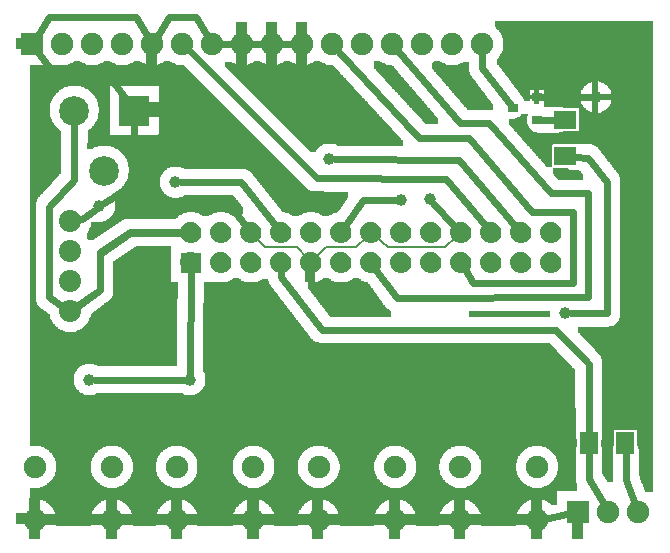
<source format=gtl>
G04 MADE WITH FRITZING*
G04 WWW.FRITZING.ORG*
G04 DOUBLE SIDED*
G04 HOLES PLATED*
G04 CONTOUR ON CENTER OF CONTOUR VECTOR*
%ASAXBY*%
%FSLAX23Y23*%
%MOIN*%
%OFA0B0*%
%SFA1.0B1.0*%
%ADD10C,0.075000*%
%ADD11C,0.099000*%
%ADD12C,0.073889*%
%ADD13C,0.070000*%
%ADD14C,0.039370*%
%ADD15R,0.075000X0.075000*%
%ADD16R,0.099000X0.099000*%
%ADD17R,0.035433X0.031496*%
%ADD18R,0.062992X0.074803*%
%ADD19R,0.074803X0.062992*%
%ADD20R,0.070000X0.070000*%
%ADD21C,0.024000*%
%ADD22C,0.008000*%
%ADD23R,0.001000X0.001000*%
%LNCOPPER1*%
G90*
G70*
G54D10*
X549Y1510D03*
X836Y1507D03*
X1674Y1652D03*
X1072Y800D03*
X54Y1650D03*
X154Y1650D03*
X254Y1650D03*
X354Y1650D03*
X454Y1650D03*
X554Y1650D03*
X654Y1650D03*
X754Y1650D03*
X854Y1650D03*
X954Y1650D03*
X1054Y1650D03*
X1154Y1650D03*
X1254Y1650D03*
X1354Y1650D03*
X1454Y1650D03*
X1554Y1650D03*
G54D11*
X194Y1429D03*
X394Y1429D03*
X294Y1229D03*
G54D10*
X63Y241D03*
X319Y241D03*
X63Y64D03*
X319Y64D03*
X535Y241D03*
X791Y241D03*
X535Y64D03*
X791Y64D03*
X2074Y91D03*
X1974Y91D03*
X1874Y91D03*
X1008Y241D03*
X1264Y241D03*
X1008Y64D03*
X1264Y64D03*
X1480Y241D03*
X1736Y241D03*
X1480Y64D03*
X1736Y64D03*
G54D12*
X180Y760D03*
X180Y860D03*
X180Y960D03*
X180Y1060D03*
G54D13*
X782Y922D03*
X882Y922D03*
X982Y922D03*
X1282Y922D03*
X1382Y922D03*
X1482Y922D03*
X1082Y922D03*
X1182Y922D03*
X1682Y922D03*
X1782Y922D03*
X1582Y922D03*
X782Y1022D03*
X882Y1022D03*
X982Y1022D03*
X1282Y1022D03*
X1382Y1022D03*
X1482Y1022D03*
X1082Y1022D03*
X1182Y1022D03*
X1682Y1022D03*
X1782Y1022D03*
X1582Y1022D03*
X582Y1022D03*
X682Y1022D03*
X582Y922D03*
X682Y922D03*
G54D14*
X244Y532D03*
X579Y532D03*
X1831Y753D03*
X531Y1190D03*
X1283Y1131D03*
X1378Y1135D03*
X1933Y1473D03*
X1044Y1267D03*
X277Y1110D03*
G54D15*
X54Y1651D03*
G54D16*
X394Y1429D03*
G54D17*
X1736Y1398D03*
X1736Y1473D03*
X1657Y1436D03*
G54D18*
X2031Y320D03*
X1909Y320D03*
G54D19*
X1831Y1398D03*
X1831Y1276D03*
G54D15*
X1874Y91D03*
G54D20*
X582Y922D03*
G54D21*
X883Y896D02*
X884Y875D01*
D02*
X884Y875D02*
X1020Y698D01*
D02*
X1020Y698D02*
X1799Y698D01*
D02*
X1909Y584D02*
X1909Y351D01*
D02*
X1799Y698D02*
X1909Y584D01*
D02*
X375Y1455D02*
X295Y1560D01*
D02*
X401Y1740D02*
X440Y1675D01*
D02*
X109Y1742D02*
X401Y1740D01*
D02*
X69Y1675D02*
X109Y1742D01*
D02*
X599Y1740D02*
X639Y1675D01*
D02*
X510Y1742D02*
X599Y1740D01*
D02*
X469Y1675D02*
X510Y1742D01*
D02*
X683Y1650D02*
X726Y1650D01*
D02*
X783Y1650D02*
X826Y1650D01*
D02*
X883Y1650D02*
X926Y1650D01*
D02*
X1650Y1446D02*
X1554Y1572D01*
D02*
X491Y1111D02*
X713Y1111D01*
D02*
X394Y1398D02*
X394Y1185D01*
D02*
X394Y1185D02*
X491Y1111D01*
D02*
X713Y1111D02*
X766Y1043D01*
G54D22*
D02*
X937Y974D02*
X830Y973D01*
D02*
X830Y973D02*
X797Y1008D01*
D02*
X969Y938D02*
X937Y974D01*
G54D21*
D02*
X560Y532D02*
X263Y532D01*
D02*
X579Y551D02*
X582Y896D01*
D02*
X575Y1630D02*
X1002Y1203D01*
D02*
X1002Y1203D02*
X1434Y1202D01*
D02*
X1434Y1202D02*
X1566Y1043D01*
D02*
X1748Y1398D02*
X1799Y1398D01*
D02*
X1508Y1339D02*
X1720Y1090D01*
D02*
X1855Y1090D02*
X1855Y855D01*
D02*
X1855Y855D02*
X1523Y854D01*
D02*
X1523Y854D02*
X1496Y900D01*
D02*
X1905Y1154D02*
X1905Y807D01*
D02*
X1905Y807D02*
X1268Y803D01*
D02*
X1268Y803D02*
X1197Y901D01*
D02*
X1074Y1629D02*
X1343Y1339D01*
D02*
X1273Y1629D02*
X1480Y1388D01*
G54D22*
D02*
X1240Y974D02*
X1198Y1009D01*
D02*
X1429Y974D02*
X1240Y974D01*
D02*
X1467Y1008D02*
X1429Y974D01*
G54D21*
D02*
X1391Y1121D02*
X1464Y1042D01*
D02*
X1748Y1473D02*
X1914Y1473D01*
D02*
X556Y1023D02*
X381Y1024D01*
D02*
X181Y757D02*
X278Y831D01*
D02*
X110Y808D02*
X181Y757D01*
D02*
X110Y1107D02*
X110Y808D01*
D02*
X192Y1197D02*
X110Y1107D01*
D02*
X193Y1398D02*
X192Y1197D01*
D02*
X2032Y288D02*
X2032Y197D01*
D02*
X1863Y1274D02*
X1905Y1271D01*
D02*
X550Y1190D02*
X748Y1190D01*
D02*
X748Y1190D02*
X866Y1043D01*
D02*
X1264Y1130D02*
X1157Y1130D01*
D02*
X1960Y116D02*
X1910Y201D01*
D02*
X1910Y201D02*
X1910Y288D01*
D02*
X1764Y69D02*
X1846Y86D01*
D02*
X213Y1067D02*
X221Y1069D01*
D02*
X394Y1185D02*
X394Y1398D01*
D02*
X279Y952D02*
X381Y1020D01*
D02*
X381Y1020D02*
X556Y1022D01*
D02*
X278Y831D02*
X279Y952D01*
D02*
X279Y832D02*
X207Y780D01*
D02*
X279Y957D02*
X279Y832D01*
D02*
X381Y1024D02*
X279Y957D01*
D02*
X2032Y197D02*
X2063Y118D01*
D02*
X118Y1560D02*
X71Y1627D01*
D02*
X295Y1560D02*
X118Y1560D01*
D02*
X221Y1069D02*
X262Y1099D01*
D02*
X1157Y1130D02*
X1097Y1044D01*
D02*
X1665Y1042D02*
X1475Y1265D01*
D02*
X1475Y1265D02*
X1063Y1267D01*
D02*
X1720Y1090D02*
X1855Y1090D01*
D02*
X1343Y1339D02*
X1508Y1339D01*
D02*
X1783Y1154D02*
X1905Y1154D01*
D02*
X1576Y1388D02*
X1783Y1154D01*
D02*
X1480Y1388D02*
X1576Y1388D01*
D02*
X1905Y1271D02*
X1968Y1191D01*
D02*
X1968Y753D02*
X1850Y753D01*
D02*
X1554Y1572D02*
X1554Y1622D01*
D02*
X1968Y1191D02*
X1968Y753D01*
D02*
X293Y1120D02*
X394Y1185D01*
G54D22*
D02*
X1032Y973D02*
X1134Y973D01*
D02*
X1134Y973D02*
X1168Y1008D01*
D02*
X996Y937D02*
X1032Y973D01*
G36*
X194Y1594D02*
X194Y1592D01*
X190Y1592D01*
X190Y1590D01*
X188Y1590D01*
X188Y1588D01*
X184Y1588D01*
X184Y1586D01*
X180Y1586D01*
X180Y1584D01*
X174Y1584D01*
X174Y1582D01*
X234Y1582D01*
X234Y1584D01*
X228Y1584D01*
X228Y1586D01*
X224Y1586D01*
X224Y1588D01*
X220Y1588D01*
X220Y1590D01*
X218Y1590D01*
X218Y1592D01*
X214Y1592D01*
X214Y1594D01*
X194Y1594D01*
G37*
D02*
G36*
X294Y1594D02*
X294Y1592D01*
X292Y1592D01*
X292Y1590D01*
X288Y1590D01*
X288Y1588D01*
X284Y1588D01*
X284Y1586D01*
X280Y1586D01*
X280Y1584D01*
X274Y1584D01*
X274Y1582D01*
X334Y1582D01*
X334Y1584D01*
X328Y1584D01*
X328Y1586D01*
X324Y1586D01*
X324Y1588D01*
X320Y1588D01*
X320Y1590D01*
X318Y1590D01*
X318Y1592D01*
X314Y1592D01*
X314Y1594D01*
X294Y1594D01*
G37*
D02*
G36*
X394Y1594D02*
X394Y1592D01*
X392Y1592D01*
X392Y1590D01*
X388Y1590D01*
X388Y1588D01*
X384Y1588D01*
X384Y1586D01*
X380Y1586D01*
X380Y1584D01*
X374Y1584D01*
X374Y1582D01*
X434Y1582D01*
X434Y1584D01*
X428Y1584D01*
X428Y1586D01*
X424Y1586D01*
X424Y1588D01*
X420Y1588D01*
X420Y1590D01*
X418Y1590D01*
X418Y1592D01*
X414Y1592D01*
X414Y1594D01*
X394Y1594D01*
G37*
D02*
G36*
X494Y1594D02*
X494Y1592D01*
X492Y1592D01*
X492Y1590D01*
X488Y1590D01*
X488Y1588D01*
X484Y1588D01*
X484Y1586D01*
X480Y1586D01*
X480Y1584D01*
X474Y1584D01*
X474Y1582D01*
X534Y1582D01*
X534Y1584D01*
X528Y1584D01*
X528Y1586D01*
X524Y1586D01*
X524Y1588D01*
X520Y1588D01*
X520Y1590D01*
X518Y1590D01*
X518Y1592D01*
X514Y1592D01*
X514Y1594D01*
X494Y1594D01*
G37*
D02*
G36*
X46Y1582D02*
X46Y1580D01*
X558Y1580D01*
X558Y1582D01*
X46Y1582D01*
G37*
D02*
G36*
X46Y1582D02*
X46Y1580D01*
X558Y1580D01*
X558Y1582D01*
X46Y1582D01*
G37*
D02*
G36*
X46Y1582D02*
X46Y1580D01*
X558Y1580D01*
X558Y1582D01*
X46Y1582D01*
G37*
D02*
G36*
X46Y1582D02*
X46Y1580D01*
X558Y1580D01*
X558Y1582D01*
X46Y1582D01*
G37*
D02*
G36*
X46Y1580D02*
X46Y1512D01*
X474Y1512D01*
X474Y1510D01*
X476Y1510D01*
X476Y1350D01*
X474Y1350D01*
X474Y1348D01*
X790Y1348D01*
X790Y1350D01*
X788Y1350D01*
X788Y1352D01*
X786Y1352D01*
X786Y1354D01*
X784Y1354D01*
X784Y1356D01*
X782Y1356D01*
X782Y1358D01*
X780Y1358D01*
X780Y1360D01*
X778Y1360D01*
X778Y1362D01*
X776Y1362D01*
X776Y1364D01*
X774Y1364D01*
X774Y1366D01*
X772Y1366D01*
X772Y1368D01*
X770Y1368D01*
X770Y1370D01*
X768Y1370D01*
X768Y1372D01*
X766Y1372D01*
X766Y1374D01*
X764Y1374D01*
X764Y1376D01*
X762Y1376D01*
X762Y1378D01*
X760Y1378D01*
X760Y1380D01*
X758Y1380D01*
X758Y1382D01*
X756Y1382D01*
X756Y1384D01*
X754Y1384D01*
X754Y1386D01*
X752Y1386D01*
X752Y1388D01*
X750Y1388D01*
X750Y1390D01*
X748Y1390D01*
X748Y1392D01*
X746Y1392D01*
X746Y1394D01*
X744Y1394D01*
X744Y1396D01*
X742Y1396D01*
X742Y1398D01*
X740Y1398D01*
X740Y1400D01*
X738Y1400D01*
X738Y1402D01*
X736Y1402D01*
X736Y1404D01*
X734Y1404D01*
X734Y1406D01*
X732Y1406D01*
X732Y1408D01*
X730Y1408D01*
X730Y1410D01*
X728Y1410D01*
X728Y1412D01*
X726Y1412D01*
X726Y1414D01*
X724Y1414D01*
X724Y1416D01*
X722Y1416D01*
X722Y1418D01*
X720Y1418D01*
X720Y1420D01*
X718Y1420D01*
X718Y1422D01*
X716Y1422D01*
X716Y1424D01*
X714Y1424D01*
X714Y1426D01*
X712Y1426D01*
X712Y1428D01*
X710Y1428D01*
X710Y1430D01*
X708Y1430D01*
X708Y1432D01*
X706Y1432D01*
X706Y1434D01*
X704Y1434D01*
X704Y1436D01*
X702Y1436D01*
X702Y1438D01*
X700Y1438D01*
X700Y1440D01*
X698Y1440D01*
X698Y1442D01*
X696Y1442D01*
X696Y1444D01*
X694Y1444D01*
X694Y1446D01*
X692Y1446D01*
X692Y1448D01*
X690Y1448D01*
X690Y1450D01*
X688Y1450D01*
X688Y1452D01*
X686Y1452D01*
X686Y1454D01*
X684Y1454D01*
X684Y1456D01*
X682Y1456D01*
X682Y1458D01*
X680Y1458D01*
X680Y1460D01*
X678Y1460D01*
X678Y1462D01*
X676Y1462D01*
X676Y1464D01*
X674Y1464D01*
X674Y1466D01*
X672Y1466D01*
X672Y1468D01*
X670Y1468D01*
X670Y1470D01*
X668Y1470D01*
X668Y1472D01*
X666Y1472D01*
X666Y1474D01*
X664Y1474D01*
X664Y1476D01*
X662Y1476D01*
X662Y1478D01*
X660Y1478D01*
X660Y1480D01*
X658Y1480D01*
X658Y1482D01*
X656Y1482D01*
X656Y1484D01*
X654Y1484D01*
X654Y1486D01*
X652Y1486D01*
X652Y1488D01*
X650Y1488D01*
X650Y1490D01*
X648Y1490D01*
X648Y1492D01*
X646Y1492D01*
X646Y1494D01*
X644Y1494D01*
X644Y1496D01*
X642Y1496D01*
X642Y1498D01*
X640Y1498D01*
X640Y1500D01*
X638Y1500D01*
X638Y1502D01*
X636Y1502D01*
X636Y1504D01*
X634Y1504D01*
X634Y1506D01*
X632Y1506D01*
X632Y1508D01*
X630Y1508D01*
X630Y1510D01*
X628Y1510D01*
X628Y1512D01*
X626Y1512D01*
X626Y1514D01*
X624Y1514D01*
X624Y1516D01*
X622Y1516D01*
X622Y1518D01*
X620Y1518D01*
X620Y1520D01*
X618Y1520D01*
X618Y1522D01*
X616Y1522D01*
X616Y1524D01*
X614Y1524D01*
X614Y1526D01*
X612Y1526D01*
X612Y1528D01*
X610Y1528D01*
X610Y1530D01*
X608Y1530D01*
X608Y1532D01*
X606Y1532D01*
X606Y1534D01*
X604Y1534D01*
X604Y1536D01*
X602Y1536D01*
X602Y1538D01*
X600Y1538D01*
X600Y1540D01*
X598Y1540D01*
X598Y1542D01*
X596Y1542D01*
X596Y1544D01*
X594Y1544D01*
X594Y1546D01*
X592Y1546D01*
X592Y1548D01*
X590Y1548D01*
X590Y1550D01*
X588Y1550D01*
X588Y1552D01*
X586Y1552D01*
X586Y1554D01*
X584Y1554D01*
X584Y1556D01*
X582Y1556D01*
X582Y1558D01*
X580Y1558D01*
X580Y1560D01*
X578Y1560D01*
X578Y1562D01*
X576Y1562D01*
X576Y1564D01*
X574Y1564D01*
X574Y1566D01*
X572Y1566D01*
X572Y1568D01*
X570Y1568D01*
X570Y1570D01*
X568Y1570D01*
X568Y1572D01*
X566Y1572D01*
X566Y1574D01*
X564Y1574D01*
X564Y1576D01*
X562Y1576D01*
X562Y1578D01*
X560Y1578D01*
X560Y1580D01*
X46Y1580D01*
G37*
D02*
G36*
X46Y1512D02*
X46Y692D01*
X162Y692D01*
X162Y694D01*
X156Y694D01*
X156Y696D01*
X150Y696D01*
X150Y698D01*
X146Y698D01*
X146Y700D01*
X144Y700D01*
X144Y702D01*
X140Y702D01*
X140Y704D01*
X138Y704D01*
X138Y706D01*
X136Y706D01*
X136Y708D01*
X134Y708D01*
X134Y710D01*
X130Y710D01*
X130Y714D01*
X128Y714D01*
X128Y716D01*
X126Y716D01*
X126Y718D01*
X124Y718D01*
X124Y720D01*
X122Y720D01*
X122Y724D01*
X120Y724D01*
X120Y726D01*
X118Y726D01*
X118Y730D01*
X116Y730D01*
X116Y734D01*
X114Y734D01*
X114Y740D01*
X112Y740D01*
X112Y750D01*
X110Y750D01*
X110Y752D01*
X106Y752D01*
X106Y754D01*
X104Y754D01*
X104Y756D01*
X100Y756D01*
X100Y758D01*
X98Y758D01*
X98Y760D01*
X96Y760D01*
X96Y762D01*
X92Y762D01*
X92Y764D01*
X90Y764D01*
X90Y766D01*
X86Y766D01*
X86Y768D01*
X84Y768D01*
X84Y770D01*
X80Y770D01*
X80Y772D01*
X78Y772D01*
X78Y774D01*
X76Y774D01*
X76Y776D01*
X74Y776D01*
X74Y778D01*
X72Y778D01*
X72Y782D01*
X70Y782D01*
X70Y786D01*
X68Y786D01*
X68Y790D01*
X66Y790D01*
X66Y1124D01*
X68Y1124D01*
X68Y1130D01*
X70Y1130D01*
X70Y1134D01*
X72Y1134D01*
X72Y1136D01*
X74Y1136D01*
X74Y1140D01*
X76Y1140D01*
X76Y1142D01*
X78Y1142D01*
X78Y1144D01*
X80Y1144D01*
X80Y1146D01*
X82Y1146D01*
X82Y1148D01*
X84Y1148D01*
X84Y1150D01*
X86Y1150D01*
X86Y1152D01*
X88Y1152D01*
X88Y1154D01*
X90Y1154D01*
X90Y1156D01*
X92Y1156D01*
X92Y1158D01*
X94Y1158D01*
X94Y1160D01*
X96Y1160D01*
X96Y1164D01*
X98Y1164D01*
X98Y1166D01*
X100Y1166D01*
X100Y1168D01*
X102Y1168D01*
X102Y1170D01*
X104Y1170D01*
X104Y1172D01*
X106Y1172D01*
X106Y1174D01*
X108Y1174D01*
X108Y1176D01*
X110Y1176D01*
X110Y1178D01*
X112Y1178D01*
X112Y1180D01*
X114Y1180D01*
X114Y1182D01*
X116Y1182D01*
X116Y1184D01*
X118Y1184D01*
X118Y1188D01*
X120Y1188D01*
X120Y1190D01*
X122Y1190D01*
X122Y1192D01*
X124Y1192D01*
X124Y1194D01*
X126Y1194D01*
X126Y1196D01*
X128Y1196D01*
X128Y1198D01*
X130Y1198D01*
X130Y1200D01*
X132Y1200D01*
X132Y1202D01*
X134Y1202D01*
X134Y1204D01*
X136Y1204D01*
X136Y1206D01*
X138Y1206D01*
X138Y1208D01*
X140Y1208D01*
X140Y1212D01*
X142Y1212D01*
X142Y1214D01*
X144Y1214D01*
X144Y1216D01*
X146Y1216D01*
X146Y1218D01*
X148Y1218D01*
X148Y1336D01*
X150Y1336D01*
X150Y1362D01*
X146Y1362D01*
X146Y1364D01*
X144Y1364D01*
X144Y1366D01*
X142Y1366D01*
X142Y1368D01*
X140Y1368D01*
X140Y1370D01*
X138Y1370D01*
X138Y1372D01*
X136Y1372D01*
X136Y1374D01*
X134Y1374D01*
X134Y1376D01*
X132Y1376D01*
X132Y1378D01*
X130Y1378D01*
X130Y1380D01*
X128Y1380D01*
X128Y1382D01*
X126Y1382D01*
X126Y1386D01*
X124Y1386D01*
X124Y1388D01*
X122Y1388D01*
X122Y1392D01*
X120Y1392D01*
X120Y1396D01*
X118Y1396D01*
X118Y1400D01*
X116Y1400D01*
X116Y1406D01*
X114Y1406D01*
X114Y1414D01*
X112Y1414D01*
X112Y1446D01*
X114Y1446D01*
X114Y1454D01*
X116Y1454D01*
X116Y1460D01*
X118Y1460D01*
X118Y1464D01*
X120Y1464D01*
X120Y1468D01*
X122Y1468D01*
X122Y1472D01*
X124Y1472D01*
X124Y1474D01*
X126Y1474D01*
X126Y1476D01*
X128Y1476D01*
X128Y1480D01*
X130Y1480D01*
X130Y1482D01*
X132Y1482D01*
X132Y1484D01*
X134Y1484D01*
X134Y1486D01*
X136Y1486D01*
X136Y1488D01*
X138Y1488D01*
X138Y1490D01*
X140Y1490D01*
X140Y1492D01*
X142Y1492D01*
X142Y1494D01*
X144Y1494D01*
X144Y1496D01*
X148Y1496D01*
X148Y1498D01*
X150Y1498D01*
X150Y1500D01*
X154Y1500D01*
X154Y1502D01*
X156Y1502D01*
X156Y1504D01*
X160Y1504D01*
X160Y1506D01*
X166Y1506D01*
X166Y1508D01*
X172Y1508D01*
X172Y1510D01*
X182Y1510D01*
X182Y1512D01*
X46Y1512D01*
G37*
D02*
G36*
X204Y1512D02*
X204Y1510D01*
X216Y1510D01*
X216Y1508D01*
X222Y1508D01*
X222Y1506D01*
X226Y1506D01*
X226Y1504D01*
X230Y1504D01*
X230Y1502D01*
X234Y1502D01*
X234Y1500D01*
X238Y1500D01*
X238Y1498D01*
X240Y1498D01*
X240Y1496D01*
X242Y1496D01*
X242Y1494D01*
X246Y1494D01*
X246Y1492D01*
X248Y1492D01*
X248Y1490D01*
X250Y1490D01*
X250Y1488D01*
X252Y1488D01*
X252Y1486D01*
X254Y1486D01*
X254Y1484D01*
X256Y1484D01*
X256Y1480D01*
X258Y1480D01*
X258Y1478D01*
X260Y1478D01*
X260Y1476D01*
X262Y1476D01*
X262Y1472D01*
X264Y1472D01*
X264Y1470D01*
X266Y1470D01*
X266Y1466D01*
X268Y1466D01*
X268Y1462D01*
X270Y1462D01*
X270Y1458D01*
X272Y1458D01*
X272Y1452D01*
X274Y1452D01*
X274Y1440D01*
X276Y1440D01*
X276Y1420D01*
X274Y1420D01*
X274Y1408D01*
X272Y1408D01*
X272Y1402D01*
X270Y1402D01*
X270Y1398D01*
X268Y1398D01*
X268Y1394D01*
X266Y1394D01*
X266Y1390D01*
X264Y1390D01*
X264Y1386D01*
X262Y1386D01*
X262Y1384D01*
X260Y1384D01*
X260Y1380D01*
X258Y1380D01*
X258Y1378D01*
X256Y1378D01*
X256Y1376D01*
X254Y1376D01*
X254Y1374D01*
X252Y1374D01*
X252Y1372D01*
X250Y1372D01*
X250Y1370D01*
X248Y1370D01*
X248Y1368D01*
X246Y1368D01*
X246Y1366D01*
X244Y1366D01*
X244Y1364D01*
X240Y1364D01*
X240Y1362D01*
X238Y1362D01*
X238Y1348D01*
X312Y1348D01*
X312Y1512D01*
X204Y1512D01*
G37*
D02*
G36*
X238Y1348D02*
X238Y1346D01*
X792Y1346D01*
X792Y1348D01*
X238Y1348D01*
G37*
D02*
G36*
X238Y1348D02*
X238Y1346D01*
X792Y1346D01*
X792Y1348D01*
X238Y1348D01*
G37*
D02*
G36*
X238Y1346D02*
X238Y1320D01*
X236Y1320D01*
X236Y1312D01*
X304Y1312D01*
X304Y1310D01*
X316Y1310D01*
X316Y1308D01*
X322Y1308D01*
X322Y1306D01*
X326Y1306D01*
X326Y1304D01*
X330Y1304D01*
X330Y1302D01*
X334Y1302D01*
X334Y1300D01*
X338Y1300D01*
X338Y1298D01*
X340Y1298D01*
X340Y1296D01*
X342Y1296D01*
X342Y1294D01*
X346Y1294D01*
X346Y1292D01*
X348Y1292D01*
X348Y1290D01*
X350Y1290D01*
X350Y1288D01*
X352Y1288D01*
X352Y1286D01*
X354Y1286D01*
X354Y1284D01*
X356Y1284D01*
X356Y1280D01*
X358Y1280D01*
X358Y1278D01*
X360Y1278D01*
X360Y1276D01*
X362Y1276D01*
X362Y1272D01*
X364Y1272D01*
X364Y1270D01*
X366Y1270D01*
X366Y1266D01*
X368Y1266D01*
X368Y1262D01*
X370Y1262D01*
X370Y1258D01*
X372Y1258D01*
X372Y1252D01*
X374Y1252D01*
X374Y1242D01*
X544Y1242D01*
X544Y1240D01*
X550Y1240D01*
X550Y1238D01*
X556Y1238D01*
X556Y1236D01*
X558Y1236D01*
X558Y1234D01*
X766Y1234D01*
X766Y1232D01*
X770Y1232D01*
X770Y1230D01*
X774Y1230D01*
X774Y1228D01*
X778Y1228D01*
X778Y1226D01*
X780Y1226D01*
X780Y1224D01*
X782Y1224D01*
X782Y1222D01*
X784Y1222D01*
X784Y1220D01*
X786Y1220D01*
X786Y1216D01*
X788Y1216D01*
X788Y1214D01*
X790Y1214D01*
X790Y1212D01*
X792Y1212D01*
X792Y1210D01*
X794Y1210D01*
X794Y1206D01*
X796Y1206D01*
X796Y1204D01*
X798Y1204D01*
X798Y1202D01*
X800Y1202D01*
X800Y1200D01*
X802Y1200D01*
X802Y1196D01*
X804Y1196D01*
X804Y1194D01*
X806Y1194D01*
X806Y1192D01*
X808Y1192D01*
X808Y1190D01*
X810Y1190D01*
X810Y1186D01*
X812Y1186D01*
X812Y1184D01*
X814Y1184D01*
X814Y1182D01*
X816Y1182D01*
X816Y1180D01*
X818Y1180D01*
X818Y1176D01*
X820Y1176D01*
X820Y1174D01*
X822Y1174D01*
X822Y1172D01*
X824Y1172D01*
X824Y1170D01*
X826Y1170D01*
X826Y1166D01*
X828Y1166D01*
X828Y1164D01*
X830Y1164D01*
X830Y1162D01*
X832Y1162D01*
X832Y1160D01*
X834Y1160D01*
X834Y1156D01*
X836Y1156D01*
X836Y1154D01*
X838Y1154D01*
X838Y1152D01*
X840Y1152D01*
X840Y1150D01*
X842Y1150D01*
X842Y1146D01*
X844Y1146D01*
X844Y1144D01*
X846Y1144D01*
X846Y1142D01*
X848Y1142D01*
X848Y1140D01*
X850Y1140D01*
X850Y1136D01*
X852Y1136D01*
X852Y1134D01*
X854Y1134D01*
X854Y1132D01*
X856Y1132D01*
X856Y1130D01*
X858Y1130D01*
X858Y1126D01*
X860Y1126D01*
X860Y1124D01*
X862Y1124D01*
X862Y1122D01*
X864Y1122D01*
X864Y1120D01*
X866Y1120D01*
X866Y1116D01*
X868Y1116D01*
X868Y1114D01*
X870Y1114D01*
X870Y1112D01*
X872Y1112D01*
X872Y1110D01*
X874Y1110D01*
X874Y1106D01*
X876Y1106D01*
X876Y1104D01*
X878Y1104D01*
X878Y1102D01*
X880Y1102D01*
X880Y1100D01*
X882Y1100D01*
X882Y1096D01*
X884Y1096D01*
X884Y1094D01*
X886Y1094D01*
X886Y1092D01*
X888Y1092D01*
X888Y1090D01*
X996Y1090D01*
X996Y1088D01*
X1004Y1088D01*
X1004Y1086D01*
X1010Y1086D01*
X1010Y1084D01*
X1014Y1084D01*
X1014Y1082D01*
X1016Y1082D01*
X1016Y1080D01*
X1020Y1080D01*
X1020Y1078D01*
X1022Y1078D01*
X1022Y1076D01*
X1042Y1076D01*
X1042Y1078D01*
X1044Y1078D01*
X1044Y1080D01*
X1048Y1080D01*
X1048Y1082D01*
X1052Y1082D01*
X1052Y1084D01*
X1056Y1084D01*
X1056Y1086D01*
X1060Y1086D01*
X1060Y1088D01*
X1068Y1088D01*
X1068Y1090D01*
X1072Y1090D01*
X1072Y1092D01*
X1074Y1092D01*
X1074Y1094D01*
X1076Y1094D01*
X1076Y1096D01*
X1078Y1096D01*
X1078Y1100D01*
X1080Y1100D01*
X1080Y1102D01*
X1082Y1102D01*
X1082Y1106D01*
X1084Y1106D01*
X1084Y1108D01*
X1086Y1108D01*
X1086Y1112D01*
X1088Y1112D01*
X1088Y1114D01*
X1090Y1114D01*
X1090Y1116D01*
X1092Y1116D01*
X1092Y1120D01*
X1094Y1120D01*
X1094Y1122D01*
X1096Y1122D01*
X1096Y1126D01*
X1098Y1126D01*
X1098Y1128D01*
X1100Y1128D01*
X1100Y1132D01*
X1102Y1132D01*
X1102Y1134D01*
X1104Y1134D01*
X1104Y1136D01*
X1106Y1136D01*
X1106Y1158D01*
X1026Y1158D01*
X1026Y1160D01*
X984Y1160D01*
X984Y1162D01*
X978Y1162D01*
X978Y1164D01*
X974Y1164D01*
X974Y1166D01*
X972Y1166D01*
X972Y1168D01*
X970Y1168D01*
X970Y1170D01*
X968Y1170D01*
X968Y1172D01*
X966Y1172D01*
X966Y1174D01*
X964Y1174D01*
X964Y1176D01*
X962Y1176D01*
X962Y1178D01*
X960Y1178D01*
X960Y1180D01*
X958Y1180D01*
X958Y1182D01*
X956Y1182D01*
X956Y1184D01*
X954Y1184D01*
X954Y1186D01*
X952Y1186D01*
X952Y1188D01*
X950Y1188D01*
X950Y1190D01*
X948Y1190D01*
X948Y1192D01*
X946Y1192D01*
X946Y1194D01*
X944Y1194D01*
X944Y1196D01*
X942Y1196D01*
X942Y1198D01*
X940Y1198D01*
X940Y1200D01*
X938Y1200D01*
X938Y1202D01*
X936Y1202D01*
X936Y1204D01*
X934Y1204D01*
X934Y1206D01*
X932Y1206D01*
X932Y1208D01*
X930Y1208D01*
X930Y1210D01*
X928Y1210D01*
X928Y1212D01*
X926Y1212D01*
X926Y1214D01*
X924Y1214D01*
X924Y1216D01*
X922Y1216D01*
X922Y1218D01*
X920Y1218D01*
X920Y1220D01*
X918Y1220D01*
X918Y1222D01*
X916Y1222D01*
X916Y1224D01*
X914Y1224D01*
X914Y1226D01*
X912Y1226D01*
X912Y1228D01*
X910Y1228D01*
X910Y1230D01*
X908Y1230D01*
X908Y1232D01*
X906Y1232D01*
X906Y1234D01*
X904Y1234D01*
X904Y1236D01*
X902Y1236D01*
X902Y1238D01*
X900Y1238D01*
X900Y1240D01*
X898Y1240D01*
X898Y1242D01*
X896Y1242D01*
X896Y1244D01*
X894Y1244D01*
X894Y1246D01*
X892Y1246D01*
X892Y1248D01*
X890Y1248D01*
X890Y1250D01*
X888Y1250D01*
X888Y1252D01*
X886Y1252D01*
X886Y1254D01*
X884Y1254D01*
X884Y1256D01*
X882Y1256D01*
X882Y1258D01*
X880Y1258D01*
X880Y1260D01*
X878Y1260D01*
X878Y1262D01*
X876Y1262D01*
X876Y1264D01*
X874Y1264D01*
X874Y1266D01*
X872Y1266D01*
X872Y1268D01*
X870Y1268D01*
X870Y1270D01*
X868Y1270D01*
X868Y1272D01*
X866Y1272D01*
X866Y1274D01*
X864Y1274D01*
X864Y1276D01*
X862Y1276D01*
X862Y1278D01*
X860Y1278D01*
X860Y1280D01*
X858Y1280D01*
X858Y1282D01*
X856Y1282D01*
X856Y1284D01*
X854Y1284D01*
X854Y1286D01*
X852Y1286D01*
X852Y1288D01*
X850Y1288D01*
X850Y1290D01*
X848Y1290D01*
X848Y1292D01*
X846Y1292D01*
X846Y1294D01*
X844Y1294D01*
X844Y1296D01*
X842Y1296D01*
X842Y1298D01*
X840Y1298D01*
X840Y1300D01*
X838Y1300D01*
X838Y1302D01*
X836Y1302D01*
X836Y1304D01*
X834Y1304D01*
X834Y1306D01*
X832Y1306D01*
X832Y1308D01*
X830Y1308D01*
X830Y1310D01*
X828Y1310D01*
X828Y1312D01*
X826Y1312D01*
X826Y1314D01*
X824Y1314D01*
X824Y1316D01*
X822Y1316D01*
X822Y1318D01*
X820Y1318D01*
X820Y1320D01*
X818Y1320D01*
X818Y1322D01*
X816Y1322D01*
X816Y1324D01*
X814Y1324D01*
X814Y1326D01*
X812Y1326D01*
X812Y1328D01*
X810Y1328D01*
X810Y1330D01*
X808Y1330D01*
X808Y1332D01*
X806Y1332D01*
X806Y1334D01*
X804Y1334D01*
X804Y1336D01*
X802Y1336D01*
X802Y1338D01*
X800Y1338D01*
X800Y1340D01*
X798Y1340D01*
X798Y1342D01*
X796Y1342D01*
X796Y1344D01*
X794Y1344D01*
X794Y1346D01*
X238Y1346D01*
G37*
D02*
G36*
X236Y1312D02*
X236Y1302D01*
X256Y1302D01*
X256Y1304D01*
X260Y1304D01*
X260Y1306D01*
X266Y1306D01*
X266Y1308D01*
X272Y1308D01*
X272Y1310D01*
X282Y1310D01*
X282Y1312D01*
X236Y1312D01*
G37*
D02*
G36*
X374Y1242D02*
X374Y1240D01*
X376Y1240D01*
X376Y1220D01*
X374Y1220D01*
X374Y1208D01*
X372Y1208D01*
X372Y1202D01*
X370Y1202D01*
X370Y1198D01*
X368Y1198D01*
X368Y1194D01*
X366Y1194D01*
X366Y1190D01*
X364Y1190D01*
X364Y1186D01*
X362Y1186D01*
X362Y1184D01*
X360Y1184D01*
X360Y1180D01*
X358Y1180D01*
X358Y1178D01*
X356Y1178D01*
X356Y1176D01*
X354Y1176D01*
X354Y1174D01*
X352Y1174D01*
X352Y1172D01*
X350Y1172D01*
X350Y1170D01*
X348Y1170D01*
X348Y1168D01*
X346Y1168D01*
X346Y1166D01*
X344Y1166D01*
X344Y1164D01*
X340Y1164D01*
X340Y1162D01*
X338Y1162D01*
X338Y1160D01*
X334Y1160D01*
X334Y1158D01*
X332Y1158D01*
X332Y1156D01*
X328Y1156D01*
X328Y1154D01*
X324Y1154D01*
X324Y1138D01*
X518Y1138D01*
X518Y1140D01*
X512Y1140D01*
X512Y1142D01*
X508Y1142D01*
X508Y1144D01*
X504Y1144D01*
X504Y1146D01*
X502Y1146D01*
X502Y1148D01*
X498Y1148D01*
X498Y1150D01*
X496Y1150D01*
X496Y1152D01*
X494Y1152D01*
X494Y1154D01*
X492Y1154D01*
X492Y1156D01*
X490Y1156D01*
X490Y1160D01*
X488Y1160D01*
X488Y1162D01*
X486Y1162D01*
X486Y1166D01*
X484Y1166D01*
X484Y1170D01*
X482Y1170D01*
X482Y1174D01*
X480Y1174D01*
X480Y1206D01*
X482Y1206D01*
X482Y1210D01*
X484Y1210D01*
X484Y1214D01*
X486Y1214D01*
X486Y1218D01*
X488Y1218D01*
X488Y1220D01*
X490Y1220D01*
X490Y1224D01*
X492Y1224D01*
X492Y1226D01*
X494Y1226D01*
X494Y1228D01*
X496Y1228D01*
X496Y1230D01*
X498Y1230D01*
X498Y1232D01*
X502Y1232D01*
X502Y1234D01*
X504Y1234D01*
X504Y1236D01*
X508Y1236D01*
X508Y1238D01*
X512Y1238D01*
X512Y1240D01*
X518Y1240D01*
X518Y1242D01*
X374Y1242D01*
G37*
D02*
G36*
X558Y1146D02*
X558Y1144D01*
X556Y1144D01*
X556Y1142D01*
X550Y1142D01*
X550Y1140D01*
X544Y1140D01*
X544Y1138D01*
X730Y1138D01*
X730Y1140D01*
X728Y1140D01*
X728Y1142D01*
X726Y1142D01*
X726Y1144D01*
X724Y1144D01*
X724Y1146D01*
X558Y1146D01*
G37*
D02*
G36*
X324Y1138D02*
X324Y1136D01*
X730Y1136D01*
X730Y1138D01*
X324Y1138D01*
G37*
D02*
G36*
X324Y1138D02*
X324Y1136D01*
X730Y1136D01*
X730Y1138D01*
X324Y1138D01*
G37*
D02*
G36*
X324Y1136D02*
X324Y1132D01*
X326Y1132D01*
X326Y1128D01*
X328Y1128D01*
X328Y1094D01*
X326Y1094D01*
X326Y1090D01*
X696Y1090D01*
X696Y1088D01*
X704Y1088D01*
X704Y1086D01*
X710Y1086D01*
X710Y1084D01*
X714Y1084D01*
X714Y1082D01*
X716Y1082D01*
X716Y1080D01*
X720Y1080D01*
X720Y1078D01*
X722Y1078D01*
X722Y1076D01*
X742Y1076D01*
X742Y1078D01*
X744Y1078D01*
X744Y1080D01*
X748Y1080D01*
X748Y1082D01*
X752Y1082D01*
X752Y1084D01*
X756Y1084D01*
X756Y1106D01*
X754Y1106D01*
X754Y1110D01*
X752Y1110D01*
X752Y1112D01*
X750Y1112D01*
X750Y1114D01*
X748Y1114D01*
X748Y1116D01*
X746Y1116D01*
X746Y1120D01*
X744Y1120D01*
X744Y1122D01*
X742Y1122D01*
X742Y1124D01*
X740Y1124D01*
X740Y1126D01*
X738Y1126D01*
X738Y1130D01*
X736Y1130D01*
X736Y1132D01*
X734Y1132D01*
X734Y1134D01*
X732Y1134D01*
X732Y1136D01*
X324Y1136D01*
G37*
D02*
G36*
X326Y1090D02*
X326Y1088D01*
X324Y1088D01*
X324Y1084D01*
X322Y1084D01*
X322Y1082D01*
X320Y1082D01*
X320Y1078D01*
X318Y1078D01*
X318Y1076D01*
X316Y1076D01*
X316Y1074D01*
X314Y1074D01*
X314Y1072D01*
X312Y1072D01*
X312Y1070D01*
X310Y1070D01*
X310Y1068D01*
X306Y1068D01*
X306Y1066D01*
X304Y1066D01*
X304Y1064D01*
X300Y1064D01*
X300Y1062D01*
X296Y1062D01*
X296Y1060D01*
X288Y1060D01*
X288Y1058D01*
X248Y1058D01*
X248Y1042D01*
X246Y1042D01*
X246Y1036D01*
X244Y1036D01*
X244Y1030D01*
X242Y1030D01*
X242Y1028D01*
X240Y1028D01*
X240Y1024D01*
X238Y1024D01*
X238Y1020D01*
X236Y1020D01*
X236Y1000D01*
X238Y1000D01*
X238Y998D01*
X258Y998D01*
X258Y1000D01*
X262Y1000D01*
X262Y1002D01*
X264Y1002D01*
X264Y1004D01*
X268Y1004D01*
X268Y1006D01*
X270Y1006D01*
X270Y1008D01*
X274Y1008D01*
X274Y1010D01*
X276Y1010D01*
X276Y1012D01*
X280Y1012D01*
X280Y1014D01*
X282Y1014D01*
X282Y1016D01*
X286Y1016D01*
X286Y1018D01*
X288Y1018D01*
X288Y1020D01*
X292Y1020D01*
X292Y1022D01*
X294Y1022D01*
X294Y1024D01*
X298Y1024D01*
X298Y1026D01*
X300Y1026D01*
X300Y1028D01*
X304Y1028D01*
X304Y1030D01*
X306Y1030D01*
X306Y1032D01*
X310Y1032D01*
X310Y1034D01*
X312Y1034D01*
X312Y1036D01*
X316Y1036D01*
X316Y1038D01*
X318Y1038D01*
X318Y1040D01*
X322Y1040D01*
X322Y1042D01*
X324Y1042D01*
X324Y1044D01*
X328Y1044D01*
X328Y1046D01*
X330Y1046D01*
X330Y1048D01*
X334Y1048D01*
X334Y1050D01*
X336Y1050D01*
X336Y1052D01*
X340Y1052D01*
X340Y1054D01*
X342Y1054D01*
X342Y1056D01*
X346Y1056D01*
X346Y1058D01*
X348Y1058D01*
X348Y1060D01*
X352Y1060D01*
X352Y1062D01*
X354Y1062D01*
X354Y1064D01*
X358Y1064D01*
X358Y1066D01*
X364Y1066D01*
X364Y1068D01*
X534Y1068D01*
X534Y1070D01*
X536Y1070D01*
X536Y1072D01*
X538Y1072D01*
X538Y1074D01*
X540Y1074D01*
X540Y1076D01*
X542Y1076D01*
X542Y1078D01*
X544Y1078D01*
X544Y1080D01*
X548Y1080D01*
X548Y1082D01*
X552Y1082D01*
X552Y1084D01*
X556Y1084D01*
X556Y1086D01*
X560Y1086D01*
X560Y1088D01*
X568Y1088D01*
X568Y1090D01*
X326Y1090D01*
G37*
D02*
G36*
X596Y1090D02*
X596Y1088D01*
X604Y1088D01*
X604Y1086D01*
X610Y1086D01*
X610Y1084D01*
X614Y1084D01*
X614Y1082D01*
X616Y1082D01*
X616Y1080D01*
X620Y1080D01*
X620Y1078D01*
X622Y1078D01*
X622Y1076D01*
X642Y1076D01*
X642Y1078D01*
X644Y1078D01*
X644Y1080D01*
X648Y1080D01*
X648Y1082D01*
X652Y1082D01*
X652Y1084D01*
X656Y1084D01*
X656Y1086D01*
X660Y1086D01*
X660Y1088D01*
X668Y1088D01*
X668Y1090D01*
X596Y1090D01*
G37*
D02*
G36*
X896Y1090D02*
X896Y1088D01*
X904Y1088D01*
X904Y1086D01*
X910Y1086D01*
X910Y1084D01*
X914Y1084D01*
X914Y1082D01*
X916Y1082D01*
X916Y1080D01*
X920Y1080D01*
X920Y1078D01*
X922Y1078D01*
X922Y1076D01*
X942Y1076D01*
X942Y1078D01*
X944Y1078D01*
X944Y1080D01*
X948Y1080D01*
X948Y1082D01*
X952Y1082D01*
X952Y1084D01*
X956Y1084D01*
X956Y1086D01*
X960Y1086D01*
X960Y1088D01*
X968Y1088D01*
X968Y1090D01*
X896Y1090D01*
G37*
D02*
G36*
X462Y978D02*
X462Y976D01*
X398Y976D01*
X398Y974D01*
X394Y974D01*
X394Y972D01*
X392Y972D01*
X392Y970D01*
X388Y970D01*
X388Y968D01*
X386Y968D01*
X386Y966D01*
X382Y966D01*
X382Y964D01*
X380Y964D01*
X380Y962D01*
X376Y962D01*
X376Y960D01*
X374Y960D01*
X374Y958D01*
X370Y958D01*
X370Y956D01*
X368Y956D01*
X368Y954D01*
X364Y954D01*
X364Y952D01*
X362Y952D01*
X362Y950D01*
X358Y950D01*
X358Y948D01*
X356Y948D01*
X356Y946D01*
X352Y946D01*
X352Y944D01*
X350Y944D01*
X350Y942D01*
X346Y942D01*
X346Y940D01*
X344Y940D01*
X344Y938D01*
X340Y938D01*
X340Y936D01*
X338Y936D01*
X338Y934D01*
X334Y934D01*
X334Y932D01*
X332Y932D01*
X332Y930D01*
X328Y930D01*
X328Y928D01*
X326Y928D01*
X326Y926D01*
X324Y926D01*
X324Y822D01*
X322Y822D01*
X322Y812D01*
X320Y812D01*
X320Y808D01*
X318Y808D01*
X318Y804D01*
X316Y804D01*
X316Y802D01*
X314Y802D01*
X314Y800D01*
X312Y800D01*
X312Y798D01*
X310Y798D01*
X310Y796D01*
X308Y796D01*
X308Y794D01*
X306Y794D01*
X306Y792D01*
X302Y792D01*
X302Y790D01*
X300Y790D01*
X300Y788D01*
X298Y788D01*
X298Y786D01*
X294Y786D01*
X294Y784D01*
X292Y784D01*
X292Y782D01*
X290Y782D01*
X290Y780D01*
X286Y780D01*
X286Y778D01*
X284Y778D01*
X284Y776D01*
X282Y776D01*
X282Y774D01*
X278Y774D01*
X278Y772D01*
X276Y772D01*
X276Y770D01*
X274Y770D01*
X274Y768D01*
X270Y768D01*
X270Y766D01*
X268Y766D01*
X268Y764D01*
X266Y764D01*
X266Y762D01*
X262Y762D01*
X262Y760D01*
X260Y760D01*
X260Y758D01*
X258Y758D01*
X258Y756D01*
X256Y756D01*
X256Y754D01*
X252Y754D01*
X252Y752D01*
X250Y752D01*
X250Y750D01*
X248Y750D01*
X248Y742D01*
X246Y742D01*
X246Y736D01*
X244Y736D01*
X244Y730D01*
X242Y730D01*
X242Y728D01*
X240Y728D01*
X240Y724D01*
X238Y724D01*
X238Y720D01*
X236Y720D01*
X236Y718D01*
X234Y718D01*
X234Y716D01*
X232Y716D01*
X232Y714D01*
X230Y714D01*
X230Y712D01*
X228Y712D01*
X228Y710D01*
X226Y710D01*
X226Y708D01*
X224Y708D01*
X224Y706D01*
X222Y706D01*
X222Y704D01*
X218Y704D01*
X218Y702D01*
X216Y702D01*
X216Y700D01*
X212Y700D01*
X212Y698D01*
X208Y698D01*
X208Y696D01*
X204Y696D01*
X204Y694D01*
X198Y694D01*
X198Y692D01*
X536Y692D01*
X536Y802D01*
X538Y802D01*
X538Y856D01*
X516Y856D01*
X516Y978D01*
X462Y978D01*
G37*
D02*
G36*
X722Y870D02*
X722Y868D01*
X720Y868D01*
X720Y866D01*
X718Y866D01*
X718Y864D01*
X714Y864D01*
X714Y862D01*
X710Y862D01*
X710Y860D01*
X706Y860D01*
X706Y858D01*
X700Y858D01*
X700Y856D01*
X766Y856D01*
X766Y858D01*
X758Y858D01*
X758Y860D01*
X754Y860D01*
X754Y862D01*
X750Y862D01*
X750Y864D01*
X748Y864D01*
X748Y866D01*
X744Y866D01*
X744Y868D01*
X742Y868D01*
X742Y870D01*
X722Y870D01*
G37*
D02*
G36*
X820Y868D02*
X820Y866D01*
X818Y866D01*
X818Y864D01*
X814Y864D01*
X814Y862D01*
X810Y862D01*
X810Y860D01*
X806Y860D01*
X806Y858D01*
X800Y858D01*
X800Y856D01*
X842Y856D01*
X842Y860D01*
X840Y860D01*
X840Y868D01*
X820Y868D01*
G37*
D02*
G36*
X626Y856D02*
X626Y854D01*
X842Y854D01*
X842Y856D01*
X626Y856D01*
G37*
D02*
G36*
X626Y856D02*
X626Y854D01*
X842Y854D01*
X842Y856D01*
X626Y856D01*
G37*
D02*
G36*
X626Y854D02*
X626Y788D01*
X624Y788D01*
X624Y558D01*
X626Y558D01*
X626Y554D01*
X628Y554D01*
X628Y548D01*
X630Y548D01*
X630Y516D01*
X628Y516D01*
X628Y512D01*
X626Y512D01*
X626Y508D01*
X624Y508D01*
X624Y504D01*
X622Y504D01*
X622Y502D01*
X620Y502D01*
X620Y500D01*
X618Y500D01*
X618Y496D01*
X616Y496D01*
X616Y494D01*
X612Y494D01*
X612Y492D01*
X610Y492D01*
X610Y490D01*
X608Y490D01*
X608Y488D01*
X604Y488D01*
X604Y486D01*
X602Y486D01*
X602Y484D01*
X596Y484D01*
X596Y482D01*
X588Y482D01*
X588Y480D01*
X1864Y480D01*
X1864Y564D01*
X1862Y564D01*
X1862Y566D01*
X1860Y566D01*
X1860Y568D01*
X1858Y568D01*
X1858Y570D01*
X1856Y570D01*
X1856Y572D01*
X1854Y572D01*
X1854Y574D01*
X1852Y574D01*
X1852Y576D01*
X1850Y576D01*
X1850Y578D01*
X1848Y578D01*
X1848Y582D01*
X1846Y582D01*
X1846Y584D01*
X1844Y584D01*
X1844Y586D01*
X1842Y586D01*
X1842Y588D01*
X1840Y588D01*
X1840Y590D01*
X1838Y590D01*
X1838Y592D01*
X1836Y592D01*
X1836Y594D01*
X1834Y594D01*
X1834Y596D01*
X1832Y596D01*
X1832Y598D01*
X1830Y598D01*
X1830Y600D01*
X1828Y600D01*
X1828Y602D01*
X1826Y602D01*
X1826Y604D01*
X1824Y604D01*
X1824Y606D01*
X1822Y606D01*
X1822Y608D01*
X1820Y608D01*
X1820Y610D01*
X1818Y610D01*
X1818Y612D01*
X1816Y612D01*
X1816Y614D01*
X1814Y614D01*
X1814Y616D01*
X1812Y616D01*
X1812Y618D01*
X1810Y618D01*
X1810Y620D01*
X1808Y620D01*
X1808Y622D01*
X1806Y622D01*
X1806Y624D01*
X1804Y624D01*
X1804Y628D01*
X1802Y628D01*
X1802Y630D01*
X1800Y630D01*
X1800Y632D01*
X1798Y632D01*
X1798Y634D01*
X1796Y634D01*
X1796Y636D01*
X1794Y636D01*
X1794Y638D01*
X1792Y638D01*
X1792Y640D01*
X1790Y640D01*
X1790Y642D01*
X1788Y642D01*
X1788Y644D01*
X1786Y644D01*
X1786Y646D01*
X1784Y646D01*
X1784Y648D01*
X1782Y648D01*
X1782Y650D01*
X1780Y650D01*
X1780Y652D01*
X1778Y652D01*
X1778Y654D01*
X1008Y654D01*
X1008Y656D01*
X1000Y656D01*
X1000Y658D01*
X996Y658D01*
X996Y660D01*
X992Y660D01*
X992Y662D01*
X990Y662D01*
X990Y664D01*
X988Y664D01*
X988Y666D01*
X986Y666D01*
X986Y668D01*
X984Y668D01*
X984Y670D01*
X982Y670D01*
X982Y672D01*
X980Y672D01*
X980Y676D01*
X978Y676D01*
X978Y678D01*
X976Y678D01*
X976Y680D01*
X974Y680D01*
X974Y684D01*
X972Y684D01*
X972Y686D01*
X970Y686D01*
X970Y688D01*
X968Y688D01*
X968Y690D01*
X966Y690D01*
X966Y694D01*
X964Y694D01*
X964Y696D01*
X962Y696D01*
X962Y698D01*
X960Y698D01*
X960Y702D01*
X958Y702D01*
X958Y704D01*
X956Y704D01*
X956Y706D01*
X954Y706D01*
X954Y710D01*
X952Y710D01*
X952Y712D01*
X950Y712D01*
X950Y714D01*
X948Y714D01*
X948Y716D01*
X946Y716D01*
X946Y720D01*
X944Y720D01*
X944Y722D01*
X942Y722D01*
X942Y724D01*
X940Y724D01*
X940Y728D01*
X938Y728D01*
X938Y730D01*
X936Y730D01*
X936Y732D01*
X934Y732D01*
X934Y736D01*
X932Y736D01*
X932Y738D01*
X930Y738D01*
X930Y740D01*
X928Y740D01*
X928Y742D01*
X926Y742D01*
X926Y746D01*
X924Y746D01*
X924Y748D01*
X922Y748D01*
X922Y750D01*
X920Y750D01*
X920Y754D01*
X918Y754D01*
X918Y756D01*
X916Y756D01*
X916Y758D01*
X914Y758D01*
X914Y760D01*
X912Y760D01*
X912Y764D01*
X910Y764D01*
X910Y766D01*
X908Y766D01*
X908Y768D01*
X906Y768D01*
X906Y772D01*
X904Y772D01*
X904Y774D01*
X902Y774D01*
X902Y776D01*
X900Y776D01*
X900Y780D01*
X898Y780D01*
X898Y782D01*
X896Y782D01*
X896Y784D01*
X894Y784D01*
X894Y786D01*
X892Y786D01*
X892Y790D01*
X890Y790D01*
X890Y792D01*
X888Y792D01*
X888Y794D01*
X886Y794D01*
X886Y798D01*
X884Y798D01*
X884Y800D01*
X882Y800D01*
X882Y802D01*
X880Y802D01*
X880Y806D01*
X878Y806D01*
X878Y808D01*
X876Y808D01*
X876Y810D01*
X874Y810D01*
X874Y812D01*
X872Y812D01*
X872Y816D01*
X870Y816D01*
X870Y818D01*
X868Y818D01*
X868Y820D01*
X866Y820D01*
X866Y824D01*
X864Y824D01*
X864Y826D01*
X862Y826D01*
X862Y828D01*
X860Y828D01*
X860Y830D01*
X858Y830D01*
X858Y834D01*
X856Y834D01*
X856Y836D01*
X854Y836D01*
X854Y838D01*
X852Y838D01*
X852Y842D01*
X850Y842D01*
X850Y844D01*
X848Y844D01*
X848Y846D01*
X846Y846D01*
X846Y850D01*
X844Y850D01*
X844Y854D01*
X626Y854D01*
G37*
D02*
G36*
X46Y692D02*
X46Y690D01*
X536Y690D01*
X536Y692D01*
X46Y692D01*
G37*
D02*
G36*
X46Y692D02*
X46Y690D01*
X536Y690D01*
X536Y692D01*
X46Y692D01*
G37*
D02*
G36*
X46Y690D02*
X46Y584D01*
X260Y584D01*
X260Y582D01*
X264Y582D01*
X264Y580D01*
X268Y580D01*
X268Y578D01*
X272Y578D01*
X272Y576D01*
X534Y576D01*
X534Y578D01*
X536Y578D01*
X536Y690D01*
X46Y690D01*
G37*
D02*
G36*
X46Y584D02*
X46Y480D01*
X234Y480D01*
X234Y482D01*
X226Y482D01*
X226Y484D01*
X222Y484D01*
X222Y486D01*
X218Y486D01*
X218Y488D01*
X214Y488D01*
X214Y490D01*
X212Y490D01*
X212Y492D01*
X210Y492D01*
X210Y494D01*
X208Y494D01*
X208Y496D01*
X206Y496D01*
X206Y498D01*
X204Y498D01*
X204Y500D01*
X202Y500D01*
X202Y502D01*
X200Y502D01*
X200Y506D01*
X198Y506D01*
X198Y508D01*
X196Y508D01*
X196Y514D01*
X194Y514D01*
X194Y520D01*
X192Y520D01*
X192Y546D01*
X194Y546D01*
X194Y552D01*
X196Y552D01*
X196Y556D01*
X198Y556D01*
X198Y560D01*
X200Y560D01*
X200Y562D01*
X202Y562D01*
X202Y566D01*
X204Y566D01*
X204Y568D01*
X206Y568D01*
X206Y570D01*
X208Y570D01*
X208Y572D01*
X210Y572D01*
X210Y574D01*
X214Y574D01*
X214Y576D01*
X216Y576D01*
X216Y578D01*
X220Y578D01*
X220Y580D01*
X224Y580D01*
X224Y582D01*
X228Y582D01*
X228Y584D01*
X46Y584D01*
G37*
D02*
G36*
X270Y488D02*
X270Y486D01*
X266Y486D01*
X266Y484D01*
X262Y484D01*
X262Y482D01*
X254Y482D01*
X254Y480D01*
X568Y480D01*
X568Y482D01*
X560Y482D01*
X560Y484D01*
X556Y484D01*
X556Y486D01*
X552Y486D01*
X552Y488D01*
X270Y488D01*
G37*
D02*
G36*
X46Y480D02*
X46Y478D01*
X1864Y478D01*
X1864Y480D01*
X46Y480D01*
G37*
D02*
G36*
X46Y480D02*
X46Y478D01*
X1864Y478D01*
X1864Y480D01*
X46Y480D01*
G37*
D02*
G36*
X46Y480D02*
X46Y478D01*
X1864Y478D01*
X1864Y480D01*
X46Y480D01*
G37*
D02*
G36*
X46Y478D02*
X46Y310D01*
X1754Y310D01*
X1754Y308D01*
X1762Y308D01*
X1762Y306D01*
X1766Y306D01*
X1766Y304D01*
X1770Y304D01*
X1770Y302D01*
X1772Y302D01*
X1772Y300D01*
X1776Y300D01*
X1776Y298D01*
X1778Y298D01*
X1778Y296D01*
X1780Y296D01*
X1780Y294D01*
X1782Y294D01*
X1782Y292D01*
X1786Y292D01*
X1786Y288D01*
X1788Y288D01*
X1788Y286D01*
X1790Y286D01*
X1790Y284D01*
X1792Y284D01*
X1792Y282D01*
X1794Y282D01*
X1794Y280D01*
X1796Y280D01*
X1796Y276D01*
X1798Y276D01*
X1798Y272D01*
X1800Y272D01*
X1800Y268D01*
X1802Y268D01*
X1802Y264D01*
X1804Y264D01*
X1804Y256D01*
X1806Y256D01*
X1806Y226D01*
X1804Y226D01*
X1804Y220D01*
X1802Y220D01*
X1802Y214D01*
X1800Y214D01*
X1800Y210D01*
X1798Y210D01*
X1798Y206D01*
X1796Y206D01*
X1796Y204D01*
X1794Y204D01*
X1794Y200D01*
X1792Y200D01*
X1792Y198D01*
X1790Y198D01*
X1790Y196D01*
X1788Y196D01*
X1788Y194D01*
X1786Y194D01*
X1786Y192D01*
X1784Y192D01*
X1784Y190D01*
X1782Y190D01*
X1782Y188D01*
X1780Y188D01*
X1780Y186D01*
X1778Y186D01*
X1778Y184D01*
X1776Y184D01*
X1776Y182D01*
X1772Y182D01*
X1772Y180D01*
X1768Y180D01*
X1768Y178D01*
X1764Y178D01*
X1764Y176D01*
X1760Y176D01*
X1760Y174D01*
X1754Y174D01*
X1754Y172D01*
X1868Y172D01*
X1868Y186D01*
X1866Y186D01*
X1866Y306D01*
X1868Y306D01*
X1868Y334D01*
X1866Y334D01*
X1866Y436D01*
X1864Y436D01*
X1864Y478D01*
X46Y478D01*
G37*
D02*
G36*
X82Y310D02*
X82Y308D01*
X88Y308D01*
X88Y306D01*
X92Y306D01*
X92Y304D01*
X96Y304D01*
X96Y302D01*
X100Y302D01*
X100Y300D01*
X102Y300D01*
X102Y298D01*
X104Y298D01*
X104Y296D01*
X108Y296D01*
X108Y294D01*
X110Y294D01*
X110Y292D01*
X112Y292D01*
X112Y290D01*
X114Y290D01*
X114Y288D01*
X116Y288D01*
X116Y286D01*
X118Y286D01*
X118Y282D01*
X120Y282D01*
X120Y280D01*
X122Y280D01*
X122Y278D01*
X124Y278D01*
X124Y274D01*
X126Y274D01*
X126Y270D01*
X128Y270D01*
X128Y266D01*
X130Y266D01*
X130Y260D01*
X132Y260D01*
X132Y224D01*
X130Y224D01*
X130Y216D01*
X128Y216D01*
X128Y212D01*
X126Y212D01*
X126Y208D01*
X124Y208D01*
X124Y206D01*
X122Y206D01*
X122Y202D01*
X120Y202D01*
X120Y200D01*
X118Y200D01*
X118Y196D01*
X116Y196D01*
X116Y194D01*
X114Y194D01*
X114Y192D01*
X112Y192D01*
X112Y190D01*
X110Y190D01*
X110Y188D01*
X108Y188D01*
X108Y186D01*
X104Y186D01*
X104Y184D01*
X102Y184D01*
X102Y182D01*
X98Y182D01*
X98Y180D01*
X96Y180D01*
X96Y178D01*
X92Y178D01*
X92Y176D01*
X88Y176D01*
X88Y174D01*
X80Y174D01*
X80Y172D01*
X302Y172D01*
X302Y174D01*
X294Y174D01*
X294Y176D01*
X290Y176D01*
X290Y178D01*
X286Y178D01*
X286Y180D01*
X282Y180D01*
X282Y182D01*
X280Y182D01*
X280Y184D01*
X278Y184D01*
X278Y186D01*
X274Y186D01*
X274Y188D01*
X272Y188D01*
X272Y190D01*
X270Y190D01*
X270Y192D01*
X268Y192D01*
X268Y194D01*
X266Y194D01*
X266Y196D01*
X264Y196D01*
X264Y200D01*
X262Y200D01*
X262Y202D01*
X260Y202D01*
X260Y204D01*
X258Y204D01*
X258Y208D01*
X256Y208D01*
X256Y212D01*
X254Y212D01*
X254Y216D01*
X252Y216D01*
X252Y222D01*
X250Y222D01*
X250Y260D01*
X252Y260D01*
X252Y266D01*
X254Y266D01*
X254Y270D01*
X256Y270D01*
X256Y274D01*
X258Y274D01*
X258Y278D01*
X260Y278D01*
X260Y280D01*
X262Y280D01*
X262Y284D01*
X264Y284D01*
X264Y286D01*
X266Y286D01*
X266Y288D01*
X268Y288D01*
X268Y290D01*
X270Y290D01*
X270Y292D01*
X272Y292D01*
X272Y294D01*
X274Y294D01*
X274Y296D01*
X276Y296D01*
X276Y298D01*
X280Y298D01*
X280Y300D01*
X282Y300D01*
X282Y302D01*
X286Y302D01*
X286Y304D01*
X290Y304D01*
X290Y306D01*
X294Y306D01*
X294Y308D01*
X300Y308D01*
X300Y310D01*
X82Y310D01*
G37*
D02*
G36*
X338Y310D02*
X338Y308D01*
X344Y308D01*
X344Y306D01*
X348Y306D01*
X348Y304D01*
X352Y304D01*
X352Y302D01*
X356Y302D01*
X356Y300D01*
X358Y300D01*
X358Y298D01*
X360Y298D01*
X360Y296D01*
X364Y296D01*
X364Y294D01*
X366Y294D01*
X366Y292D01*
X368Y292D01*
X368Y290D01*
X370Y290D01*
X370Y288D01*
X372Y288D01*
X372Y286D01*
X374Y286D01*
X374Y282D01*
X376Y282D01*
X376Y280D01*
X378Y280D01*
X378Y278D01*
X380Y278D01*
X380Y274D01*
X382Y274D01*
X382Y270D01*
X384Y270D01*
X384Y266D01*
X386Y266D01*
X386Y258D01*
X388Y258D01*
X388Y224D01*
X386Y224D01*
X386Y218D01*
X384Y218D01*
X384Y212D01*
X382Y212D01*
X382Y208D01*
X380Y208D01*
X380Y206D01*
X378Y206D01*
X378Y202D01*
X376Y202D01*
X376Y200D01*
X374Y200D01*
X374Y198D01*
X372Y198D01*
X372Y194D01*
X370Y194D01*
X370Y192D01*
X368Y192D01*
X368Y190D01*
X366Y190D01*
X366Y188D01*
X362Y188D01*
X362Y186D01*
X360Y186D01*
X360Y184D01*
X358Y184D01*
X358Y182D01*
X354Y182D01*
X354Y180D01*
X352Y180D01*
X352Y178D01*
X348Y178D01*
X348Y176D01*
X342Y176D01*
X342Y174D01*
X336Y174D01*
X336Y172D01*
X518Y172D01*
X518Y174D01*
X512Y174D01*
X512Y176D01*
X506Y176D01*
X506Y178D01*
X502Y178D01*
X502Y180D01*
X500Y180D01*
X500Y182D01*
X496Y182D01*
X496Y184D01*
X494Y184D01*
X494Y186D01*
X492Y186D01*
X492Y188D01*
X488Y188D01*
X488Y190D01*
X486Y190D01*
X486Y192D01*
X484Y192D01*
X484Y194D01*
X482Y194D01*
X482Y198D01*
X480Y198D01*
X480Y200D01*
X478Y200D01*
X478Y202D01*
X476Y202D01*
X476Y206D01*
X474Y206D01*
X474Y208D01*
X472Y208D01*
X472Y212D01*
X470Y212D01*
X470Y218D01*
X468Y218D01*
X468Y224D01*
X466Y224D01*
X466Y258D01*
X468Y258D01*
X468Y264D01*
X470Y264D01*
X470Y270D01*
X472Y270D01*
X472Y274D01*
X474Y274D01*
X474Y276D01*
X476Y276D01*
X476Y280D01*
X478Y280D01*
X478Y282D01*
X480Y282D01*
X480Y286D01*
X482Y286D01*
X482Y288D01*
X484Y288D01*
X484Y290D01*
X486Y290D01*
X486Y292D01*
X488Y292D01*
X488Y294D01*
X490Y294D01*
X490Y296D01*
X494Y296D01*
X494Y298D01*
X496Y298D01*
X496Y300D01*
X498Y300D01*
X498Y302D01*
X502Y302D01*
X502Y304D01*
X506Y304D01*
X506Y306D01*
X510Y306D01*
X510Y308D01*
X516Y308D01*
X516Y310D01*
X338Y310D01*
G37*
D02*
G36*
X554Y310D02*
X554Y308D01*
X560Y308D01*
X560Y306D01*
X564Y306D01*
X564Y304D01*
X568Y304D01*
X568Y302D01*
X572Y302D01*
X572Y300D01*
X574Y300D01*
X574Y298D01*
X578Y298D01*
X578Y296D01*
X580Y296D01*
X580Y294D01*
X582Y294D01*
X582Y292D01*
X584Y292D01*
X584Y290D01*
X586Y290D01*
X586Y288D01*
X588Y288D01*
X588Y286D01*
X590Y286D01*
X590Y284D01*
X592Y284D01*
X592Y280D01*
X594Y280D01*
X594Y278D01*
X596Y278D01*
X596Y274D01*
X598Y274D01*
X598Y270D01*
X600Y270D01*
X600Y266D01*
X602Y266D01*
X602Y260D01*
X604Y260D01*
X604Y222D01*
X602Y222D01*
X602Y216D01*
X600Y216D01*
X600Y212D01*
X598Y212D01*
X598Y208D01*
X596Y208D01*
X596Y204D01*
X594Y204D01*
X594Y202D01*
X592Y202D01*
X592Y198D01*
X590Y198D01*
X590Y196D01*
X588Y196D01*
X588Y194D01*
X586Y194D01*
X586Y192D01*
X584Y192D01*
X584Y190D01*
X582Y190D01*
X582Y188D01*
X580Y188D01*
X580Y186D01*
X578Y186D01*
X578Y184D01*
X574Y184D01*
X574Y182D01*
X572Y182D01*
X572Y180D01*
X568Y180D01*
X568Y178D01*
X564Y178D01*
X564Y176D01*
X560Y176D01*
X560Y174D01*
X554Y174D01*
X554Y172D01*
X774Y172D01*
X774Y174D01*
X768Y174D01*
X768Y176D01*
X762Y176D01*
X762Y178D01*
X758Y178D01*
X758Y180D01*
X756Y180D01*
X756Y182D01*
X752Y182D01*
X752Y184D01*
X750Y184D01*
X750Y186D01*
X748Y186D01*
X748Y188D01*
X744Y188D01*
X744Y190D01*
X742Y190D01*
X742Y192D01*
X740Y192D01*
X740Y194D01*
X738Y194D01*
X738Y198D01*
X736Y198D01*
X736Y200D01*
X734Y200D01*
X734Y202D01*
X732Y202D01*
X732Y206D01*
X730Y206D01*
X730Y208D01*
X728Y208D01*
X728Y212D01*
X726Y212D01*
X726Y218D01*
X724Y218D01*
X724Y224D01*
X722Y224D01*
X722Y258D01*
X724Y258D01*
X724Y264D01*
X726Y264D01*
X726Y270D01*
X728Y270D01*
X728Y274D01*
X730Y274D01*
X730Y276D01*
X732Y276D01*
X732Y280D01*
X734Y280D01*
X734Y282D01*
X736Y282D01*
X736Y286D01*
X738Y286D01*
X738Y288D01*
X740Y288D01*
X740Y290D01*
X742Y290D01*
X742Y292D01*
X744Y292D01*
X744Y294D01*
X746Y294D01*
X746Y296D01*
X750Y296D01*
X750Y298D01*
X752Y298D01*
X752Y300D01*
X754Y300D01*
X754Y302D01*
X758Y302D01*
X758Y304D01*
X762Y304D01*
X762Y306D01*
X766Y306D01*
X766Y308D01*
X772Y308D01*
X772Y310D01*
X554Y310D01*
G37*
D02*
G36*
X810Y310D02*
X810Y308D01*
X816Y308D01*
X816Y306D01*
X820Y306D01*
X820Y304D01*
X824Y304D01*
X824Y302D01*
X828Y302D01*
X828Y300D01*
X830Y300D01*
X830Y298D01*
X834Y298D01*
X834Y296D01*
X836Y296D01*
X836Y294D01*
X838Y294D01*
X838Y292D01*
X840Y292D01*
X840Y290D01*
X842Y290D01*
X842Y288D01*
X844Y288D01*
X844Y286D01*
X846Y286D01*
X846Y284D01*
X848Y284D01*
X848Y280D01*
X850Y280D01*
X850Y278D01*
X852Y278D01*
X852Y274D01*
X854Y274D01*
X854Y270D01*
X856Y270D01*
X856Y266D01*
X858Y266D01*
X858Y260D01*
X860Y260D01*
X860Y222D01*
X858Y222D01*
X858Y216D01*
X856Y216D01*
X856Y212D01*
X854Y212D01*
X854Y208D01*
X852Y208D01*
X852Y204D01*
X850Y204D01*
X850Y202D01*
X848Y202D01*
X848Y198D01*
X846Y198D01*
X846Y196D01*
X844Y196D01*
X844Y194D01*
X842Y194D01*
X842Y192D01*
X840Y192D01*
X840Y190D01*
X838Y190D01*
X838Y188D01*
X836Y188D01*
X836Y186D01*
X832Y186D01*
X832Y184D01*
X830Y184D01*
X830Y182D01*
X828Y182D01*
X828Y180D01*
X824Y180D01*
X824Y178D01*
X820Y178D01*
X820Y176D01*
X816Y176D01*
X816Y174D01*
X810Y174D01*
X810Y172D01*
X990Y172D01*
X990Y174D01*
X984Y174D01*
X984Y176D01*
X978Y176D01*
X978Y178D01*
X976Y178D01*
X976Y180D01*
X972Y180D01*
X972Y182D01*
X968Y182D01*
X968Y184D01*
X966Y184D01*
X966Y186D01*
X964Y186D01*
X964Y188D01*
X962Y188D01*
X962Y190D01*
X960Y190D01*
X960Y192D01*
X958Y192D01*
X958Y194D01*
X956Y194D01*
X956Y196D01*
X954Y196D01*
X954Y198D01*
X952Y198D01*
X952Y200D01*
X950Y200D01*
X950Y204D01*
X948Y204D01*
X948Y206D01*
X946Y206D01*
X946Y210D01*
X944Y210D01*
X944Y214D01*
X942Y214D01*
X942Y218D01*
X940Y218D01*
X940Y226D01*
X938Y226D01*
X938Y256D01*
X940Y256D01*
X940Y264D01*
X942Y264D01*
X942Y268D01*
X944Y268D01*
X944Y272D01*
X946Y272D01*
X946Y276D01*
X948Y276D01*
X948Y280D01*
X950Y280D01*
X950Y282D01*
X952Y282D01*
X952Y284D01*
X954Y284D01*
X954Y286D01*
X956Y286D01*
X956Y290D01*
X958Y290D01*
X958Y292D01*
X960Y292D01*
X960Y294D01*
X964Y294D01*
X964Y296D01*
X966Y296D01*
X966Y298D01*
X968Y298D01*
X968Y300D01*
X972Y300D01*
X972Y302D01*
X974Y302D01*
X974Y304D01*
X978Y304D01*
X978Y306D01*
X982Y306D01*
X982Y308D01*
X988Y308D01*
X988Y310D01*
X810Y310D01*
G37*
D02*
G36*
X1026Y310D02*
X1026Y308D01*
X1032Y308D01*
X1032Y306D01*
X1038Y306D01*
X1038Y304D01*
X1040Y304D01*
X1040Y302D01*
X1044Y302D01*
X1044Y300D01*
X1048Y300D01*
X1048Y298D01*
X1050Y298D01*
X1050Y296D01*
X1052Y296D01*
X1052Y294D01*
X1054Y294D01*
X1054Y292D01*
X1056Y292D01*
X1056Y290D01*
X1058Y290D01*
X1058Y288D01*
X1060Y288D01*
X1060Y286D01*
X1062Y286D01*
X1062Y284D01*
X1064Y284D01*
X1064Y282D01*
X1066Y282D01*
X1066Y278D01*
X1068Y278D01*
X1068Y276D01*
X1070Y276D01*
X1070Y272D01*
X1072Y272D01*
X1072Y268D01*
X1074Y268D01*
X1074Y262D01*
X1076Y262D01*
X1076Y252D01*
X1078Y252D01*
X1078Y230D01*
X1076Y230D01*
X1076Y220D01*
X1074Y220D01*
X1074Y214D01*
X1072Y214D01*
X1072Y210D01*
X1070Y210D01*
X1070Y206D01*
X1068Y206D01*
X1068Y204D01*
X1066Y204D01*
X1066Y200D01*
X1064Y200D01*
X1064Y198D01*
X1062Y198D01*
X1062Y196D01*
X1060Y196D01*
X1060Y194D01*
X1058Y194D01*
X1058Y192D01*
X1056Y192D01*
X1056Y190D01*
X1054Y190D01*
X1054Y188D01*
X1052Y188D01*
X1052Y186D01*
X1050Y186D01*
X1050Y184D01*
X1046Y184D01*
X1046Y182D01*
X1044Y182D01*
X1044Y180D01*
X1040Y180D01*
X1040Y178D01*
X1036Y178D01*
X1036Y176D01*
X1032Y176D01*
X1032Y174D01*
X1026Y174D01*
X1026Y172D01*
X1246Y172D01*
X1246Y174D01*
X1240Y174D01*
X1240Y176D01*
X1234Y176D01*
X1234Y178D01*
X1232Y178D01*
X1232Y180D01*
X1228Y180D01*
X1228Y182D01*
X1224Y182D01*
X1224Y184D01*
X1222Y184D01*
X1222Y186D01*
X1220Y186D01*
X1220Y188D01*
X1218Y188D01*
X1218Y190D01*
X1216Y190D01*
X1216Y192D01*
X1214Y192D01*
X1214Y194D01*
X1212Y194D01*
X1212Y196D01*
X1210Y196D01*
X1210Y198D01*
X1208Y198D01*
X1208Y200D01*
X1206Y200D01*
X1206Y202D01*
X1204Y202D01*
X1204Y206D01*
X1202Y206D01*
X1202Y210D01*
X1200Y210D01*
X1200Y214D01*
X1198Y214D01*
X1198Y218D01*
X1196Y218D01*
X1196Y226D01*
X1194Y226D01*
X1194Y256D01*
X1196Y256D01*
X1196Y264D01*
X1198Y264D01*
X1198Y268D01*
X1200Y268D01*
X1200Y272D01*
X1202Y272D01*
X1202Y276D01*
X1204Y276D01*
X1204Y280D01*
X1206Y280D01*
X1206Y282D01*
X1208Y282D01*
X1208Y284D01*
X1210Y284D01*
X1210Y286D01*
X1212Y286D01*
X1212Y290D01*
X1214Y290D01*
X1214Y292D01*
X1216Y292D01*
X1216Y294D01*
X1220Y294D01*
X1220Y296D01*
X1222Y296D01*
X1222Y298D01*
X1224Y298D01*
X1224Y300D01*
X1228Y300D01*
X1228Y302D01*
X1230Y302D01*
X1230Y304D01*
X1234Y304D01*
X1234Y306D01*
X1238Y306D01*
X1238Y308D01*
X1244Y308D01*
X1244Y310D01*
X1026Y310D01*
G37*
D02*
G36*
X1282Y310D02*
X1282Y308D01*
X1288Y308D01*
X1288Y306D01*
X1294Y306D01*
X1294Y304D01*
X1296Y304D01*
X1296Y302D01*
X1300Y302D01*
X1300Y300D01*
X1304Y300D01*
X1304Y298D01*
X1306Y298D01*
X1306Y296D01*
X1308Y296D01*
X1308Y294D01*
X1310Y294D01*
X1310Y292D01*
X1312Y292D01*
X1312Y290D01*
X1314Y290D01*
X1314Y288D01*
X1316Y288D01*
X1316Y286D01*
X1318Y286D01*
X1318Y284D01*
X1320Y284D01*
X1320Y282D01*
X1322Y282D01*
X1322Y278D01*
X1324Y278D01*
X1324Y276D01*
X1326Y276D01*
X1326Y272D01*
X1328Y272D01*
X1328Y268D01*
X1330Y268D01*
X1330Y262D01*
X1332Y262D01*
X1332Y252D01*
X1334Y252D01*
X1334Y230D01*
X1332Y230D01*
X1332Y220D01*
X1330Y220D01*
X1330Y214D01*
X1328Y214D01*
X1328Y210D01*
X1326Y210D01*
X1326Y208D01*
X1324Y208D01*
X1324Y204D01*
X1322Y204D01*
X1322Y202D01*
X1320Y202D01*
X1320Y198D01*
X1318Y198D01*
X1318Y196D01*
X1316Y196D01*
X1316Y194D01*
X1314Y194D01*
X1314Y192D01*
X1312Y192D01*
X1312Y190D01*
X1310Y190D01*
X1310Y188D01*
X1308Y188D01*
X1308Y186D01*
X1306Y186D01*
X1306Y184D01*
X1302Y184D01*
X1302Y182D01*
X1300Y182D01*
X1300Y180D01*
X1296Y180D01*
X1296Y178D01*
X1292Y178D01*
X1292Y176D01*
X1288Y176D01*
X1288Y174D01*
X1282Y174D01*
X1282Y172D01*
X1462Y172D01*
X1462Y174D01*
X1456Y174D01*
X1456Y176D01*
X1452Y176D01*
X1452Y178D01*
X1448Y178D01*
X1448Y180D01*
X1444Y180D01*
X1444Y182D01*
X1442Y182D01*
X1442Y184D01*
X1438Y184D01*
X1438Y186D01*
X1436Y186D01*
X1436Y188D01*
X1434Y188D01*
X1434Y190D01*
X1432Y190D01*
X1432Y192D01*
X1430Y192D01*
X1430Y194D01*
X1428Y194D01*
X1428Y196D01*
X1426Y196D01*
X1426Y198D01*
X1424Y198D01*
X1424Y200D01*
X1422Y200D01*
X1422Y204D01*
X1420Y204D01*
X1420Y206D01*
X1418Y206D01*
X1418Y210D01*
X1416Y210D01*
X1416Y214D01*
X1414Y214D01*
X1414Y220D01*
X1412Y220D01*
X1412Y230D01*
X1410Y230D01*
X1410Y252D01*
X1412Y252D01*
X1412Y262D01*
X1414Y262D01*
X1414Y268D01*
X1416Y268D01*
X1416Y272D01*
X1418Y272D01*
X1418Y276D01*
X1420Y276D01*
X1420Y278D01*
X1422Y278D01*
X1422Y282D01*
X1424Y282D01*
X1424Y284D01*
X1426Y284D01*
X1426Y286D01*
X1428Y286D01*
X1428Y288D01*
X1430Y288D01*
X1430Y290D01*
X1432Y290D01*
X1432Y292D01*
X1434Y292D01*
X1434Y294D01*
X1436Y294D01*
X1436Y296D01*
X1438Y296D01*
X1438Y298D01*
X1440Y298D01*
X1440Y300D01*
X1444Y300D01*
X1444Y302D01*
X1448Y302D01*
X1448Y304D01*
X1450Y304D01*
X1450Y306D01*
X1456Y306D01*
X1456Y308D01*
X1462Y308D01*
X1462Y310D01*
X1282Y310D01*
G37*
D02*
G36*
X1500Y310D02*
X1500Y308D01*
X1506Y308D01*
X1506Y306D01*
X1510Y306D01*
X1510Y304D01*
X1514Y304D01*
X1514Y302D01*
X1516Y302D01*
X1516Y300D01*
X1520Y300D01*
X1520Y298D01*
X1522Y298D01*
X1522Y296D01*
X1524Y296D01*
X1524Y294D01*
X1528Y294D01*
X1528Y292D01*
X1530Y292D01*
X1530Y290D01*
X1532Y290D01*
X1532Y286D01*
X1534Y286D01*
X1534Y284D01*
X1536Y284D01*
X1536Y282D01*
X1538Y282D01*
X1538Y280D01*
X1540Y280D01*
X1540Y276D01*
X1542Y276D01*
X1542Y272D01*
X1544Y272D01*
X1544Y268D01*
X1546Y268D01*
X1546Y264D01*
X1548Y264D01*
X1548Y256D01*
X1550Y256D01*
X1550Y226D01*
X1548Y226D01*
X1548Y218D01*
X1546Y218D01*
X1546Y214D01*
X1544Y214D01*
X1544Y210D01*
X1542Y210D01*
X1542Y206D01*
X1540Y206D01*
X1540Y204D01*
X1538Y204D01*
X1538Y200D01*
X1536Y200D01*
X1536Y198D01*
X1534Y198D01*
X1534Y196D01*
X1532Y196D01*
X1532Y194D01*
X1530Y194D01*
X1530Y192D01*
X1528Y192D01*
X1528Y190D01*
X1526Y190D01*
X1526Y188D01*
X1524Y188D01*
X1524Y186D01*
X1522Y186D01*
X1522Y184D01*
X1520Y184D01*
X1520Y182D01*
X1516Y182D01*
X1516Y180D01*
X1512Y180D01*
X1512Y178D01*
X1510Y178D01*
X1510Y176D01*
X1504Y176D01*
X1504Y174D01*
X1498Y174D01*
X1498Y172D01*
X1718Y172D01*
X1718Y174D01*
X1712Y174D01*
X1712Y176D01*
X1708Y176D01*
X1708Y178D01*
X1704Y178D01*
X1704Y180D01*
X1700Y180D01*
X1700Y182D01*
X1698Y182D01*
X1698Y184D01*
X1694Y184D01*
X1694Y186D01*
X1692Y186D01*
X1692Y188D01*
X1690Y188D01*
X1690Y190D01*
X1688Y190D01*
X1688Y192D01*
X1686Y192D01*
X1686Y194D01*
X1684Y194D01*
X1684Y196D01*
X1682Y196D01*
X1682Y198D01*
X1680Y198D01*
X1680Y200D01*
X1678Y200D01*
X1678Y204D01*
X1676Y204D01*
X1676Y206D01*
X1674Y206D01*
X1674Y210D01*
X1672Y210D01*
X1672Y214D01*
X1670Y214D01*
X1670Y220D01*
X1668Y220D01*
X1668Y228D01*
X1666Y228D01*
X1666Y254D01*
X1668Y254D01*
X1668Y262D01*
X1670Y262D01*
X1670Y268D01*
X1672Y268D01*
X1672Y272D01*
X1674Y272D01*
X1674Y276D01*
X1676Y276D01*
X1676Y278D01*
X1678Y278D01*
X1678Y282D01*
X1680Y282D01*
X1680Y284D01*
X1682Y284D01*
X1682Y286D01*
X1684Y286D01*
X1684Y288D01*
X1686Y288D01*
X1686Y290D01*
X1688Y290D01*
X1688Y292D01*
X1690Y292D01*
X1690Y294D01*
X1692Y294D01*
X1692Y296D01*
X1694Y296D01*
X1694Y298D01*
X1696Y298D01*
X1696Y300D01*
X1700Y300D01*
X1700Y302D01*
X1702Y302D01*
X1702Y304D01*
X1706Y304D01*
X1706Y306D01*
X1712Y306D01*
X1712Y308D01*
X1718Y308D01*
X1718Y310D01*
X1500Y310D01*
G37*
D02*
G36*
X46Y172D02*
X46Y170D01*
X1868Y170D01*
X1868Y172D01*
X46Y172D01*
G37*
D02*
G36*
X46Y172D02*
X46Y170D01*
X1868Y170D01*
X1868Y172D01*
X46Y172D01*
G37*
D02*
G36*
X46Y172D02*
X46Y170D01*
X1868Y170D01*
X1868Y172D01*
X46Y172D01*
G37*
D02*
G36*
X46Y172D02*
X46Y170D01*
X1868Y170D01*
X1868Y172D01*
X46Y172D01*
G37*
D02*
G36*
X46Y172D02*
X46Y170D01*
X1868Y170D01*
X1868Y172D01*
X46Y172D01*
G37*
D02*
G36*
X46Y172D02*
X46Y170D01*
X1868Y170D01*
X1868Y172D01*
X46Y172D01*
G37*
D02*
G36*
X46Y172D02*
X46Y170D01*
X1868Y170D01*
X1868Y172D01*
X46Y172D01*
G37*
D02*
G36*
X46Y172D02*
X46Y170D01*
X1868Y170D01*
X1868Y172D01*
X46Y172D01*
G37*
D02*
G36*
X46Y170D02*
X46Y134D01*
X1750Y134D01*
X1750Y132D01*
X1758Y132D01*
X1758Y130D01*
X1764Y130D01*
X1764Y128D01*
X1768Y128D01*
X1768Y126D01*
X1770Y126D01*
X1770Y124D01*
X1774Y124D01*
X1774Y122D01*
X1776Y122D01*
X1776Y120D01*
X1780Y120D01*
X1780Y118D01*
X1782Y118D01*
X1782Y116D01*
X1784Y116D01*
X1784Y114D01*
X1804Y114D01*
X1804Y160D01*
X1806Y160D01*
X1806Y162D01*
X1868Y162D01*
X1868Y170D01*
X46Y170D01*
G37*
D02*
G36*
X76Y134D02*
X76Y132D01*
X84Y132D01*
X84Y130D01*
X90Y130D01*
X90Y128D01*
X94Y128D01*
X94Y126D01*
X98Y126D01*
X98Y124D01*
X100Y124D01*
X100Y122D01*
X104Y122D01*
X104Y120D01*
X106Y120D01*
X106Y118D01*
X108Y118D01*
X108Y116D01*
X110Y116D01*
X110Y114D01*
X112Y114D01*
X112Y112D01*
X114Y112D01*
X114Y110D01*
X116Y110D01*
X116Y108D01*
X118Y108D01*
X118Y106D01*
X120Y106D01*
X120Y104D01*
X122Y104D01*
X122Y100D01*
X124Y100D01*
X124Y96D01*
X126Y96D01*
X126Y92D01*
X128Y92D01*
X128Y88D01*
X130Y88D01*
X130Y82D01*
X132Y82D01*
X132Y44D01*
X250Y44D01*
X250Y84D01*
X252Y84D01*
X252Y88D01*
X254Y88D01*
X254Y94D01*
X256Y94D01*
X256Y98D01*
X258Y98D01*
X258Y100D01*
X260Y100D01*
X260Y104D01*
X262Y104D01*
X262Y106D01*
X264Y106D01*
X264Y108D01*
X266Y108D01*
X266Y110D01*
X268Y110D01*
X268Y112D01*
X270Y112D01*
X270Y114D01*
X272Y114D01*
X272Y116D01*
X274Y116D01*
X274Y118D01*
X276Y118D01*
X276Y120D01*
X278Y120D01*
X278Y122D01*
X282Y122D01*
X282Y124D01*
X284Y124D01*
X284Y126D01*
X288Y126D01*
X288Y128D01*
X292Y128D01*
X292Y130D01*
X298Y130D01*
X298Y132D01*
X306Y132D01*
X306Y134D01*
X76Y134D01*
G37*
D02*
G36*
X332Y134D02*
X332Y132D01*
X340Y132D01*
X340Y130D01*
X346Y130D01*
X346Y128D01*
X350Y128D01*
X350Y126D01*
X354Y126D01*
X354Y124D01*
X356Y124D01*
X356Y122D01*
X360Y122D01*
X360Y120D01*
X362Y120D01*
X362Y118D01*
X364Y118D01*
X364Y116D01*
X366Y116D01*
X366Y114D01*
X368Y114D01*
X368Y112D01*
X370Y112D01*
X370Y110D01*
X372Y110D01*
X372Y108D01*
X374Y108D01*
X374Y106D01*
X376Y106D01*
X376Y102D01*
X378Y102D01*
X378Y100D01*
X380Y100D01*
X380Y96D01*
X382Y96D01*
X382Y92D01*
X384Y92D01*
X384Y88D01*
X386Y88D01*
X386Y82D01*
X388Y82D01*
X388Y44D01*
X466Y44D01*
X466Y80D01*
X468Y80D01*
X468Y88D01*
X470Y88D01*
X470Y92D01*
X472Y92D01*
X472Y96D01*
X474Y96D01*
X474Y100D01*
X476Y100D01*
X476Y102D01*
X478Y102D01*
X478Y106D01*
X480Y106D01*
X480Y108D01*
X482Y108D01*
X482Y110D01*
X484Y110D01*
X484Y112D01*
X486Y112D01*
X486Y114D01*
X488Y114D01*
X488Y116D01*
X490Y116D01*
X490Y118D01*
X492Y118D01*
X492Y120D01*
X494Y120D01*
X494Y122D01*
X498Y122D01*
X498Y124D01*
X500Y124D01*
X500Y126D01*
X504Y126D01*
X504Y128D01*
X508Y128D01*
X508Y130D01*
X514Y130D01*
X514Y132D01*
X522Y132D01*
X522Y134D01*
X332Y134D01*
G37*
D02*
G36*
X548Y134D02*
X548Y132D01*
X558Y132D01*
X558Y130D01*
X562Y130D01*
X562Y128D01*
X566Y128D01*
X566Y126D01*
X570Y126D01*
X570Y124D01*
X574Y124D01*
X574Y122D01*
X576Y122D01*
X576Y120D01*
X578Y120D01*
X578Y118D01*
X580Y118D01*
X580Y116D01*
X584Y116D01*
X584Y114D01*
X586Y114D01*
X586Y112D01*
X588Y112D01*
X588Y108D01*
X590Y108D01*
X590Y106D01*
X592Y106D01*
X592Y104D01*
X594Y104D01*
X594Y100D01*
X596Y100D01*
X596Y98D01*
X598Y98D01*
X598Y94D01*
X600Y94D01*
X600Y90D01*
X602Y90D01*
X602Y84D01*
X604Y84D01*
X604Y44D01*
X722Y44D01*
X722Y82D01*
X724Y82D01*
X724Y88D01*
X726Y88D01*
X726Y92D01*
X728Y92D01*
X728Y96D01*
X730Y96D01*
X730Y100D01*
X732Y100D01*
X732Y102D01*
X734Y102D01*
X734Y106D01*
X736Y106D01*
X736Y108D01*
X738Y108D01*
X738Y110D01*
X740Y110D01*
X740Y112D01*
X742Y112D01*
X742Y114D01*
X744Y114D01*
X744Y116D01*
X746Y116D01*
X746Y118D01*
X748Y118D01*
X748Y120D01*
X750Y120D01*
X750Y122D01*
X754Y122D01*
X754Y124D01*
X756Y124D01*
X756Y126D01*
X760Y126D01*
X760Y128D01*
X764Y128D01*
X764Y130D01*
X770Y130D01*
X770Y132D01*
X778Y132D01*
X778Y134D01*
X548Y134D01*
G37*
D02*
G36*
X804Y134D02*
X804Y132D01*
X812Y132D01*
X812Y130D01*
X818Y130D01*
X818Y128D01*
X822Y128D01*
X822Y126D01*
X826Y126D01*
X826Y124D01*
X828Y124D01*
X828Y122D01*
X832Y122D01*
X832Y120D01*
X834Y120D01*
X834Y118D01*
X836Y118D01*
X836Y116D01*
X838Y116D01*
X838Y114D01*
X842Y114D01*
X842Y110D01*
X844Y110D01*
X844Y108D01*
X846Y108D01*
X846Y106D01*
X848Y106D01*
X848Y104D01*
X850Y104D01*
X850Y100D01*
X852Y100D01*
X852Y98D01*
X854Y98D01*
X854Y94D01*
X856Y94D01*
X856Y90D01*
X858Y90D01*
X858Y84D01*
X860Y84D01*
X860Y44D01*
X938Y44D01*
X938Y78D01*
X940Y78D01*
X940Y86D01*
X942Y86D01*
X942Y92D01*
X944Y92D01*
X944Y96D01*
X946Y96D01*
X946Y98D01*
X948Y98D01*
X948Y102D01*
X950Y102D01*
X950Y104D01*
X952Y104D01*
X952Y108D01*
X954Y108D01*
X954Y110D01*
X956Y110D01*
X956Y112D01*
X958Y112D01*
X958Y114D01*
X960Y114D01*
X960Y116D01*
X962Y116D01*
X962Y118D01*
X964Y118D01*
X964Y120D01*
X968Y120D01*
X968Y122D01*
X970Y122D01*
X970Y124D01*
X974Y124D01*
X974Y126D01*
X976Y126D01*
X976Y128D01*
X980Y128D01*
X980Y130D01*
X986Y130D01*
X986Y132D01*
X994Y132D01*
X994Y134D01*
X804Y134D01*
G37*
D02*
G36*
X1022Y134D02*
X1022Y132D01*
X1030Y132D01*
X1030Y130D01*
X1034Y130D01*
X1034Y128D01*
X1038Y128D01*
X1038Y126D01*
X1042Y126D01*
X1042Y124D01*
X1046Y124D01*
X1046Y122D01*
X1048Y122D01*
X1048Y120D01*
X1050Y120D01*
X1050Y118D01*
X1054Y118D01*
X1054Y116D01*
X1056Y116D01*
X1056Y114D01*
X1058Y114D01*
X1058Y112D01*
X1060Y112D01*
X1060Y110D01*
X1062Y110D01*
X1062Y106D01*
X1064Y106D01*
X1064Y104D01*
X1066Y104D01*
X1066Y102D01*
X1068Y102D01*
X1068Y98D01*
X1070Y98D01*
X1070Y94D01*
X1072Y94D01*
X1072Y90D01*
X1074Y90D01*
X1074Y84D01*
X1076Y84D01*
X1076Y76D01*
X1078Y76D01*
X1078Y44D01*
X1194Y44D01*
X1194Y80D01*
X1196Y80D01*
X1196Y86D01*
X1198Y86D01*
X1198Y92D01*
X1200Y92D01*
X1200Y96D01*
X1202Y96D01*
X1202Y100D01*
X1204Y100D01*
X1204Y102D01*
X1206Y102D01*
X1206Y104D01*
X1208Y104D01*
X1208Y108D01*
X1210Y108D01*
X1210Y110D01*
X1212Y110D01*
X1212Y112D01*
X1214Y112D01*
X1214Y114D01*
X1216Y114D01*
X1216Y116D01*
X1218Y116D01*
X1218Y118D01*
X1220Y118D01*
X1220Y120D01*
X1224Y120D01*
X1224Y122D01*
X1226Y122D01*
X1226Y124D01*
X1230Y124D01*
X1230Y126D01*
X1232Y126D01*
X1232Y128D01*
X1236Y128D01*
X1236Y130D01*
X1242Y130D01*
X1242Y132D01*
X1250Y132D01*
X1250Y134D01*
X1022Y134D01*
G37*
D02*
G36*
X1276Y134D02*
X1276Y132D01*
X1286Y132D01*
X1286Y130D01*
X1290Y130D01*
X1290Y128D01*
X1294Y128D01*
X1294Y126D01*
X1298Y126D01*
X1298Y124D01*
X1302Y124D01*
X1302Y122D01*
X1304Y122D01*
X1304Y120D01*
X1306Y120D01*
X1306Y118D01*
X1310Y118D01*
X1310Y116D01*
X1312Y116D01*
X1312Y114D01*
X1314Y114D01*
X1314Y112D01*
X1316Y112D01*
X1316Y110D01*
X1318Y110D01*
X1318Y106D01*
X1320Y106D01*
X1320Y104D01*
X1322Y104D01*
X1322Y102D01*
X1324Y102D01*
X1324Y98D01*
X1326Y98D01*
X1326Y94D01*
X1328Y94D01*
X1328Y90D01*
X1330Y90D01*
X1330Y84D01*
X1332Y84D01*
X1332Y74D01*
X1334Y74D01*
X1334Y44D01*
X1410Y44D01*
X1410Y76D01*
X1412Y76D01*
X1412Y84D01*
X1414Y84D01*
X1414Y90D01*
X1416Y90D01*
X1416Y94D01*
X1418Y94D01*
X1418Y98D01*
X1420Y98D01*
X1420Y102D01*
X1422Y102D01*
X1422Y104D01*
X1424Y104D01*
X1424Y106D01*
X1426Y106D01*
X1426Y110D01*
X1428Y110D01*
X1428Y112D01*
X1430Y112D01*
X1430Y114D01*
X1432Y114D01*
X1432Y116D01*
X1434Y116D01*
X1434Y118D01*
X1438Y118D01*
X1438Y120D01*
X1440Y120D01*
X1440Y122D01*
X1442Y122D01*
X1442Y124D01*
X1446Y124D01*
X1446Y126D01*
X1450Y126D01*
X1450Y128D01*
X1454Y128D01*
X1454Y130D01*
X1458Y130D01*
X1458Y132D01*
X1466Y132D01*
X1466Y134D01*
X1276Y134D01*
G37*
D02*
G36*
X1494Y134D02*
X1494Y132D01*
X1502Y132D01*
X1502Y130D01*
X1508Y130D01*
X1508Y128D01*
X1512Y128D01*
X1512Y126D01*
X1514Y126D01*
X1514Y124D01*
X1518Y124D01*
X1518Y122D01*
X1520Y122D01*
X1520Y120D01*
X1524Y120D01*
X1524Y118D01*
X1526Y118D01*
X1526Y116D01*
X1528Y116D01*
X1528Y114D01*
X1530Y114D01*
X1530Y112D01*
X1532Y112D01*
X1532Y110D01*
X1534Y110D01*
X1534Y108D01*
X1536Y108D01*
X1536Y104D01*
X1538Y104D01*
X1538Y102D01*
X1540Y102D01*
X1540Y98D01*
X1542Y98D01*
X1542Y96D01*
X1544Y96D01*
X1544Y92D01*
X1546Y92D01*
X1546Y86D01*
X1548Y86D01*
X1548Y78D01*
X1550Y78D01*
X1550Y44D01*
X1666Y44D01*
X1666Y76D01*
X1668Y76D01*
X1668Y86D01*
X1670Y86D01*
X1670Y90D01*
X1672Y90D01*
X1672Y94D01*
X1674Y94D01*
X1674Y98D01*
X1676Y98D01*
X1676Y102D01*
X1678Y102D01*
X1678Y104D01*
X1680Y104D01*
X1680Y106D01*
X1682Y106D01*
X1682Y110D01*
X1684Y110D01*
X1684Y112D01*
X1686Y112D01*
X1686Y114D01*
X1688Y114D01*
X1688Y116D01*
X1690Y116D01*
X1690Y118D01*
X1694Y118D01*
X1694Y120D01*
X1696Y120D01*
X1696Y122D01*
X1698Y122D01*
X1698Y124D01*
X1702Y124D01*
X1702Y126D01*
X1706Y126D01*
X1706Y128D01*
X1710Y128D01*
X1710Y130D01*
X1714Y130D01*
X1714Y132D01*
X1722Y132D01*
X1722Y134D01*
X1494Y134D01*
G37*
D02*
G36*
X1194Y1594D02*
X1194Y1592D01*
X1192Y1592D01*
X1192Y1570D01*
X1194Y1570D01*
X1194Y1568D01*
X1196Y1568D01*
X1196Y1566D01*
X1198Y1566D01*
X1198Y1564D01*
X1200Y1564D01*
X1200Y1562D01*
X1202Y1562D01*
X1202Y1558D01*
X1204Y1558D01*
X1204Y1556D01*
X1206Y1556D01*
X1206Y1554D01*
X1208Y1554D01*
X1208Y1552D01*
X1210Y1552D01*
X1210Y1550D01*
X1212Y1550D01*
X1212Y1548D01*
X1214Y1548D01*
X1214Y1546D01*
X1216Y1546D01*
X1216Y1544D01*
X1218Y1544D01*
X1218Y1542D01*
X1220Y1542D01*
X1220Y1540D01*
X1222Y1540D01*
X1222Y1538D01*
X1224Y1538D01*
X1224Y1536D01*
X1226Y1536D01*
X1226Y1534D01*
X1228Y1534D01*
X1228Y1530D01*
X1230Y1530D01*
X1230Y1528D01*
X1232Y1528D01*
X1232Y1526D01*
X1234Y1526D01*
X1234Y1524D01*
X1236Y1524D01*
X1236Y1522D01*
X1238Y1522D01*
X1238Y1520D01*
X1240Y1520D01*
X1240Y1518D01*
X1242Y1518D01*
X1242Y1516D01*
X1244Y1516D01*
X1244Y1514D01*
X1246Y1514D01*
X1246Y1512D01*
X1248Y1512D01*
X1248Y1510D01*
X1250Y1510D01*
X1250Y1508D01*
X1252Y1508D01*
X1252Y1504D01*
X1254Y1504D01*
X1254Y1502D01*
X1256Y1502D01*
X1256Y1500D01*
X1258Y1500D01*
X1258Y1498D01*
X1260Y1498D01*
X1260Y1496D01*
X1262Y1496D01*
X1262Y1494D01*
X1264Y1494D01*
X1264Y1492D01*
X1266Y1492D01*
X1266Y1490D01*
X1268Y1490D01*
X1268Y1488D01*
X1270Y1488D01*
X1270Y1486D01*
X1272Y1486D01*
X1272Y1484D01*
X1274Y1484D01*
X1274Y1482D01*
X1276Y1482D01*
X1276Y1480D01*
X1278Y1480D01*
X1278Y1476D01*
X1280Y1476D01*
X1280Y1474D01*
X1282Y1474D01*
X1282Y1472D01*
X1284Y1472D01*
X1284Y1470D01*
X1286Y1470D01*
X1286Y1468D01*
X1288Y1468D01*
X1288Y1466D01*
X1290Y1466D01*
X1290Y1464D01*
X1292Y1464D01*
X1292Y1462D01*
X1294Y1462D01*
X1294Y1460D01*
X1296Y1460D01*
X1296Y1458D01*
X1298Y1458D01*
X1298Y1456D01*
X1300Y1456D01*
X1300Y1454D01*
X1302Y1454D01*
X1302Y1450D01*
X1304Y1450D01*
X1304Y1448D01*
X1306Y1448D01*
X1306Y1446D01*
X1308Y1446D01*
X1308Y1444D01*
X1310Y1444D01*
X1310Y1442D01*
X1312Y1442D01*
X1312Y1440D01*
X1314Y1440D01*
X1314Y1438D01*
X1316Y1438D01*
X1316Y1436D01*
X1318Y1436D01*
X1318Y1434D01*
X1320Y1434D01*
X1320Y1432D01*
X1322Y1432D01*
X1322Y1430D01*
X1324Y1430D01*
X1324Y1428D01*
X1326Y1428D01*
X1326Y1424D01*
X1328Y1424D01*
X1328Y1422D01*
X1330Y1422D01*
X1330Y1420D01*
X1332Y1420D01*
X1332Y1418D01*
X1334Y1418D01*
X1334Y1416D01*
X1336Y1416D01*
X1336Y1414D01*
X1338Y1414D01*
X1338Y1412D01*
X1340Y1412D01*
X1340Y1410D01*
X1342Y1410D01*
X1342Y1408D01*
X1344Y1408D01*
X1344Y1406D01*
X1346Y1406D01*
X1346Y1404D01*
X1348Y1404D01*
X1348Y1402D01*
X1350Y1402D01*
X1350Y1400D01*
X1352Y1400D01*
X1352Y1396D01*
X1354Y1396D01*
X1354Y1394D01*
X1356Y1394D01*
X1356Y1392D01*
X1358Y1392D01*
X1358Y1390D01*
X1360Y1390D01*
X1360Y1388D01*
X1362Y1388D01*
X1362Y1386D01*
X1364Y1386D01*
X1364Y1384D01*
X1406Y1384D01*
X1406Y1404D01*
X1404Y1404D01*
X1404Y1406D01*
X1402Y1406D01*
X1402Y1408D01*
X1400Y1408D01*
X1400Y1410D01*
X1398Y1410D01*
X1398Y1412D01*
X1396Y1412D01*
X1396Y1414D01*
X1394Y1414D01*
X1394Y1418D01*
X1392Y1418D01*
X1392Y1420D01*
X1390Y1420D01*
X1390Y1422D01*
X1388Y1422D01*
X1388Y1424D01*
X1386Y1424D01*
X1386Y1426D01*
X1384Y1426D01*
X1384Y1428D01*
X1382Y1428D01*
X1382Y1432D01*
X1380Y1432D01*
X1380Y1434D01*
X1378Y1434D01*
X1378Y1436D01*
X1376Y1436D01*
X1376Y1438D01*
X1374Y1438D01*
X1374Y1440D01*
X1372Y1440D01*
X1372Y1442D01*
X1370Y1442D01*
X1370Y1446D01*
X1368Y1446D01*
X1368Y1448D01*
X1366Y1448D01*
X1366Y1450D01*
X1364Y1450D01*
X1364Y1452D01*
X1362Y1452D01*
X1362Y1454D01*
X1360Y1454D01*
X1360Y1456D01*
X1358Y1456D01*
X1358Y1460D01*
X1356Y1460D01*
X1356Y1462D01*
X1354Y1462D01*
X1354Y1464D01*
X1352Y1464D01*
X1352Y1466D01*
X1350Y1466D01*
X1350Y1468D01*
X1348Y1468D01*
X1348Y1470D01*
X1346Y1470D01*
X1346Y1474D01*
X1344Y1474D01*
X1344Y1476D01*
X1342Y1476D01*
X1342Y1478D01*
X1340Y1478D01*
X1340Y1480D01*
X1338Y1480D01*
X1338Y1482D01*
X1336Y1482D01*
X1336Y1484D01*
X1334Y1484D01*
X1334Y1488D01*
X1332Y1488D01*
X1332Y1490D01*
X1330Y1490D01*
X1330Y1492D01*
X1328Y1492D01*
X1328Y1494D01*
X1326Y1494D01*
X1326Y1496D01*
X1324Y1496D01*
X1324Y1498D01*
X1322Y1498D01*
X1322Y1502D01*
X1320Y1502D01*
X1320Y1504D01*
X1318Y1504D01*
X1318Y1506D01*
X1316Y1506D01*
X1316Y1508D01*
X1314Y1508D01*
X1314Y1510D01*
X1312Y1510D01*
X1312Y1512D01*
X1310Y1512D01*
X1310Y1514D01*
X1308Y1514D01*
X1308Y1518D01*
X1306Y1518D01*
X1306Y1520D01*
X1304Y1520D01*
X1304Y1522D01*
X1302Y1522D01*
X1302Y1524D01*
X1300Y1524D01*
X1300Y1526D01*
X1298Y1526D01*
X1298Y1528D01*
X1296Y1528D01*
X1296Y1532D01*
X1294Y1532D01*
X1294Y1534D01*
X1292Y1534D01*
X1292Y1536D01*
X1290Y1536D01*
X1290Y1538D01*
X1288Y1538D01*
X1288Y1540D01*
X1286Y1540D01*
X1286Y1542D01*
X1284Y1542D01*
X1284Y1546D01*
X1282Y1546D01*
X1282Y1548D01*
X1280Y1548D01*
X1280Y1550D01*
X1278Y1550D01*
X1278Y1552D01*
X1276Y1552D01*
X1276Y1554D01*
X1274Y1554D01*
X1274Y1556D01*
X1272Y1556D01*
X1272Y1560D01*
X1270Y1560D01*
X1270Y1562D01*
X1268Y1562D01*
X1268Y1564D01*
X1266Y1564D01*
X1266Y1566D01*
X1264Y1566D01*
X1264Y1568D01*
X1262Y1568D01*
X1262Y1570D01*
X1260Y1570D01*
X1260Y1574D01*
X1258Y1574D01*
X1258Y1576D01*
X1256Y1576D01*
X1256Y1578D01*
X1254Y1578D01*
X1254Y1580D01*
X1252Y1580D01*
X1252Y1582D01*
X1234Y1582D01*
X1234Y1584D01*
X1228Y1584D01*
X1228Y1586D01*
X1224Y1586D01*
X1224Y1588D01*
X1220Y1588D01*
X1220Y1590D01*
X1218Y1590D01*
X1218Y1592D01*
X1214Y1592D01*
X1214Y1594D01*
X1194Y1594D01*
G37*
D02*
G36*
X1394Y1594D02*
X1394Y1592D01*
X1392Y1592D01*
X1392Y1590D01*
X1388Y1590D01*
X1388Y1588D01*
X1386Y1588D01*
X1386Y1582D01*
X1434Y1582D01*
X1434Y1584D01*
X1428Y1584D01*
X1428Y1586D01*
X1424Y1586D01*
X1424Y1588D01*
X1420Y1588D01*
X1420Y1590D01*
X1418Y1590D01*
X1418Y1592D01*
X1414Y1592D01*
X1414Y1594D01*
X1394Y1594D01*
G37*
D02*
G36*
X1488Y1590D02*
X1488Y1588D01*
X1484Y1588D01*
X1484Y1586D01*
X1480Y1586D01*
X1480Y1584D01*
X1474Y1584D01*
X1474Y1582D01*
X1510Y1582D01*
X1510Y1590D01*
X1488Y1590D01*
G37*
D02*
G36*
X1386Y1582D02*
X1386Y1580D01*
X1510Y1580D01*
X1510Y1582D01*
X1386Y1582D01*
G37*
D02*
G36*
X1386Y1582D02*
X1386Y1580D01*
X1510Y1580D01*
X1510Y1582D01*
X1386Y1582D01*
G37*
D02*
G36*
X1386Y1580D02*
X1386Y1568D01*
X1388Y1568D01*
X1388Y1566D01*
X1390Y1566D01*
X1390Y1564D01*
X1392Y1564D01*
X1392Y1562D01*
X1394Y1562D01*
X1394Y1558D01*
X1396Y1558D01*
X1396Y1556D01*
X1398Y1556D01*
X1398Y1554D01*
X1400Y1554D01*
X1400Y1552D01*
X1402Y1552D01*
X1402Y1550D01*
X1404Y1550D01*
X1404Y1548D01*
X1406Y1548D01*
X1406Y1544D01*
X1408Y1544D01*
X1408Y1542D01*
X1410Y1542D01*
X1410Y1540D01*
X1412Y1540D01*
X1412Y1538D01*
X1414Y1538D01*
X1414Y1536D01*
X1416Y1536D01*
X1416Y1534D01*
X1418Y1534D01*
X1418Y1530D01*
X1420Y1530D01*
X1420Y1528D01*
X1422Y1528D01*
X1422Y1526D01*
X1424Y1526D01*
X1424Y1524D01*
X1426Y1524D01*
X1426Y1522D01*
X1428Y1522D01*
X1428Y1520D01*
X1430Y1520D01*
X1430Y1516D01*
X1432Y1516D01*
X1432Y1514D01*
X1434Y1514D01*
X1434Y1512D01*
X1436Y1512D01*
X1436Y1510D01*
X1438Y1510D01*
X1438Y1508D01*
X1440Y1508D01*
X1440Y1506D01*
X1442Y1506D01*
X1442Y1502D01*
X1444Y1502D01*
X1444Y1500D01*
X1446Y1500D01*
X1446Y1498D01*
X1448Y1498D01*
X1448Y1496D01*
X1450Y1496D01*
X1450Y1494D01*
X1452Y1494D01*
X1452Y1492D01*
X1454Y1492D01*
X1454Y1488D01*
X1456Y1488D01*
X1456Y1486D01*
X1458Y1486D01*
X1458Y1484D01*
X1460Y1484D01*
X1460Y1482D01*
X1462Y1482D01*
X1462Y1480D01*
X1464Y1480D01*
X1464Y1478D01*
X1466Y1478D01*
X1466Y1474D01*
X1468Y1474D01*
X1468Y1472D01*
X1470Y1472D01*
X1470Y1470D01*
X1472Y1470D01*
X1472Y1468D01*
X1474Y1468D01*
X1474Y1466D01*
X1476Y1466D01*
X1476Y1464D01*
X1478Y1464D01*
X1478Y1462D01*
X1480Y1462D01*
X1480Y1458D01*
X1482Y1458D01*
X1482Y1456D01*
X1484Y1456D01*
X1484Y1454D01*
X1486Y1454D01*
X1486Y1452D01*
X1488Y1452D01*
X1488Y1450D01*
X1490Y1450D01*
X1490Y1448D01*
X1492Y1448D01*
X1492Y1444D01*
X1494Y1444D01*
X1494Y1442D01*
X1496Y1442D01*
X1496Y1440D01*
X1498Y1440D01*
X1498Y1438D01*
X1500Y1438D01*
X1500Y1436D01*
X1502Y1436D01*
X1502Y1434D01*
X1504Y1434D01*
X1504Y1432D01*
X1588Y1432D01*
X1588Y1452D01*
X1586Y1452D01*
X1586Y1454D01*
X1584Y1454D01*
X1584Y1456D01*
X1582Y1456D01*
X1582Y1460D01*
X1580Y1460D01*
X1580Y1462D01*
X1578Y1462D01*
X1578Y1464D01*
X1576Y1464D01*
X1576Y1468D01*
X1574Y1468D01*
X1574Y1470D01*
X1572Y1470D01*
X1572Y1472D01*
X1570Y1472D01*
X1570Y1476D01*
X1568Y1476D01*
X1568Y1478D01*
X1566Y1478D01*
X1566Y1480D01*
X1564Y1480D01*
X1564Y1484D01*
X1562Y1484D01*
X1562Y1486D01*
X1560Y1486D01*
X1560Y1488D01*
X1558Y1488D01*
X1558Y1490D01*
X1556Y1490D01*
X1556Y1494D01*
X1554Y1494D01*
X1554Y1496D01*
X1552Y1496D01*
X1552Y1498D01*
X1550Y1498D01*
X1550Y1502D01*
X1548Y1502D01*
X1548Y1504D01*
X1546Y1504D01*
X1546Y1506D01*
X1544Y1506D01*
X1544Y1510D01*
X1542Y1510D01*
X1542Y1512D01*
X1540Y1512D01*
X1540Y1514D01*
X1538Y1514D01*
X1538Y1518D01*
X1536Y1518D01*
X1536Y1520D01*
X1534Y1520D01*
X1534Y1522D01*
X1532Y1522D01*
X1532Y1526D01*
X1530Y1526D01*
X1530Y1528D01*
X1528Y1528D01*
X1528Y1530D01*
X1526Y1530D01*
X1526Y1534D01*
X1524Y1534D01*
X1524Y1536D01*
X1522Y1536D01*
X1522Y1538D01*
X1520Y1538D01*
X1520Y1542D01*
X1518Y1542D01*
X1518Y1544D01*
X1516Y1544D01*
X1516Y1546D01*
X1514Y1546D01*
X1514Y1550D01*
X1512Y1550D01*
X1512Y1558D01*
X1510Y1558D01*
X1510Y1580D01*
X1386Y1580D01*
G37*
D02*
G36*
X794Y1594D02*
X794Y1592D01*
X792Y1592D01*
X792Y1590D01*
X788Y1590D01*
X788Y1588D01*
X784Y1588D01*
X784Y1586D01*
X780Y1586D01*
X780Y1584D01*
X774Y1584D01*
X774Y1582D01*
X834Y1582D01*
X834Y1584D01*
X828Y1584D01*
X828Y1586D01*
X824Y1586D01*
X824Y1588D01*
X820Y1588D01*
X820Y1590D01*
X818Y1590D01*
X818Y1592D01*
X814Y1592D01*
X814Y1594D01*
X794Y1594D01*
G37*
D02*
G36*
X894Y1594D02*
X894Y1592D01*
X892Y1592D01*
X892Y1590D01*
X888Y1590D01*
X888Y1588D01*
X884Y1588D01*
X884Y1586D01*
X880Y1586D01*
X880Y1584D01*
X874Y1584D01*
X874Y1582D01*
X934Y1582D01*
X934Y1584D01*
X928Y1584D01*
X928Y1586D01*
X924Y1586D01*
X924Y1588D01*
X920Y1588D01*
X920Y1590D01*
X918Y1590D01*
X918Y1592D01*
X914Y1592D01*
X914Y1594D01*
X894Y1594D01*
G37*
D02*
G36*
X994Y1594D02*
X994Y1592D01*
X992Y1592D01*
X992Y1590D01*
X988Y1590D01*
X988Y1588D01*
X984Y1588D01*
X984Y1586D01*
X980Y1586D01*
X980Y1584D01*
X974Y1584D01*
X974Y1582D01*
X1034Y1582D01*
X1034Y1584D01*
X1028Y1584D01*
X1028Y1586D01*
X1024Y1586D01*
X1024Y1588D01*
X1020Y1588D01*
X1020Y1590D01*
X1018Y1590D01*
X1018Y1592D01*
X1014Y1592D01*
X1014Y1594D01*
X994Y1594D01*
G37*
D02*
G36*
X696Y1592D02*
X696Y1582D01*
X734Y1582D01*
X734Y1584D01*
X728Y1584D01*
X728Y1586D01*
X724Y1586D01*
X724Y1588D01*
X720Y1588D01*
X720Y1590D01*
X718Y1590D01*
X718Y1592D01*
X696Y1592D01*
G37*
D02*
G36*
X696Y1582D02*
X696Y1580D01*
X1054Y1580D01*
X1054Y1582D01*
X696Y1582D01*
G37*
D02*
G36*
X696Y1582D02*
X696Y1580D01*
X1054Y1580D01*
X1054Y1582D01*
X696Y1582D01*
G37*
D02*
G36*
X696Y1582D02*
X696Y1580D01*
X1054Y1580D01*
X1054Y1582D01*
X696Y1582D01*
G37*
D02*
G36*
X696Y1582D02*
X696Y1580D01*
X1054Y1580D01*
X1054Y1582D01*
X696Y1582D01*
G37*
D02*
G36*
X696Y1580D02*
X696Y1574D01*
X698Y1574D01*
X698Y1572D01*
X700Y1572D01*
X700Y1570D01*
X702Y1570D01*
X702Y1568D01*
X704Y1568D01*
X704Y1566D01*
X706Y1566D01*
X706Y1564D01*
X708Y1564D01*
X708Y1562D01*
X710Y1562D01*
X710Y1560D01*
X712Y1560D01*
X712Y1558D01*
X714Y1558D01*
X714Y1556D01*
X716Y1556D01*
X716Y1554D01*
X718Y1554D01*
X718Y1552D01*
X720Y1552D01*
X720Y1550D01*
X722Y1550D01*
X722Y1548D01*
X724Y1548D01*
X724Y1546D01*
X726Y1546D01*
X726Y1544D01*
X728Y1544D01*
X728Y1542D01*
X730Y1542D01*
X730Y1540D01*
X732Y1540D01*
X732Y1538D01*
X734Y1538D01*
X734Y1536D01*
X736Y1536D01*
X736Y1534D01*
X738Y1534D01*
X738Y1532D01*
X740Y1532D01*
X740Y1530D01*
X742Y1530D01*
X742Y1528D01*
X744Y1528D01*
X744Y1526D01*
X746Y1526D01*
X746Y1524D01*
X748Y1524D01*
X748Y1522D01*
X750Y1522D01*
X750Y1520D01*
X752Y1520D01*
X752Y1518D01*
X754Y1518D01*
X754Y1516D01*
X756Y1516D01*
X756Y1514D01*
X758Y1514D01*
X758Y1512D01*
X760Y1512D01*
X760Y1510D01*
X762Y1510D01*
X762Y1508D01*
X764Y1508D01*
X764Y1506D01*
X766Y1506D01*
X766Y1504D01*
X768Y1504D01*
X768Y1502D01*
X770Y1502D01*
X770Y1500D01*
X772Y1500D01*
X772Y1498D01*
X774Y1498D01*
X774Y1496D01*
X776Y1496D01*
X776Y1494D01*
X778Y1494D01*
X778Y1492D01*
X780Y1492D01*
X780Y1490D01*
X782Y1490D01*
X782Y1488D01*
X784Y1488D01*
X784Y1486D01*
X786Y1486D01*
X786Y1484D01*
X788Y1484D01*
X788Y1482D01*
X790Y1482D01*
X790Y1480D01*
X792Y1480D01*
X792Y1478D01*
X794Y1478D01*
X794Y1476D01*
X796Y1476D01*
X796Y1474D01*
X798Y1474D01*
X798Y1472D01*
X800Y1472D01*
X800Y1470D01*
X802Y1470D01*
X802Y1468D01*
X804Y1468D01*
X804Y1466D01*
X806Y1466D01*
X806Y1464D01*
X808Y1464D01*
X808Y1462D01*
X810Y1462D01*
X810Y1460D01*
X812Y1460D01*
X812Y1458D01*
X814Y1458D01*
X814Y1456D01*
X816Y1456D01*
X816Y1454D01*
X818Y1454D01*
X818Y1452D01*
X820Y1452D01*
X820Y1450D01*
X822Y1450D01*
X822Y1448D01*
X824Y1448D01*
X824Y1446D01*
X826Y1446D01*
X826Y1444D01*
X828Y1444D01*
X828Y1442D01*
X830Y1442D01*
X830Y1440D01*
X832Y1440D01*
X832Y1438D01*
X834Y1438D01*
X834Y1436D01*
X836Y1436D01*
X836Y1434D01*
X838Y1434D01*
X838Y1432D01*
X840Y1432D01*
X840Y1430D01*
X842Y1430D01*
X842Y1428D01*
X844Y1428D01*
X844Y1426D01*
X846Y1426D01*
X846Y1424D01*
X848Y1424D01*
X848Y1422D01*
X850Y1422D01*
X850Y1420D01*
X852Y1420D01*
X852Y1418D01*
X854Y1418D01*
X854Y1416D01*
X856Y1416D01*
X856Y1414D01*
X858Y1414D01*
X858Y1412D01*
X860Y1412D01*
X860Y1410D01*
X862Y1410D01*
X862Y1408D01*
X864Y1408D01*
X864Y1406D01*
X866Y1406D01*
X866Y1404D01*
X868Y1404D01*
X868Y1402D01*
X870Y1402D01*
X870Y1400D01*
X872Y1400D01*
X872Y1398D01*
X874Y1398D01*
X874Y1396D01*
X876Y1396D01*
X876Y1394D01*
X878Y1394D01*
X878Y1392D01*
X880Y1392D01*
X880Y1390D01*
X882Y1390D01*
X882Y1388D01*
X884Y1388D01*
X884Y1386D01*
X886Y1386D01*
X886Y1384D01*
X888Y1384D01*
X888Y1382D01*
X890Y1382D01*
X890Y1380D01*
X892Y1380D01*
X892Y1378D01*
X894Y1378D01*
X894Y1376D01*
X896Y1376D01*
X896Y1374D01*
X898Y1374D01*
X898Y1372D01*
X900Y1372D01*
X900Y1370D01*
X902Y1370D01*
X902Y1368D01*
X904Y1368D01*
X904Y1366D01*
X906Y1366D01*
X906Y1364D01*
X908Y1364D01*
X908Y1362D01*
X910Y1362D01*
X910Y1360D01*
X912Y1360D01*
X912Y1358D01*
X914Y1358D01*
X914Y1356D01*
X916Y1356D01*
X916Y1354D01*
X918Y1354D01*
X918Y1352D01*
X920Y1352D01*
X920Y1350D01*
X922Y1350D01*
X922Y1348D01*
X924Y1348D01*
X924Y1346D01*
X926Y1346D01*
X926Y1344D01*
X928Y1344D01*
X928Y1342D01*
X930Y1342D01*
X930Y1340D01*
X932Y1340D01*
X932Y1338D01*
X934Y1338D01*
X934Y1336D01*
X936Y1336D01*
X936Y1334D01*
X938Y1334D01*
X938Y1332D01*
X940Y1332D01*
X940Y1330D01*
X942Y1330D01*
X942Y1328D01*
X944Y1328D01*
X944Y1326D01*
X946Y1326D01*
X946Y1324D01*
X948Y1324D01*
X948Y1322D01*
X950Y1322D01*
X950Y1320D01*
X952Y1320D01*
X952Y1318D01*
X1062Y1318D01*
X1062Y1316D01*
X1066Y1316D01*
X1066Y1314D01*
X1070Y1314D01*
X1070Y1312D01*
X1104Y1312D01*
X1104Y1310D01*
X1288Y1310D01*
X1288Y1330D01*
X1286Y1330D01*
X1286Y1332D01*
X1284Y1332D01*
X1284Y1334D01*
X1282Y1334D01*
X1282Y1336D01*
X1280Y1336D01*
X1280Y1338D01*
X1278Y1338D01*
X1278Y1340D01*
X1276Y1340D01*
X1276Y1344D01*
X1274Y1344D01*
X1274Y1346D01*
X1272Y1346D01*
X1272Y1348D01*
X1270Y1348D01*
X1270Y1350D01*
X1268Y1350D01*
X1268Y1352D01*
X1266Y1352D01*
X1266Y1354D01*
X1264Y1354D01*
X1264Y1356D01*
X1262Y1356D01*
X1262Y1358D01*
X1260Y1358D01*
X1260Y1360D01*
X1258Y1360D01*
X1258Y1362D01*
X1256Y1362D01*
X1256Y1364D01*
X1254Y1364D01*
X1254Y1366D01*
X1252Y1366D01*
X1252Y1370D01*
X1250Y1370D01*
X1250Y1372D01*
X1248Y1372D01*
X1248Y1374D01*
X1246Y1374D01*
X1246Y1376D01*
X1244Y1376D01*
X1244Y1378D01*
X1242Y1378D01*
X1242Y1380D01*
X1240Y1380D01*
X1240Y1382D01*
X1238Y1382D01*
X1238Y1384D01*
X1236Y1384D01*
X1236Y1386D01*
X1234Y1386D01*
X1234Y1388D01*
X1232Y1388D01*
X1232Y1390D01*
X1230Y1390D01*
X1230Y1392D01*
X1228Y1392D01*
X1228Y1394D01*
X1226Y1394D01*
X1226Y1398D01*
X1224Y1398D01*
X1224Y1400D01*
X1222Y1400D01*
X1222Y1402D01*
X1220Y1402D01*
X1220Y1404D01*
X1218Y1404D01*
X1218Y1406D01*
X1216Y1406D01*
X1216Y1408D01*
X1214Y1408D01*
X1214Y1410D01*
X1212Y1410D01*
X1212Y1412D01*
X1210Y1412D01*
X1210Y1414D01*
X1208Y1414D01*
X1208Y1416D01*
X1206Y1416D01*
X1206Y1418D01*
X1204Y1418D01*
X1204Y1420D01*
X1202Y1420D01*
X1202Y1424D01*
X1200Y1424D01*
X1200Y1426D01*
X1198Y1426D01*
X1198Y1428D01*
X1196Y1428D01*
X1196Y1430D01*
X1194Y1430D01*
X1194Y1432D01*
X1192Y1432D01*
X1192Y1434D01*
X1190Y1434D01*
X1190Y1436D01*
X1188Y1436D01*
X1188Y1438D01*
X1186Y1438D01*
X1186Y1440D01*
X1184Y1440D01*
X1184Y1442D01*
X1182Y1442D01*
X1182Y1444D01*
X1180Y1444D01*
X1180Y1446D01*
X1178Y1446D01*
X1178Y1448D01*
X1176Y1448D01*
X1176Y1452D01*
X1174Y1452D01*
X1174Y1454D01*
X1172Y1454D01*
X1172Y1456D01*
X1170Y1456D01*
X1170Y1458D01*
X1168Y1458D01*
X1168Y1460D01*
X1166Y1460D01*
X1166Y1462D01*
X1164Y1462D01*
X1164Y1464D01*
X1162Y1464D01*
X1162Y1466D01*
X1160Y1466D01*
X1160Y1468D01*
X1158Y1468D01*
X1158Y1470D01*
X1156Y1470D01*
X1156Y1472D01*
X1154Y1472D01*
X1154Y1474D01*
X1152Y1474D01*
X1152Y1478D01*
X1150Y1478D01*
X1150Y1480D01*
X1148Y1480D01*
X1148Y1482D01*
X1146Y1482D01*
X1146Y1484D01*
X1144Y1484D01*
X1144Y1486D01*
X1142Y1486D01*
X1142Y1488D01*
X1140Y1488D01*
X1140Y1490D01*
X1138Y1490D01*
X1138Y1492D01*
X1136Y1492D01*
X1136Y1494D01*
X1134Y1494D01*
X1134Y1496D01*
X1132Y1496D01*
X1132Y1498D01*
X1130Y1498D01*
X1130Y1500D01*
X1128Y1500D01*
X1128Y1502D01*
X1126Y1502D01*
X1126Y1506D01*
X1124Y1506D01*
X1124Y1508D01*
X1122Y1508D01*
X1122Y1510D01*
X1120Y1510D01*
X1120Y1512D01*
X1118Y1512D01*
X1118Y1514D01*
X1116Y1514D01*
X1116Y1516D01*
X1114Y1516D01*
X1114Y1518D01*
X1112Y1518D01*
X1112Y1520D01*
X1110Y1520D01*
X1110Y1522D01*
X1108Y1522D01*
X1108Y1524D01*
X1106Y1524D01*
X1106Y1526D01*
X1104Y1526D01*
X1104Y1528D01*
X1102Y1528D01*
X1102Y1532D01*
X1100Y1532D01*
X1100Y1534D01*
X1098Y1534D01*
X1098Y1536D01*
X1096Y1536D01*
X1096Y1538D01*
X1094Y1538D01*
X1094Y1540D01*
X1092Y1540D01*
X1092Y1542D01*
X1090Y1542D01*
X1090Y1544D01*
X1088Y1544D01*
X1088Y1546D01*
X1086Y1546D01*
X1086Y1548D01*
X1084Y1548D01*
X1084Y1550D01*
X1082Y1550D01*
X1082Y1552D01*
X1080Y1552D01*
X1080Y1554D01*
X1078Y1554D01*
X1078Y1556D01*
X1076Y1556D01*
X1076Y1560D01*
X1074Y1560D01*
X1074Y1562D01*
X1072Y1562D01*
X1072Y1564D01*
X1070Y1564D01*
X1070Y1566D01*
X1068Y1566D01*
X1068Y1568D01*
X1066Y1568D01*
X1066Y1570D01*
X1064Y1570D01*
X1064Y1572D01*
X1062Y1572D01*
X1062Y1574D01*
X1060Y1574D01*
X1060Y1576D01*
X1058Y1576D01*
X1058Y1578D01*
X1056Y1578D01*
X1056Y1580D01*
X696Y1580D01*
G37*
D02*
G36*
X954Y1318D02*
X954Y1316D01*
X956Y1316D01*
X956Y1314D01*
X958Y1314D01*
X958Y1312D01*
X960Y1312D01*
X960Y1310D01*
X962Y1310D01*
X962Y1308D01*
X964Y1308D01*
X964Y1306D01*
X966Y1306D01*
X966Y1304D01*
X968Y1304D01*
X968Y1302D01*
X970Y1302D01*
X970Y1300D01*
X972Y1300D01*
X972Y1298D01*
X974Y1298D01*
X974Y1296D01*
X976Y1296D01*
X976Y1294D01*
X978Y1294D01*
X978Y1292D01*
X998Y1292D01*
X998Y1294D01*
X1000Y1294D01*
X1000Y1298D01*
X1002Y1298D01*
X1002Y1300D01*
X1004Y1300D01*
X1004Y1302D01*
X1006Y1302D01*
X1006Y1304D01*
X1008Y1304D01*
X1008Y1306D01*
X1010Y1306D01*
X1010Y1308D01*
X1012Y1308D01*
X1012Y1310D01*
X1016Y1310D01*
X1016Y1312D01*
X1018Y1312D01*
X1018Y1314D01*
X1022Y1314D01*
X1022Y1316D01*
X1026Y1316D01*
X1026Y1318D01*
X954Y1318D01*
G37*
D02*
G36*
X1596Y1726D02*
X1596Y1706D01*
X1598Y1706D01*
X1598Y1704D01*
X1600Y1704D01*
X1600Y1702D01*
X1602Y1702D01*
X1602Y1700D01*
X1604Y1700D01*
X1604Y1698D01*
X1606Y1698D01*
X1606Y1696D01*
X1608Y1696D01*
X1608Y1694D01*
X1610Y1694D01*
X1610Y1692D01*
X1612Y1692D01*
X1612Y1688D01*
X1614Y1688D01*
X1614Y1686D01*
X1616Y1686D01*
X1616Y1682D01*
X1618Y1682D01*
X1618Y1678D01*
X1620Y1678D01*
X1620Y1672D01*
X1622Y1672D01*
X1622Y1666D01*
X1624Y1666D01*
X1624Y1636D01*
X1622Y1636D01*
X1622Y1628D01*
X1620Y1628D01*
X1620Y1624D01*
X1618Y1624D01*
X1618Y1620D01*
X1616Y1620D01*
X1616Y1616D01*
X1614Y1616D01*
X1614Y1612D01*
X1612Y1612D01*
X1612Y1610D01*
X1610Y1610D01*
X1610Y1608D01*
X1608Y1608D01*
X1608Y1604D01*
X1606Y1604D01*
X1606Y1602D01*
X1604Y1602D01*
X1604Y1582D01*
X1606Y1582D01*
X1606Y1580D01*
X1608Y1580D01*
X1608Y1578D01*
X1610Y1578D01*
X1610Y1574D01*
X1612Y1574D01*
X1612Y1572D01*
X1614Y1572D01*
X1614Y1570D01*
X1616Y1570D01*
X1616Y1566D01*
X1618Y1566D01*
X1618Y1564D01*
X1620Y1564D01*
X1620Y1562D01*
X1622Y1562D01*
X1622Y1558D01*
X1624Y1558D01*
X1624Y1556D01*
X1626Y1556D01*
X1626Y1554D01*
X1628Y1554D01*
X1628Y1550D01*
X1630Y1550D01*
X1630Y1548D01*
X1632Y1548D01*
X1632Y1546D01*
X1634Y1546D01*
X1634Y1544D01*
X1636Y1544D01*
X1636Y1540D01*
X1638Y1540D01*
X1638Y1538D01*
X1640Y1538D01*
X1640Y1536D01*
X1642Y1536D01*
X1642Y1532D01*
X1644Y1532D01*
X1644Y1530D01*
X1646Y1530D01*
X1646Y1528D01*
X1648Y1528D01*
X1648Y1526D01*
X1942Y1526D01*
X1942Y1524D01*
X1950Y1524D01*
X1950Y1522D01*
X1956Y1522D01*
X1956Y1520D01*
X1960Y1520D01*
X1960Y1518D01*
X1962Y1518D01*
X1962Y1516D01*
X1964Y1516D01*
X1964Y1514D01*
X1968Y1514D01*
X1968Y1512D01*
X1970Y1512D01*
X1970Y1510D01*
X1972Y1510D01*
X1972Y1508D01*
X1974Y1508D01*
X1974Y1504D01*
X1976Y1504D01*
X1976Y1502D01*
X1978Y1502D01*
X1978Y1498D01*
X1980Y1498D01*
X1980Y1496D01*
X1982Y1496D01*
X1982Y1490D01*
X1984Y1490D01*
X1984Y1456D01*
X1982Y1456D01*
X1982Y1452D01*
X1980Y1452D01*
X1980Y1448D01*
X1978Y1448D01*
X1978Y1444D01*
X1976Y1444D01*
X1976Y1442D01*
X1974Y1442D01*
X1974Y1440D01*
X1972Y1440D01*
X1972Y1438D01*
X1970Y1438D01*
X1970Y1436D01*
X1968Y1436D01*
X1968Y1434D01*
X1966Y1434D01*
X1966Y1432D01*
X1964Y1432D01*
X1964Y1430D01*
X1960Y1430D01*
X1960Y1428D01*
X1958Y1428D01*
X1958Y1426D01*
X1954Y1426D01*
X1954Y1424D01*
X1948Y1424D01*
X1948Y1422D01*
X2122Y1422D01*
X2122Y1726D01*
X1596Y1726D01*
G37*
D02*
G36*
X1648Y1526D02*
X1648Y1524D01*
X1650Y1524D01*
X1650Y1522D01*
X1652Y1522D01*
X1652Y1520D01*
X1654Y1520D01*
X1654Y1516D01*
X1656Y1516D01*
X1656Y1514D01*
X1658Y1514D01*
X1658Y1512D01*
X1660Y1512D01*
X1660Y1508D01*
X1662Y1508D01*
X1662Y1506D01*
X1664Y1506D01*
X1664Y1504D01*
X1666Y1504D01*
X1666Y1500D01*
X1668Y1500D01*
X1668Y1498D01*
X1670Y1498D01*
X1670Y1496D01*
X1760Y1496D01*
X1760Y1442D01*
X1816Y1442D01*
X1816Y1440D01*
X1822Y1440D01*
X1822Y1438D01*
X1874Y1438D01*
X1874Y1436D01*
X1876Y1436D01*
X1876Y1422D01*
X1918Y1422D01*
X1918Y1424D01*
X1912Y1424D01*
X1912Y1426D01*
X1908Y1426D01*
X1908Y1428D01*
X1906Y1428D01*
X1906Y1430D01*
X1902Y1430D01*
X1902Y1432D01*
X1900Y1432D01*
X1900Y1434D01*
X1898Y1434D01*
X1898Y1436D01*
X1896Y1436D01*
X1896Y1438D01*
X1894Y1438D01*
X1894Y1440D01*
X1892Y1440D01*
X1892Y1442D01*
X1890Y1442D01*
X1890Y1444D01*
X1888Y1444D01*
X1888Y1448D01*
X1886Y1448D01*
X1886Y1452D01*
X1884Y1452D01*
X1884Y1456D01*
X1882Y1456D01*
X1882Y1490D01*
X1884Y1490D01*
X1884Y1496D01*
X1886Y1496D01*
X1886Y1498D01*
X1888Y1498D01*
X1888Y1502D01*
X1890Y1502D01*
X1890Y1504D01*
X1892Y1504D01*
X1892Y1508D01*
X1894Y1508D01*
X1894Y1510D01*
X1896Y1510D01*
X1896Y1512D01*
X1898Y1512D01*
X1898Y1514D01*
X1902Y1514D01*
X1902Y1516D01*
X1904Y1516D01*
X1904Y1518D01*
X1906Y1518D01*
X1906Y1520D01*
X1910Y1520D01*
X1910Y1522D01*
X1916Y1522D01*
X1916Y1524D01*
X1924Y1524D01*
X1924Y1526D01*
X1648Y1526D01*
G37*
D02*
G36*
X1672Y1496D02*
X1672Y1492D01*
X1674Y1492D01*
X1674Y1490D01*
X1676Y1490D01*
X1676Y1488D01*
X1678Y1488D01*
X1678Y1486D01*
X1680Y1486D01*
X1680Y1482D01*
X1682Y1482D01*
X1682Y1480D01*
X1684Y1480D01*
X1684Y1478D01*
X1686Y1478D01*
X1686Y1474D01*
X1688Y1474D01*
X1688Y1472D01*
X1690Y1472D01*
X1690Y1466D01*
X1692Y1466D01*
X1692Y1460D01*
X1712Y1460D01*
X1712Y1496D01*
X1672Y1496D01*
G37*
D02*
G36*
X1876Y1422D02*
X1876Y1420D01*
X2122Y1420D01*
X2122Y1422D01*
X1876Y1422D01*
G37*
D02*
G36*
X1876Y1422D02*
X1876Y1420D01*
X2122Y1420D01*
X2122Y1422D01*
X1876Y1422D01*
G37*
D02*
G36*
X1876Y1420D02*
X1876Y1362D01*
X1874Y1362D01*
X1874Y1360D01*
X1824Y1360D01*
X1824Y1358D01*
X1818Y1358D01*
X1818Y1356D01*
X1810Y1356D01*
X1810Y1354D01*
X2122Y1354D01*
X2122Y1420D01*
X1876Y1420D01*
G37*
D02*
G36*
X1686Y1418D02*
X1686Y1416D01*
X1684Y1416D01*
X1684Y1414D01*
X1682Y1414D01*
X1682Y1412D01*
X1680Y1412D01*
X1680Y1410D01*
X1678Y1410D01*
X1678Y1408D01*
X1674Y1408D01*
X1674Y1406D01*
X1670Y1406D01*
X1670Y1404D01*
X1664Y1404D01*
X1664Y1402D01*
X1642Y1402D01*
X1642Y1382D01*
X1644Y1382D01*
X1644Y1380D01*
X1646Y1380D01*
X1646Y1378D01*
X1648Y1378D01*
X1648Y1376D01*
X1650Y1376D01*
X1650Y1374D01*
X1652Y1374D01*
X1652Y1372D01*
X1654Y1372D01*
X1654Y1370D01*
X1656Y1370D01*
X1656Y1366D01*
X1658Y1366D01*
X1658Y1364D01*
X1660Y1364D01*
X1660Y1362D01*
X1662Y1362D01*
X1662Y1360D01*
X1664Y1360D01*
X1664Y1358D01*
X1666Y1358D01*
X1666Y1356D01*
X1668Y1356D01*
X1668Y1354D01*
X1736Y1354D01*
X1736Y1356D01*
X1728Y1356D01*
X1728Y1358D01*
X1724Y1358D01*
X1724Y1360D01*
X1720Y1360D01*
X1720Y1362D01*
X1718Y1362D01*
X1718Y1364D01*
X1716Y1364D01*
X1716Y1366D01*
X1714Y1366D01*
X1714Y1368D01*
X1712Y1368D01*
X1712Y1370D01*
X1710Y1370D01*
X1710Y1374D01*
X1708Y1374D01*
X1708Y1378D01*
X1706Y1378D01*
X1706Y1384D01*
X1704Y1384D01*
X1704Y1412D01*
X1706Y1412D01*
X1706Y1418D01*
X1686Y1418D01*
G37*
D02*
G36*
X1670Y1354D02*
X1670Y1352D01*
X2122Y1352D01*
X2122Y1354D01*
X1670Y1354D01*
G37*
D02*
G36*
X1670Y1354D02*
X1670Y1352D01*
X2122Y1352D01*
X2122Y1354D01*
X1670Y1354D01*
G37*
D02*
G36*
X1672Y1352D02*
X1672Y1348D01*
X1674Y1348D01*
X1674Y1346D01*
X1676Y1346D01*
X1676Y1344D01*
X1678Y1344D01*
X1678Y1342D01*
X1680Y1342D01*
X1680Y1340D01*
X1682Y1340D01*
X1682Y1338D01*
X1684Y1338D01*
X1684Y1336D01*
X1686Y1336D01*
X1686Y1332D01*
X1688Y1332D01*
X1688Y1330D01*
X1690Y1330D01*
X1690Y1328D01*
X1692Y1328D01*
X1692Y1326D01*
X1694Y1326D01*
X1694Y1324D01*
X1696Y1324D01*
X1696Y1322D01*
X1698Y1322D01*
X1698Y1320D01*
X1700Y1320D01*
X1700Y1318D01*
X1892Y1318D01*
X1892Y1316D01*
X1918Y1316D01*
X1918Y1314D01*
X1926Y1314D01*
X1926Y1312D01*
X1930Y1312D01*
X1930Y1310D01*
X1932Y1310D01*
X1932Y1308D01*
X1936Y1308D01*
X1936Y1306D01*
X1938Y1306D01*
X1938Y1304D01*
X1940Y1304D01*
X1940Y1302D01*
X1942Y1302D01*
X1942Y1298D01*
X1944Y1298D01*
X1944Y1296D01*
X1946Y1296D01*
X1946Y1294D01*
X1948Y1294D01*
X1948Y1290D01*
X1950Y1290D01*
X1950Y1288D01*
X1952Y1288D01*
X1952Y1286D01*
X1954Y1286D01*
X1954Y1284D01*
X1956Y1284D01*
X1956Y1280D01*
X1958Y1280D01*
X1958Y1278D01*
X1960Y1278D01*
X1960Y1276D01*
X1962Y1276D01*
X1962Y1274D01*
X1964Y1274D01*
X1964Y1270D01*
X1966Y1270D01*
X1966Y1268D01*
X1968Y1268D01*
X1968Y1266D01*
X1970Y1266D01*
X1970Y1262D01*
X1972Y1262D01*
X1972Y1260D01*
X1974Y1260D01*
X1974Y1258D01*
X1976Y1258D01*
X1976Y1256D01*
X1978Y1256D01*
X1978Y1252D01*
X1980Y1252D01*
X1980Y1250D01*
X1982Y1250D01*
X1982Y1248D01*
X1984Y1248D01*
X1984Y1246D01*
X1986Y1246D01*
X1986Y1242D01*
X1988Y1242D01*
X1988Y1240D01*
X1990Y1240D01*
X1990Y1238D01*
X1992Y1238D01*
X1992Y1234D01*
X1994Y1234D01*
X1994Y1232D01*
X1996Y1232D01*
X1996Y1230D01*
X1998Y1230D01*
X1998Y1228D01*
X2000Y1228D01*
X2000Y1224D01*
X2002Y1224D01*
X2002Y1222D01*
X2004Y1222D01*
X2004Y1220D01*
X2006Y1220D01*
X2006Y1216D01*
X2008Y1216D01*
X2008Y1212D01*
X2010Y1212D01*
X2010Y1206D01*
X2012Y1206D01*
X2012Y738D01*
X2010Y738D01*
X2010Y732D01*
X2008Y732D01*
X2008Y728D01*
X2006Y728D01*
X2006Y724D01*
X2004Y724D01*
X2004Y722D01*
X2002Y722D01*
X2002Y720D01*
X2000Y720D01*
X2000Y718D01*
X1998Y718D01*
X1998Y716D01*
X1996Y716D01*
X1996Y714D01*
X1992Y714D01*
X1992Y712D01*
X1986Y712D01*
X1986Y710D01*
X1976Y710D01*
X1976Y708D01*
X1874Y708D01*
X1874Y688D01*
X1876Y688D01*
X1876Y686D01*
X1878Y686D01*
X1878Y684D01*
X1880Y684D01*
X1880Y682D01*
X1882Y682D01*
X1882Y680D01*
X1884Y680D01*
X1884Y678D01*
X1886Y678D01*
X1886Y674D01*
X1888Y674D01*
X1888Y672D01*
X1890Y672D01*
X1890Y670D01*
X1892Y670D01*
X1892Y668D01*
X1894Y668D01*
X1894Y666D01*
X1896Y666D01*
X1896Y664D01*
X1898Y664D01*
X1898Y662D01*
X1900Y662D01*
X1900Y660D01*
X1902Y660D01*
X1902Y658D01*
X1904Y658D01*
X1904Y656D01*
X1906Y656D01*
X1906Y654D01*
X1908Y654D01*
X1908Y652D01*
X1910Y652D01*
X1910Y650D01*
X1912Y650D01*
X1912Y648D01*
X1914Y648D01*
X1914Y646D01*
X1916Y646D01*
X1916Y644D01*
X1918Y644D01*
X1918Y642D01*
X1920Y642D01*
X1920Y640D01*
X1922Y640D01*
X1922Y638D01*
X1924Y638D01*
X1924Y636D01*
X1926Y636D01*
X1926Y634D01*
X1928Y634D01*
X1928Y630D01*
X1930Y630D01*
X1930Y628D01*
X1932Y628D01*
X1932Y626D01*
X1934Y626D01*
X1934Y624D01*
X1936Y624D01*
X1936Y622D01*
X1938Y622D01*
X1938Y620D01*
X1940Y620D01*
X1940Y618D01*
X1942Y618D01*
X1942Y616D01*
X1944Y616D01*
X1944Y614D01*
X1946Y614D01*
X1946Y612D01*
X1948Y612D01*
X1948Y608D01*
X1950Y608D01*
X1950Y602D01*
X1952Y602D01*
X1952Y456D01*
X1954Y456D01*
X1954Y364D01*
X2070Y364D01*
X2070Y312D01*
X2072Y312D01*
X2072Y308D01*
X2074Y308D01*
X2074Y302D01*
X2076Y302D01*
X2076Y210D01*
X2078Y210D01*
X2078Y204D01*
X2080Y204D01*
X2080Y198D01*
X2082Y198D01*
X2082Y194D01*
X2084Y194D01*
X2084Y188D01*
X2086Y188D01*
X2086Y184D01*
X2088Y184D01*
X2088Y178D01*
X2090Y178D01*
X2090Y174D01*
X2092Y174D01*
X2092Y168D01*
X2094Y168D01*
X2094Y164D01*
X2096Y164D01*
X2096Y158D01*
X2100Y158D01*
X2100Y156D01*
X2122Y156D01*
X2122Y1352D01*
X1672Y1352D01*
G37*
D02*
G36*
X1702Y1318D02*
X1702Y1314D01*
X1704Y1314D01*
X1704Y1312D01*
X1706Y1312D01*
X1706Y1310D01*
X1708Y1310D01*
X1708Y1308D01*
X1710Y1308D01*
X1710Y1306D01*
X1712Y1306D01*
X1712Y1304D01*
X1714Y1304D01*
X1714Y1302D01*
X1716Y1302D01*
X1716Y1300D01*
X1718Y1300D01*
X1718Y1296D01*
X1720Y1296D01*
X1720Y1294D01*
X1722Y1294D01*
X1722Y1292D01*
X1724Y1292D01*
X1724Y1290D01*
X1726Y1290D01*
X1726Y1288D01*
X1728Y1288D01*
X1728Y1286D01*
X1730Y1286D01*
X1730Y1284D01*
X1732Y1284D01*
X1732Y1280D01*
X1734Y1280D01*
X1734Y1278D01*
X1736Y1278D01*
X1736Y1276D01*
X1738Y1276D01*
X1738Y1274D01*
X1740Y1274D01*
X1740Y1272D01*
X1742Y1272D01*
X1742Y1270D01*
X1744Y1270D01*
X1744Y1268D01*
X1746Y1268D01*
X1746Y1266D01*
X1748Y1266D01*
X1748Y1262D01*
X1750Y1262D01*
X1750Y1260D01*
X1752Y1260D01*
X1752Y1258D01*
X1754Y1258D01*
X1754Y1256D01*
X1756Y1256D01*
X1756Y1254D01*
X1758Y1254D01*
X1758Y1252D01*
X1760Y1252D01*
X1760Y1250D01*
X1762Y1250D01*
X1762Y1246D01*
X1764Y1246D01*
X1764Y1244D01*
X1766Y1244D01*
X1766Y1242D01*
X1786Y1242D01*
X1786Y1314D01*
X1788Y1314D01*
X1788Y1316D01*
X1846Y1316D01*
X1846Y1318D01*
X1702Y1318D01*
G37*
D02*
G36*
X1954Y364D02*
X1954Y340D01*
X1952Y340D01*
X1952Y332D01*
X1950Y332D01*
X1950Y308D01*
X1952Y308D01*
X1952Y300D01*
X1954Y300D01*
X1954Y216D01*
X1956Y216D01*
X1956Y212D01*
X1958Y212D01*
X1958Y210D01*
X1960Y210D01*
X1960Y206D01*
X1962Y206D01*
X1962Y202D01*
X1964Y202D01*
X1964Y200D01*
X1966Y200D01*
X1966Y196D01*
X1968Y196D01*
X1968Y192D01*
X1988Y192D01*
X1988Y306D01*
X1990Y306D01*
X1990Y310D01*
X1992Y310D01*
X1992Y364D01*
X1954Y364D01*
G37*
D02*
G36*
X1788Y1238D02*
X1788Y1218D01*
X1790Y1218D01*
X1790Y1216D01*
X1792Y1216D01*
X1792Y1214D01*
X1794Y1214D01*
X1794Y1210D01*
X1796Y1210D01*
X1796Y1208D01*
X1798Y1208D01*
X1798Y1206D01*
X1800Y1206D01*
X1800Y1204D01*
X1802Y1204D01*
X1802Y1202D01*
X1804Y1202D01*
X1804Y1200D01*
X1806Y1200D01*
X1806Y1198D01*
X1888Y1198D01*
X1888Y1218D01*
X1886Y1218D01*
X1886Y1220D01*
X1884Y1220D01*
X1884Y1224D01*
X1882Y1224D01*
X1882Y1226D01*
X1880Y1226D01*
X1880Y1228D01*
X1876Y1228D01*
X1876Y1230D01*
X1848Y1230D01*
X1848Y1232D01*
X1842Y1232D01*
X1842Y1234D01*
X1838Y1234D01*
X1838Y1236D01*
X1834Y1236D01*
X1834Y1238D01*
X1788Y1238D01*
G37*
D02*
G36*
X1022Y870D02*
X1022Y868D01*
X1020Y868D01*
X1020Y866D01*
X1018Y866D01*
X1018Y864D01*
X1014Y864D01*
X1014Y862D01*
X1010Y862D01*
X1010Y860D01*
X1006Y860D01*
X1006Y858D01*
X1000Y858D01*
X1000Y856D01*
X1066Y856D01*
X1066Y858D01*
X1058Y858D01*
X1058Y860D01*
X1054Y860D01*
X1054Y862D01*
X1050Y862D01*
X1050Y864D01*
X1048Y864D01*
X1048Y866D01*
X1044Y866D01*
X1044Y868D01*
X1042Y868D01*
X1042Y870D01*
X1022Y870D01*
G37*
D02*
G36*
X1122Y870D02*
X1122Y868D01*
X1120Y868D01*
X1120Y866D01*
X1118Y866D01*
X1118Y864D01*
X1114Y864D01*
X1114Y862D01*
X1110Y862D01*
X1110Y860D01*
X1106Y860D01*
X1106Y858D01*
X1100Y858D01*
X1100Y856D01*
X1166Y856D01*
X1166Y858D01*
X1158Y858D01*
X1158Y860D01*
X1154Y860D01*
X1154Y862D01*
X1150Y862D01*
X1150Y864D01*
X1148Y864D01*
X1148Y866D01*
X1144Y866D01*
X1144Y868D01*
X1142Y868D01*
X1142Y870D01*
X1122Y870D01*
G37*
D02*
G36*
X972Y856D02*
X972Y854D01*
X1174Y854D01*
X1174Y856D01*
X972Y856D01*
G37*
D02*
G36*
X972Y856D02*
X972Y854D01*
X1174Y854D01*
X1174Y856D01*
X972Y856D01*
G37*
D02*
G36*
X972Y854D02*
X972Y836D01*
X974Y836D01*
X974Y834D01*
X976Y834D01*
X976Y832D01*
X978Y832D01*
X978Y828D01*
X980Y828D01*
X980Y826D01*
X982Y826D01*
X982Y824D01*
X984Y824D01*
X984Y820D01*
X986Y820D01*
X986Y818D01*
X988Y818D01*
X988Y816D01*
X990Y816D01*
X990Y814D01*
X992Y814D01*
X992Y810D01*
X994Y810D01*
X994Y808D01*
X996Y808D01*
X996Y806D01*
X998Y806D01*
X998Y802D01*
X1000Y802D01*
X1000Y800D01*
X1002Y800D01*
X1002Y798D01*
X1004Y798D01*
X1004Y796D01*
X1006Y796D01*
X1006Y792D01*
X1008Y792D01*
X1008Y790D01*
X1010Y790D01*
X1010Y788D01*
X1012Y788D01*
X1012Y784D01*
X1014Y784D01*
X1014Y782D01*
X1016Y782D01*
X1016Y780D01*
X1018Y780D01*
X1018Y776D01*
X1020Y776D01*
X1020Y774D01*
X1022Y774D01*
X1022Y772D01*
X1024Y772D01*
X1024Y770D01*
X1026Y770D01*
X1026Y766D01*
X1028Y766D01*
X1028Y764D01*
X1030Y764D01*
X1030Y762D01*
X1032Y762D01*
X1032Y758D01*
X1034Y758D01*
X1034Y756D01*
X1036Y756D01*
X1036Y754D01*
X1038Y754D01*
X1038Y750D01*
X1040Y750D01*
X1040Y748D01*
X1042Y748D01*
X1042Y746D01*
X1044Y746D01*
X1044Y744D01*
X1046Y744D01*
X1046Y742D01*
X1250Y742D01*
X1250Y762D01*
X1246Y762D01*
X1246Y764D01*
X1242Y764D01*
X1242Y766D01*
X1238Y766D01*
X1238Y768D01*
X1236Y768D01*
X1236Y770D01*
X1234Y770D01*
X1234Y772D01*
X1232Y772D01*
X1232Y774D01*
X1230Y774D01*
X1230Y778D01*
X1228Y778D01*
X1228Y780D01*
X1226Y780D01*
X1226Y782D01*
X1224Y782D01*
X1224Y786D01*
X1222Y786D01*
X1222Y788D01*
X1220Y788D01*
X1220Y792D01*
X1218Y792D01*
X1218Y794D01*
X1216Y794D01*
X1216Y796D01*
X1214Y796D01*
X1214Y800D01*
X1212Y800D01*
X1212Y802D01*
X1210Y802D01*
X1210Y806D01*
X1208Y806D01*
X1208Y808D01*
X1206Y808D01*
X1206Y810D01*
X1204Y810D01*
X1204Y814D01*
X1202Y814D01*
X1202Y816D01*
X1200Y816D01*
X1200Y820D01*
X1198Y820D01*
X1198Y822D01*
X1196Y822D01*
X1196Y824D01*
X1194Y824D01*
X1194Y828D01*
X1192Y828D01*
X1192Y830D01*
X1190Y830D01*
X1190Y834D01*
X1188Y834D01*
X1188Y836D01*
X1186Y836D01*
X1186Y838D01*
X1184Y838D01*
X1184Y842D01*
X1182Y842D01*
X1182Y844D01*
X1180Y844D01*
X1180Y846D01*
X1178Y846D01*
X1178Y850D01*
X1176Y850D01*
X1176Y852D01*
X1174Y852D01*
X1174Y854D01*
X972Y854D01*
G37*
D02*
G36*
X1510Y762D02*
X1510Y742D01*
X1778Y742D01*
X1778Y762D01*
X1510Y762D01*
G37*
D02*
G36*
X962Y910D02*
X997Y910D01*
X997Y856D01*
X962Y856D01*
X962Y910D01*
G37*
D02*
G36*
X412Y1457D02*
X476Y1457D01*
X476Y1408D01*
X412Y1408D01*
X412Y1457D01*
G37*
D02*
G36*
X43Y138D02*
X80Y138D01*
X80Y84D01*
X43Y84D01*
X43Y138D01*
G37*
D02*
G36*
X43Y50D02*
X80Y50D01*
X80Y2D01*
X43Y2D01*
X43Y50D01*
G37*
D02*
G36*
X78Y85D02*
X132Y85D01*
X132Y48D01*
X78Y48D01*
X78Y85D01*
G37*
D02*
G36*
X515Y138D02*
X552Y138D01*
X552Y84D01*
X515Y84D01*
X515Y138D01*
G37*
D02*
G36*
X515Y50D02*
X552Y50D01*
X552Y2D01*
X515Y2D01*
X515Y50D01*
G37*
D02*
G36*
X462Y85D02*
X516Y85D01*
X516Y48D01*
X462Y48D01*
X462Y85D01*
G37*
D02*
G36*
X550Y85D02*
X604Y85D01*
X604Y48D01*
X550Y48D01*
X550Y85D01*
G37*
D02*
G36*
X1853Y78D02*
X1890Y78D01*
X1890Y2D01*
X1853Y2D01*
X1853Y78D01*
G37*
D02*
G36*
X299Y138D02*
X336Y138D01*
X336Y84D01*
X299Y84D01*
X299Y138D01*
G37*
D02*
G36*
X299Y50D02*
X336Y50D01*
X336Y2D01*
X299Y2D01*
X299Y50D01*
G37*
D02*
G36*
X246Y85D02*
X300Y85D01*
X300Y48D01*
X246Y48D01*
X246Y85D01*
G37*
D02*
G36*
X334Y85D02*
X388Y85D01*
X388Y48D01*
X334Y48D01*
X334Y85D01*
G37*
D02*
G36*
X771Y138D02*
X808Y138D01*
X808Y84D01*
X771Y84D01*
X771Y138D01*
G37*
D02*
G36*
X771Y50D02*
X808Y50D01*
X808Y2D01*
X771Y2D01*
X771Y50D01*
G37*
D02*
G36*
X718Y85D02*
X772Y85D01*
X772Y48D01*
X718Y48D01*
X718Y85D01*
G37*
D02*
G36*
X806Y85D02*
X860Y85D01*
X860Y48D01*
X806Y48D01*
X806Y85D01*
G37*
D02*
G36*
X1459Y138D02*
X1496Y138D01*
X1496Y84D01*
X1459Y84D01*
X1459Y138D01*
G37*
D02*
G36*
X1459Y50D02*
X1496Y50D01*
X1496Y2D01*
X1459Y2D01*
X1459Y50D01*
G37*
D02*
G36*
X1406Y85D02*
X1460Y85D01*
X1460Y48D01*
X1406Y48D01*
X1406Y85D01*
G37*
D02*
G36*
X1494Y85D02*
X1550Y85D01*
X1550Y48D01*
X1494Y48D01*
X1494Y85D01*
G37*
D02*
G36*
X987Y138D02*
X1024Y138D01*
X1024Y84D01*
X987Y84D01*
X987Y138D01*
G37*
D02*
G36*
X987Y50D02*
X1024Y50D01*
X1024Y2D01*
X987Y2D01*
X987Y50D01*
G37*
D02*
G36*
X934Y85D02*
X988Y85D01*
X988Y48D01*
X934Y48D01*
X934Y85D01*
G37*
D02*
G36*
X1022Y85D02*
X1078Y85D01*
X1078Y48D01*
X1022Y48D01*
X1022Y85D01*
G37*
D02*
G36*
X1715Y138D02*
X1752Y138D01*
X1752Y84D01*
X1715Y84D01*
X1715Y138D01*
G37*
D02*
G36*
X1715Y50D02*
X1752Y50D01*
X1752Y2D01*
X1715Y2D01*
X1715Y50D01*
G37*
D02*
G36*
X1662Y85D02*
X1716Y85D01*
X1716Y48D01*
X1662Y48D01*
X1662Y85D01*
G37*
D02*
G36*
X1243Y138D02*
X1280Y138D01*
X1280Y84D01*
X1243Y84D01*
X1243Y138D01*
G37*
D02*
G36*
X1243Y50D02*
X1280Y50D01*
X1280Y2D01*
X1243Y2D01*
X1243Y50D01*
G37*
D02*
G36*
X1190Y85D02*
X1244Y85D01*
X1244Y48D01*
X1190Y48D01*
X1190Y85D01*
G37*
D02*
G36*
X1278Y85D02*
X1334Y85D01*
X1334Y48D01*
X1278Y48D01*
X1278Y85D01*
G37*
D02*
G36*
X433Y1636D02*
X470Y1636D01*
X470Y1582D01*
X433Y1582D01*
X433Y1636D01*
G37*
D02*
G36*
X1725Y1500D02*
X1742Y1500D01*
X1742Y1476D01*
X1725Y1476D01*
X1725Y1500D01*
G37*
D02*
G36*
X1725Y1474D02*
X1742Y1474D01*
X1742Y1450D01*
X1725Y1450D01*
X1725Y1474D01*
G37*
D02*
G36*
X1708Y1482D02*
X1732Y1482D01*
X1732Y1467D01*
X1708Y1467D01*
X1708Y1482D01*
G37*
D02*
G36*
X1920Y1530D02*
X1939Y1530D01*
X1939Y1482D01*
X1920Y1482D01*
X1920Y1530D01*
G37*
D02*
G36*
X1920Y1468D02*
X1939Y1468D01*
X1939Y1422D01*
X1920Y1422D01*
X1920Y1468D01*
G37*
D02*
G36*
X1936Y1484D02*
X1984Y1484D01*
X1984Y1465D01*
X1936Y1465D01*
X1936Y1484D01*
G37*
D02*
G36*
X733Y1724D02*
X770Y1724D01*
X770Y1670D01*
X733Y1670D01*
X733Y1724D01*
G37*
D02*
G36*
X733Y1636D02*
X770Y1636D01*
X770Y1582D01*
X733Y1582D01*
X733Y1636D01*
G37*
D02*
G36*
X833Y1724D02*
X870Y1724D01*
X870Y1670D01*
X833Y1670D01*
X833Y1724D01*
G37*
D02*
G36*
X833Y1636D02*
X870Y1636D01*
X870Y1582D01*
X833Y1582D01*
X833Y1636D01*
G37*
D02*
G36*
X933Y1724D02*
X970Y1724D01*
X970Y1670D01*
X933Y1670D01*
X933Y1724D01*
G37*
D02*
G36*
X933Y1636D02*
X970Y1636D01*
X970Y1582D01*
X933Y1582D01*
X933Y1636D01*
G37*
D02*
G54D23*
X0Y1671D02*
X35Y1671D01*
X0Y1670D02*
X35Y1670D01*
X0Y1669D02*
X35Y1669D01*
X0Y1668D02*
X35Y1668D01*
X0Y1667D02*
X35Y1667D01*
X0Y1666D02*
X35Y1666D01*
X0Y1665D02*
X35Y1665D01*
X0Y1664D02*
X35Y1664D01*
X0Y1663D02*
X35Y1663D01*
X0Y1662D02*
X35Y1662D01*
X0Y1661D02*
X35Y1661D01*
X0Y1660D02*
X35Y1660D01*
X0Y1659D02*
X35Y1659D01*
X0Y1658D02*
X35Y1658D01*
X0Y1657D02*
X35Y1657D01*
X0Y1656D02*
X35Y1656D01*
X0Y1655D02*
X35Y1655D01*
X0Y1654D02*
X35Y1654D01*
X0Y1653D02*
X35Y1653D01*
X0Y1652D02*
X35Y1652D01*
X0Y1651D02*
X35Y1651D01*
X0Y1650D02*
X35Y1650D01*
X0Y1649D02*
X35Y1649D01*
X0Y1648D02*
X35Y1648D01*
X0Y1647D02*
X35Y1647D01*
X0Y1646D02*
X35Y1646D01*
X0Y1645D02*
X35Y1645D01*
X0Y1644D02*
X35Y1644D01*
X0Y1643D02*
X35Y1643D01*
X0Y1642D02*
X35Y1642D01*
X0Y1641D02*
X35Y1641D01*
X0Y1640D02*
X35Y1640D01*
X0Y1639D02*
X35Y1639D01*
X0Y1638D02*
X35Y1638D01*
X0Y1637D02*
X35Y1637D01*
X0Y1636D02*
X35Y1636D01*
X0Y1635D02*
X35Y1635D01*
X577Y1058D02*
X586Y1058D01*
X677Y1058D02*
X686Y1058D01*
X777Y1058D02*
X786Y1058D01*
X877Y1058D02*
X886Y1058D01*
X977Y1058D02*
X986Y1058D01*
X1077Y1058D02*
X1086Y1058D01*
X1176Y1058D02*
X1186Y1058D01*
X1276Y1058D02*
X1286Y1058D01*
X1376Y1058D02*
X1386Y1058D01*
X1476Y1058D02*
X1486Y1058D01*
X1576Y1058D02*
X1586Y1058D01*
X1676Y1058D02*
X1686Y1058D01*
X1776Y1058D02*
X1786Y1058D01*
X573Y1057D02*
X590Y1057D01*
X673Y1057D02*
X690Y1057D01*
X773Y1057D02*
X790Y1057D01*
X873Y1057D02*
X890Y1057D01*
X973Y1057D02*
X990Y1057D01*
X1073Y1057D02*
X1090Y1057D01*
X1172Y1057D02*
X1190Y1057D01*
X1272Y1057D02*
X1290Y1057D01*
X1372Y1057D02*
X1390Y1057D01*
X1472Y1057D02*
X1490Y1057D01*
X1572Y1057D02*
X1590Y1057D01*
X1672Y1057D02*
X1690Y1057D01*
X1772Y1057D02*
X1790Y1057D01*
X570Y1056D02*
X593Y1056D01*
X670Y1056D02*
X693Y1056D01*
X770Y1056D02*
X793Y1056D01*
X870Y1056D02*
X893Y1056D01*
X970Y1056D02*
X993Y1056D01*
X1070Y1056D02*
X1093Y1056D01*
X1170Y1056D02*
X1193Y1056D01*
X1270Y1056D02*
X1293Y1056D01*
X1370Y1056D02*
X1393Y1056D01*
X1470Y1056D02*
X1493Y1056D01*
X1570Y1056D02*
X1593Y1056D01*
X1670Y1056D02*
X1692Y1056D01*
X1770Y1056D02*
X1792Y1056D01*
X568Y1055D02*
X595Y1055D01*
X668Y1055D02*
X695Y1055D01*
X768Y1055D02*
X795Y1055D01*
X868Y1055D02*
X895Y1055D01*
X968Y1055D02*
X995Y1055D01*
X1068Y1055D02*
X1095Y1055D01*
X1168Y1055D02*
X1195Y1055D01*
X1268Y1055D02*
X1295Y1055D01*
X1367Y1055D02*
X1395Y1055D01*
X1467Y1055D02*
X1495Y1055D01*
X1567Y1055D02*
X1595Y1055D01*
X1667Y1055D02*
X1695Y1055D01*
X1767Y1055D02*
X1795Y1055D01*
X566Y1054D02*
X597Y1054D01*
X666Y1054D02*
X697Y1054D01*
X766Y1054D02*
X797Y1054D01*
X866Y1054D02*
X897Y1054D01*
X966Y1054D02*
X997Y1054D01*
X1066Y1054D02*
X1097Y1054D01*
X1166Y1054D02*
X1197Y1054D01*
X1266Y1054D02*
X1297Y1054D01*
X1366Y1054D02*
X1397Y1054D01*
X1466Y1054D02*
X1497Y1054D01*
X1566Y1054D02*
X1597Y1054D01*
X1665Y1054D02*
X1697Y1054D01*
X1765Y1054D02*
X1797Y1054D01*
X564Y1053D02*
X599Y1053D01*
X664Y1053D02*
X699Y1053D01*
X764Y1053D02*
X799Y1053D01*
X864Y1053D02*
X898Y1053D01*
X964Y1053D02*
X998Y1053D01*
X1064Y1053D02*
X1098Y1053D01*
X1164Y1053D02*
X1198Y1053D01*
X1264Y1053D02*
X1298Y1053D01*
X1364Y1053D02*
X1398Y1053D01*
X1464Y1053D02*
X1498Y1053D01*
X1564Y1053D02*
X1598Y1053D01*
X1664Y1053D02*
X1698Y1053D01*
X1764Y1053D02*
X1798Y1053D01*
X563Y1052D02*
X600Y1052D01*
X663Y1052D02*
X700Y1052D01*
X763Y1052D02*
X800Y1052D01*
X863Y1052D02*
X900Y1052D01*
X963Y1052D02*
X1000Y1052D01*
X1063Y1052D02*
X1100Y1052D01*
X1163Y1052D02*
X1200Y1052D01*
X1263Y1052D02*
X1300Y1052D01*
X1362Y1052D02*
X1400Y1052D01*
X1462Y1052D02*
X1500Y1052D01*
X1562Y1052D02*
X1600Y1052D01*
X1662Y1052D02*
X1700Y1052D01*
X1762Y1052D02*
X1800Y1052D01*
X561Y1051D02*
X601Y1051D01*
X661Y1051D02*
X701Y1051D01*
X761Y1051D02*
X801Y1051D01*
X861Y1051D02*
X901Y1051D01*
X961Y1051D02*
X1001Y1051D01*
X1061Y1051D02*
X1101Y1051D01*
X1161Y1051D02*
X1201Y1051D01*
X1261Y1051D02*
X1301Y1051D01*
X1361Y1051D02*
X1401Y1051D01*
X1461Y1051D02*
X1501Y1051D01*
X1561Y1051D02*
X1601Y1051D01*
X1661Y1051D02*
X1701Y1051D01*
X1761Y1051D02*
X1801Y1051D01*
X560Y1050D02*
X603Y1050D01*
X660Y1050D02*
X703Y1050D01*
X760Y1050D02*
X803Y1050D01*
X860Y1050D02*
X903Y1050D01*
X960Y1050D02*
X1003Y1050D01*
X1060Y1050D02*
X1102Y1050D01*
X1160Y1050D02*
X1202Y1050D01*
X1260Y1050D02*
X1302Y1050D01*
X1360Y1050D02*
X1402Y1050D01*
X1460Y1050D02*
X1502Y1050D01*
X1560Y1050D02*
X1602Y1050D01*
X1660Y1050D02*
X1702Y1050D01*
X1760Y1050D02*
X1802Y1050D01*
X559Y1049D02*
X604Y1049D01*
X659Y1049D02*
X704Y1049D01*
X759Y1049D02*
X804Y1049D01*
X859Y1049D02*
X904Y1049D01*
X959Y1049D02*
X1004Y1049D01*
X1059Y1049D02*
X1104Y1049D01*
X1159Y1049D02*
X1204Y1049D01*
X1259Y1049D02*
X1304Y1049D01*
X1359Y1049D02*
X1404Y1049D01*
X1459Y1049D02*
X1503Y1049D01*
X1559Y1049D02*
X1603Y1049D01*
X1659Y1049D02*
X1703Y1049D01*
X1759Y1049D02*
X1803Y1049D01*
X558Y1048D02*
X605Y1048D01*
X658Y1048D02*
X705Y1048D01*
X758Y1048D02*
X805Y1048D01*
X858Y1048D02*
X905Y1048D01*
X958Y1048D02*
X1005Y1048D01*
X1058Y1048D02*
X1105Y1048D01*
X1158Y1048D02*
X1205Y1048D01*
X1258Y1048D02*
X1305Y1048D01*
X1358Y1048D02*
X1405Y1048D01*
X1458Y1048D02*
X1505Y1048D01*
X1558Y1048D02*
X1605Y1048D01*
X1658Y1048D02*
X1704Y1048D01*
X1758Y1048D02*
X1804Y1048D01*
X557Y1047D02*
X606Y1047D01*
X657Y1047D02*
X706Y1047D01*
X757Y1047D02*
X806Y1047D01*
X857Y1047D02*
X906Y1047D01*
X957Y1047D02*
X1006Y1047D01*
X1057Y1047D02*
X1106Y1047D01*
X1157Y1047D02*
X1206Y1047D01*
X1257Y1047D02*
X1306Y1047D01*
X1357Y1047D02*
X1406Y1047D01*
X1457Y1047D02*
X1506Y1047D01*
X1557Y1047D02*
X1605Y1047D01*
X1657Y1047D02*
X1705Y1047D01*
X1757Y1047D02*
X1805Y1047D01*
X556Y1046D02*
X607Y1046D01*
X656Y1046D02*
X707Y1046D01*
X756Y1046D02*
X807Y1046D01*
X856Y1046D02*
X907Y1046D01*
X956Y1046D02*
X1007Y1046D01*
X1056Y1046D02*
X1107Y1046D01*
X1156Y1046D02*
X1207Y1046D01*
X1256Y1046D02*
X1307Y1046D01*
X1356Y1046D02*
X1406Y1046D01*
X1456Y1046D02*
X1506Y1046D01*
X1556Y1046D02*
X1606Y1046D01*
X1656Y1046D02*
X1706Y1046D01*
X1756Y1046D02*
X1806Y1046D01*
X555Y1045D02*
X608Y1045D01*
X655Y1045D02*
X708Y1045D01*
X755Y1045D02*
X808Y1045D01*
X855Y1045D02*
X908Y1045D01*
X955Y1045D02*
X1007Y1045D01*
X1055Y1045D02*
X1107Y1045D01*
X1155Y1045D02*
X1207Y1045D01*
X1255Y1045D02*
X1307Y1045D01*
X1355Y1045D02*
X1407Y1045D01*
X1455Y1045D02*
X1507Y1045D01*
X1555Y1045D02*
X1607Y1045D01*
X1655Y1045D02*
X1707Y1045D01*
X1755Y1045D02*
X1807Y1045D01*
X554Y1044D02*
X608Y1044D01*
X654Y1044D02*
X708Y1044D01*
X754Y1044D02*
X808Y1044D01*
X854Y1044D02*
X908Y1044D01*
X954Y1044D02*
X1008Y1044D01*
X1054Y1044D02*
X1108Y1044D01*
X1154Y1044D02*
X1208Y1044D01*
X1254Y1044D02*
X1308Y1044D01*
X1354Y1044D02*
X1408Y1044D01*
X1454Y1044D02*
X1508Y1044D01*
X1554Y1044D02*
X1608Y1044D01*
X1654Y1044D02*
X1708Y1044D01*
X1754Y1044D02*
X1808Y1044D01*
X554Y1043D02*
X609Y1043D01*
X654Y1043D02*
X709Y1043D01*
X754Y1043D02*
X809Y1043D01*
X854Y1043D02*
X909Y1043D01*
X954Y1043D02*
X1009Y1043D01*
X1053Y1043D02*
X1109Y1043D01*
X1153Y1043D02*
X1209Y1043D01*
X1253Y1043D02*
X1309Y1043D01*
X1353Y1043D02*
X1409Y1043D01*
X1453Y1043D02*
X1509Y1043D01*
X1553Y1043D02*
X1609Y1043D01*
X1653Y1043D02*
X1709Y1043D01*
X1753Y1043D02*
X1809Y1043D01*
X553Y1042D02*
X610Y1042D01*
X653Y1042D02*
X710Y1042D01*
X753Y1042D02*
X810Y1042D01*
X853Y1042D02*
X910Y1042D01*
X953Y1042D02*
X1010Y1042D01*
X1053Y1042D02*
X1110Y1042D01*
X1153Y1042D02*
X1210Y1042D01*
X1253Y1042D02*
X1310Y1042D01*
X1353Y1042D02*
X1410Y1042D01*
X1453Y1042D02*
X1510Y1042D01*
X1553Y1042D02*
X1610Y1042D01*
X1653Y1042D02*
X1709Y1042D01*
X1753Y1042D02*
X1809Y1042D01*
X552Y1041D02*
X611Y1041D01*
X652Y1041D02*
X711Y1041D01*
X752Y1041D02*
X810Y1041D01*
X852Y1041D02*
X910Y1041D01*
X952Y1041D02*
X1010Y1041D01*
X1052Y1041D02*
X1110Y1041D01*
X1152Y1041D02*
X1210Y1041D01*
X1252Y1041D02*
X1310Y1041D01*
X1352Y1041D02*
X1410Y1041D01*
X1452Y1041D02*
X1510Y1041D01*
X1552Y1041D02*
X1610Y1041D01*
X1652Y1041D02*
X1710Y1041D01*
X1752Y1041D02*
X1810Y1041D01*
X552Y1040D02*
X611Y1040D01*
X652Y1040D02*
X711Y1040D01*
X752Y1040D02*
X811Y1040D01*
X852Y1040D02*
X911Y1040D01*
X952Y1040D02*
X1011Y1040D01*
X1052Y1040D02*
X1111Y1040D01*
X1151Y1040D02*
X1211Y1040D01*
X1251Y1040D02*
X1311Y1040D01*
X1351Y1040D02*
X1411Y1040D01*
X1451Y1040D02*
X1511Y1040D01*
X1551Y1040D02*
X1611Y1040D01*
X1651Y1040D02*
X1711Y1040D01*
X1751Y1040D02*
X1811Y1040D01*
X551Y1039D02*
X612Y1039D01*
X651Y1039D02*
X712Y1039D01*
X751Y1039D02*
X812Y1039D01*
X851Y1039D02*
X912Y1039D01*
X951Y1039D02*
X1012Y1039D01*
X1051Y1039D02*
X1112Y1039D01*
X1151Y1039D02*
X1212Y1039D01*
X1251Y1039D02*
X1311Y1039D01*
X1351Y1039D02*
X1411Y1039D01*
X1451Y1039D02*
X1511Y1039D01*
X1551Y1039D02*
X1611Y1039D01*
X1651Y1039D02*
X1711Y1039D01*
X1751Y1039D02*
X1811Y1039D01*
X551Y1038D02*
X576Y1038D01*
X587Y1038D02*
X612Y1038D01*
X651Y1038D02*
X676Y1038D01*
X687Y1038D02*
X712Y1038D01*
X751Y1038D02*
X776Y1038D01*
X787Y1038D02*
X812Y1038D01*
X850Y1038D02*
X876Y1038D01*
X886Y1038D02*
X912Y1038D01*
X950Y1038D02*
X976Y1038D01*
X986Y1038D02*
X1012Y1038D01*
X1050Y1038D02*
X1076Y1038D01*
X1086Y1038D02*
X1112Y1038D01*
X1150Y1038D02*
X1176Y1038D01*
X1186Y1038D02*
X1212Y1038D01*
X1250Y1038D02*
X1276Y1038D01*
X1286Y1038D02*
X1312Y1038D01*
X1350Y1038D02*
X1376Y1038D01*
X1386Y1038D02*
X1412Y1038D01*
X1450Y1038D02*
X1476Y1038D01*
X1486Y1038D02*
X1512Y1038D01*
X1550Y1038D02*
X1576Y1038D01*
X1586Y1038D02*
X1612Y1038D01*
X1650Y1038D02*
X1676Y1038D01*
X1686Y1038D02*
X1712Y1038D01*
X1750Y1038D02*
X1776Y1038D01*
X1786Y1038D02*
X1812Y1038D01*
X550Y1037D02*
X573Y1037D01*
X590Y1037D02*
X613Y1037D01*
X650Y1037D02*
X673Y1037D01*
X690Y1037D02*
X713Y1037D01*
X750Y1037D02*
X773Y1037D01*
X790Y1037D02*
X813Y1037D01*
X850Y1037D02*
X873Y1037D01*
X889Y1037D02*
X913Y1037D01*
X950Y1037D02*
X973Y1037D01*
X989Y1037D02*
X1013Y1037D01*
X1050Y1037D02*
X1073Y1037D01*
X1089Y1037D02*
X1113Y1037D01*
X1150Y1037D02*
X1173Y1037D01*
X1189Y1037D02*
X1213Y1037D01*
X1250Y1037D02*
X1273Y1037D01*
X1289Y1037D02*
X1313Y1037D01*
X1350Y1037D02*
X1373Y1037D01*
X1389Y1037D02*
X1412Y1037D01*
X1450Y1037D02*
X1473Y1037D01*
X1489Y1037D02*
X1512Y1037D01*
X1550Y1037D02*
X1573Y1037D01*
X1589Y1037D02*
X1612Y1037D01*
X1650Y1037D02*
X1673Y1037D01*
X1689Y1037D02*
X1712Y1037D01*
X1750Y1037D02*
X1773Y1037D01*
X1789Y1037D02*
X1812Y1037D01*
X550Y1036D02*
X572Y1036D01*
X591Y1036D02*
X613Y1036D01*
X650Y1036D02*
X671Y1036D01*
X691Y1036D02*
X713Y1036D01*
X750Y1036D02*
X771Y1036D01*
X791Y1036D02*
X813Y1036D01*
X850Y1036D02*
X871Y1036D01*
X891Y1036D02*
X913Y1036D01*
X950Y1036D02*
X971Y1036D01*
X991Y1036D02*
X1013Y1036D01*
X1049Y1036D02*
X1071Y1036D01*
X1091Y1036D02*
X1113Y1036D01*
X1149Y1036D02*
X1171Y1036D01*
X1191Y1036D02*
X1213Y1036D01*
X1249Y1036D02*
X1271Y1036D01*
X1291Y1036D02*
X1313Y1036D01*
X1349Y1036D02*
X1371Y1036D01*
X1391Y1036D02*
X1413Y1036D01*
X1449Y1036D02*
X1471Y1036D01*
X1491Y1036D02*
X1513Y1036D01*
X1549Y1036D02*
X1571Y1036D01*
X1591Y1036D02*
X1613Y1036D01*
X1649Y1036D02*
X1671Y1036D01*
X1691Y1036D02*
X1713Y1036D01*
X1749Y1036D02*
X1771Y1036D01*
X1791Y1036D02*
X1813Y1036D01*
X549Y1035D02*
X570Y1035D01*
X593Y1035D02*
X614Y1035D01*
X649Y1035D02*
X670Y1035D01*
X693Y1035D02*
X714Y1035D01*
X749Y1035D02*
X770Y1035D01*
X793Y1035D02*
X814Y1035D01*
X849Y1035D02*
X870Y1035D01*
X893Y1035D02*
X914Y1035D01*
X949Y1035D02*
X970Y1035D01*
X992Y1035D02*
X1013Y1035D01*
X1049Y1035D02*
X1070Y1035D01*
X1092Y1035D02*
X1113Y1035D01*
X1149Y1035D02*
X1170Y1035D01*
X1192Y1035D02*
X1213Y1035D01*
X1249Y1035D02*
X1270Y1035D01*
X1292Y1035D02*
X1313Y1035D01*
X1349Y1035D02*
X1370Y1035D01*
X1392Y1035D02*
X1413Y1035D01*
X1449Y1035D02*
X1470Y1035D01*
X1492Y1035D02*
X1513Y1035D01*
X1549Y1035D02*
X1570Y1035D01*
X1592Y1035D02*
X1613Y1035D01*
X1649Y1035D02*
X1670Y1035D01*
X1692Y1035D02*
X1713Y1035D01*
X1749Y1035D02*
X1770Y1035D01*
X1792Y1035D02*
X1813Y1035D01*
X549Y1034D02*
X569Y1034D01*
X594Y1034D02*
X614Y1034D01*
X649Y1034D02*
X669Y1034D01*
X694Y1034D02*
X714Y1034D01*
X749Y1034D02*
X769Y1034D01*
X794Y1034D02*
X814Y1034D01*
X849Y1034D02*
X869Y1034D01*
X894Y1034D02*
X914Y1034D01*
X949Y1034D02*
X969Y1034D01*
X993Y1034D02*
X1014Y1034D01*
X1049Y1034D02*
X1069Y1034D01*
X1093Y1034D02*
X1114Y1034D01*
X1149Y1034D02*
X1169Y1034D01*
X1193Y1034D02*
X1214Y1034D01*
X1249Y1034D02*
X1269Y1034D01*
X1293Y1034D02*
X1314Y1034D01*
X1349Y1034D02*
X1369Y1034D01*
X1393Y1034D02*
X1414Y1034D01*
X1449Y1034D02*
X1469Y1034D01*
X1493Y1034D02*
X1514Y1034D01*
X1548Y1034D02*
X1569Y1034D01*
X1593Y1034D02*
X1614Y1034D01*
X1648Y1034D02*
X1669Y1034D01*
X1693Y1034D02*
X1714Y1034D01*
X1748Y1034D02*
X1769Y1034D01*
X1793Y1034D02*
X1814Y1034D01*
X549Y1033D02*
X568Y1033D01*
X594Y1033D02*
X614Y1033D01*
X648Y1033D02*
X668Y1033D01*
X694Y1033D02*
X714Y1033D01*
X748Y1033D02*
X768Y1033D01*
X794Y1033D02*
X814Y1033D01*
X848Y1033D02*
X868Y1033D01*
X894Y1033D02*
X914Y1033D01*
X948Y1033D02*
X968Y1033D01*
X994Y1033D02*
X1014Y1033D01*
X1048Y1033D02*
X1068Y1033D01*
X1094Y1033D02*
X1114Y1033D01*
X1148Y1033D02*
X1168Y1033D01*
X1194Y1033D02*
X1214Y1033D01*
X1248Y1033D02*
X1268Y1033D01*
X1294Y1033D02*
X1314Y1033D01*
X1348Y1033D02*
X1368Y1033D01*
X1394Y1033D02*
X1414Y1033D01*
X1448Y1033D02*
X1468Y1033D01*
X1494Y1033D02*
X1514Y1033D01*
X1548Y1033D02*
X1568Y1033D01*
X1594Y1033D02*
X1614Y1033D01*
X1648Y1033D02*
X1668Y1033D01*
X1694Y1033D02*
X1714Y1033D01*
X1748Y1033D02*
X1768Y1033D01*
X1794Y1033D02*
X1814Y1033D01*
X548Y1032D02*
X568Y1032D01*
X595Y1032D02*
X615Y1032D01*
X648Y1032D02*
X668Y1032D01*
X695Y1032D02*
X715Y1032D01*
X748Y1032D02*
X768Y1032D01*
X795Y1032D02*
X815Y1032D01*
X848Y1032D02*
X868Y1032D01*
X895Y1032D02*
X915Y1032D01*
X948Y1032D02*
X968Y1032D01*
X995Y1032D02*
X1015Y1032D01*
X1048Y1032D02*
X1068Y1032D01*
X1095Y1032D02*
X1114Y1032D01*
X1148Y1032D02*
X1168Y1032D01*
X1195Y1032D02*
X1214Y1032D01*
X1248Y1032D02*
X1268Y1032D01*
X1295Y1032D02*
X1314Y1032D01*
X1348Y1032D02*
X1368Y1032D01*
X1395Y1032D02*
X1414Y1032D01*
X1448Y1032D02*
X1468Y1032D01*
X1495Y1032D02*
X1514Y1032D01*
X1548Y1032D02*
X1567Y1032D01*
X1595Y1032D02*
X1614Y1032D01*
X1648Y1032D02*
X1667Y1032D01*
X1695Y1032D02*
X1714Y1032D01*
X1748Y1032D02*
X1767Y1032D01*
X1795Y1032D02*
X1814Y1032D01*
X548Y1031D02*
X567Y1031D01*
X596Y1031D02*
X615Y1031D01*
X648Y1031D02*
X667Y1031D01*
X695Y1031D02*
X715Y1031D01*
X748Y1031D02*
X767Y1031D01*
X795Y1031D02*
X815Y1031D01*
X848Y1031D02*
X867Y1031D01*
X895Y1031D02*
X915Y1031D01*
X948Y1031D02*
X967Y1031D01*
X995Y1031D02*
X1015Y1031D01*
X1048Y1031D02*
X1067Y1031D01*
X1095Y1031D02*
X1115Y1031D01*
X1148Y1031D02*
X1167Y1031D01*
X1195Y1031D02*
X1215Y1031D01*
X1248Y1031D02*
X1267Y1031D01*
X1295Y1031D02*
X1315Y1031D01*
X1348Y1031D02*
X1367Y1031D01*
X1395Y1031D02*
X1415Y1031D01*
X1448Y1031D02*
X1467Y1031D01*
X1495Y1031D02*
X1515Y1031D01*
X1548Y1031D02*
X1567Y1031D01*
X1595Y1031D02*
X1615Y1031D01*
X1648Y1031D02*
X1667Y1031D01*
X1695Y1031D02*
X1715Y1031D01*
X1747Y1031D02*
X1767Y1031D01*
X1795Y1031D02*
X1815Y1031D01*
X548Y1030D02*
X567Y1030D01*
X596Y1030D02*
X615Y1030D01*
X648Y1030D02*
X667Y1030D01*
X696Y1030D02*
X715Y1030D01*
X748Y1030D02*
X767Y1030D01*
X796Y1030D02*
X815Y1030D01*
X848Y1030D02*
X867Y1030D01*
X896Y1030D02*
X915Y1030D01*
X948Y1030D02*
X967Y1030D01*
X996Y1030D02*
X1015Y1030D01*
X1047Y1030D02*
X1067Y1030D01*
X1096Y1030D02*
X1115Y1030D01*
X1147Y1030D02*
X1167Y1030D01*
X1196Y1030D02*
X1215Y1030D01*
X1247Y1030D02*
X1267Y1030D01*
X1296Y1030D02*
X1315Y1030D01*
X1347Y1030D02*
X1367Y1030D01*
X1396Y1030D02*
X1415Y1030D01*
X1447Y1030D02*
X1467Y1030D01*
X1496Y1030D02*
X1515Y1030D01*
X1547Y1030D02*
X1567Y1030D01*
X1596Y1030D02*
X1615Y1030D01*
X1647Y1030D02*
X1667Y1030D01*
X1696Y1030D02*
X1715Y1030D01*
X1747Y1030D02*
X1767Y1030D01*
X1795Y1030D02*
X1815Y1030D01*
X547Y1029D02*
X567Y1029D01*
X596Y1029D02*
X615Y1029D01*
X647Y1029D02*
X667Y1029D01*
X696Y1029D02*
X715Y1029D01*
X747Y1029D02*
X767Y1029D01*
X796Y1029D02*
X815Y1029D01*
X847Y1029D02*
X867Y1029D01*
X896Y1029D02*
X915Y1029D01*
X947Y1029D02*
X966Y1029D01*
X996Y1029D02*
X1015Y1029D01*
X1047Y1029D02*
X1066Y1029D01*
X1096Y1029D02*
X1115Y1029D01*
X1147Y1029D02*
X1166Y1029D01*
X1196Y1029D02*
X1215Y1029D01*
X1247Y1029D02*
X1266Y1029D01*
X1296Y1029D02*
X1315Y1029D01*
X1347Y1029D02*
X1366Y1029D01*
X1396Y1029D02*
X1415Y1029D01*
X1447Y1029D02*
X1466Y1029D01*
X1496Y1029D02*
X1515Y1029D01*
X1547Y1029D02*
X1566Y1029D01*
X1596Y1029D02*
X1615Y1029D01*
X1647Y1029D02*
X1666Y1029D01*
X1696Y1029D02*
X1715Y1029D01*
X1747Y1029D02*
X1766Y1029D01*
X1796Y1029D02*
X1815Y1029D01*
X547Y1028D02*
X566Y1028D01*
X596Y1028D02*
X616Y1028D01*
X647Y1028D02*
X666Y1028D01*
X696Y1028D02*
X716Y1028D01*
X747Y1028D02*
X766Y1028D01*
X796Y1028D02*
X815Y1028D01*
X847Y1028D02*
X866Y1028D01*
X896Y1028D02*
X915Y1028D01*
X947Y1028D02*
X966Y1028D01*
X996Y1028D02*
X1015Y1028D01*
X1047Y1028D02*
X1066Y1028D01*
X1096Y1028D02*
X1115Y1028D01*
X1147Y1028D02*
X1166Y1028D01*
X1196Y1028D02*
X1215Y1028D01*
X1247Y1028D02*
X1266Y1028D01*
X1296Y1028D02*
X1315Y1028D01*
X1347Y1028D02*
X1366Y1028D01*
X1396Y1028D02*
X1415Y1028D01*
X1447Y1028D02*
X1466Y1028D01*
X1496Y1028D02*
X1515Y1028D01*
X1547Y1028D02*
X1566Y1028D01*
X1596Y1028D02*
X1615Y1028D01*
X1647Y1028D02*
X1666Y1028D01*
X1696Y1028D02*
X1715Y1028D01*
X1747Y1028D02*
X1766Y1028D01*
X1796Y1028D02*
X1815Y1028D01*
X547Y1027D02*
X566Y1027D01*
X597Y1027D02*
X616Y1027D01*
X647Y1027D02*
X666Y1027D01*
X697Y1027D02*
X716Y1027D01*
X747Y1027D02*
X766Y1027D01*
X797Y1027D02*
X816Y1027D01*
X847Y1027D02*
X866Y1027D01*
X897Y1027D02*
X916Y1027D01*
X947Y1027D02*
X966Y1027D01*
X997Y1027D02*
X1016Y1027D01*
X1047Y1027D02*
X1066Y1027D01*
X1096Y1027D02*
X1116Y1027D01*
X1147Y1027D02*
X1166Y1027D01*
X1196Y1027D02*
X1215Y1027D01*
X1247Y1027D02*
X1266Y1027D01*
X1296Y1027D02*
X1315Y1027D01*
X1347Y1027D02*
X1366Y1027D01*
X1396Y1027D02*
X1415Y1027D01*
X1447Y1027D02*
X1466Y1027D01*
X1496Y1027D02*
X1515Y1027D01*
X1547Y1027D02*
X1566Y1027D01*
X1596Y1027D02*
X1615Y1027D01*
X1647Y1027D02*
X1666Y1027D01*
X1696Y1027D02*
X1715Y1027D01*
X1747Y1027D02*
X1766Y1027D01*
X1796Y1027D02*
X1815Y1027D01*
X547Y1026D02*
X566Y1026D01*
X597Y1026D02*
X616Y1026D01*
X647Y1026D02*
X666Y1026D01*
X697Y1026D02*
X716Y1026D01*
X747Y1026D02*
X766Y1026D01*
X797Y1026D02*
X816Y1026D01*
X847Y1026D02*
X866Y1026D01*
X897Y1026D02*
X916Y1026D01*
X947Y1026D02*
X966Y1026D01*
X997Y1026D02*
X1016Y1026D01*
X1047Y1026D02*
X1066Y1026D01*
X1097Y1026D02*
X1116Y1026D01*
X1147Y1026D02*
X1166Y1026D01*
X1197Y1026D02*
X1216Y1026D01*
X1247Y1026D02*
X1266Y1026D01*
X1297Y1026D02*
X1316Y1026D01*
X1347Y1026D02*
X1366Y1026D01*
X1396Y1026D02*
X1416Y1026D01*
X1447Y1026D02*
X1466Y1026D01*
X1496Y1026D02*
X1515Y1026D01*
X1547Y1026D02*
X1566Y1026D01*
X1596Y1026D02*
X1615Y1026D01*
X1647Y1026D02*
X1666Y1026D01*
X1696Y1026D02*
X1715Y1026D01*
X1747Y1026D02*
X1766Y1026D01*
X1796Y1026D02*
X1815Y1026D01*
X547Y1025D02*
X566Y1025D01*
X597Y1025D02*
X616Y1025D01*
X647Y1025D02*
X666Y1025D01*
X697Y1025D02*
X716Y1025D01*
X747Y1025D02*
X766Y1025D01*
X797Y1025D02*
X816Y1025D01*
X847Y1025D02*
X866Y1025D01*
X897Y1025D02*
X916Y1025D01*
X947Y1025D02*
X966Y1025D01*
X997Y1025D02*
X1016Y1025D01*
X1047Y1025D02*
X1066Y1025D01*
X1097Y1025D02*
X1116Y1025D01*
X1147Y1025D02*
X1166Y1025D01*
X1197Y1025D02*
X1216Y1025D01*
X1247Y1025D02*
X1266Y1025D01*
X1297Y1025D02*
X1316Y1025D01*
X1347Y1025D02*
X1366Y1025D01*
X1397Y1025D02*
X1416Y1025D01*
X1447Y1025D02*
X1466Y1025D01*
X1497Y1025D02*
X1516Y1025D01*
X1547Y1025D02*
X1566Y1025D01*
X1597Y1025D02*
X1616Y1025D01*
X1647Y1025D02*
X1666Y1025D01*
X1696Y1025D02*
X1715Y1025D01*
X1747Y1025D02*
X1766Y1025D01*
X1796Y1025D02*
X1815Y1025D01*
X547Y1024D02*
X566Y1024D01*
X597Y1024D02*
X616Y1024D01*
X647Y1024D02*
X666Y1024D01*
X697Y1024D02*
X716Y1024D01*
X747Y1024D02*
X766Y1024D01*
X797Y1024D02*
X816Y1024D01*
X847Y1024D02*
X866Y1024D01*
X897Y1024D02*
X916Y1024D01*
X947Y1024D02*
X966Y1024D01*
X997Y1024D02*
X1016Y1024D01*
X1047Y1024D02*
X1066Y1024D01*
X1097Y1024D02*
X1116Y1024D01*
X1147Y1024D02*
X1166Y1024D01*
X1197Y1024D02*
X1216Y1024D01*
X1247Y1024D02*
X1266Y1024D01*
X1297Y1024D02*
X1316Y1024D01*
X1347Y1024D02*
X1366Y1024D01*
X1397Y1024D02*
X1416Y1024D01*
X1447Y1024D02*
X1466Y1024D01*
X1497Y1024D02*
X1516Y1024D01*
X1547Y1024D02*
X1566Y1024D01*
X1597Y1024D02*
X1616Y1024D01*
X1647Y1024D02*
X1666Y1024D01*
X1697Y1024D02*
X1716Y1024D01*
X1747Y1024D02*
X1766Y1024D01*
X1796Y1024D02*
X1815Y1024D01*
X547Y1023D02*
X566Y1023D01*
X597Y1023D02*
X616Y1023D01*
X647Y1023D02*
X666Y1023D01*
X697Y1023D02*
X716Y1023D01*
X747Y1023D02*
X766Y1023D01*
X797Y1023D02*
X816Y1023D01*
X847Y1023D02*
X866Y1023D01*
X897Y1023D02*
X916Y1023D01*
X947Y1023D02*
X966Y1023D01*
X997Y1023D02*
X1016Y1023D01*
X1047Y1023D02*
X1066Y1023D01*
X1097Y1023D02*
X1116Y1023D01*
X1147Y1023D02*
X1166Y1023D01*
X1197Y1023D02*
X1216Y1023D01*
X1247Y1023D02*
X1266Y1023D01*
X1297Y1023D02*
X1316Y1023D01*
X1347Y1023D02*
X1366Y1023D01*
X1397Y1023D02*
X1416Y1023D01*
X1447Y1023D02*
X1466Y1023D01*
X1497Y1023D02*
X1516Y1023D01*
X1547Y1023D02*
X1566Y1023D01*
X1597Y1023D02*
X1616Y1023D01*
X1647Y1023D02*
X1666Y1023D01*
X1697Y1023D02*
X1716Y1023D01*
X1747Y1023D02*
X1766Y1023D01*
X1796Y1023D02*
X1815Y1023D01*
X547Y1022D02*
X566Y1022D01*
X597Y1022D02*
X616Y1022D01*
X647Y1022D02*
X666Y1022D01*
X697Y1022D02*
X716Y1022D01*
X747Y1022D02*
X766Y1022D01*
X797Y1022D02*
X816Y1022D01*
X847Y1022D02*
X866Y1022D01*
X897Y1022D02*
X916Y1022D01*
X947Y1022D02*
X966Y1022D01*
X997Y1022D02*
X1016Y1022D01*
X1047Y1022D02*
X1066Y1022D01*
X1097Y1022D02*
X1116Y1022D01*
X1147Y1022D02*
X1166Y1022D01*
X1197Y1022D02*
X1216Y1022D01*
X1247Y1022D02*
X1266Y1022D01*
X1297Y1022D02*
X1316Y1022D01*
X1347Y1022D02*
X1366Y1022D01*
X1397Y1022D02*
X1416Y1022D01*
X1447Y1022D02*
X1466Y1022D01*
X1497Y1022D02*
X1516Y1022D01*
X1547Y1022D02*
X1566Y1022D01*
X1597Y1022D02*
X1616Y1022D01*
X1647Y1022D02*
X1666Y1022D01*
X1696Y1022D02*
X1715Y1022D01*
X1747Y1022D02*
X1766Y1022D01*
X1796Y1022D02*
X1815Y1022D01*
X547Y1021D02*
X566Y1021D01*
X597Y1021D02*
X616Y1021D01*
X647Y1021D02*
X666Y1021D01*
X697Y1021D02*
X716Y1021D01*
X747Y1021D02*
X766Y1021D01*
X797Y1021D02*
X816Y1021D01*
X847Y1021D02*
X866Y1021D01*
X897Y1021D02*
X916Y1021D01*
X947Y1021D02*
X966Y1021D01*
X997Y1021D02*
X1016Y1021D01*
X1047Y1021D02*
X1066Y1021D01*
X1097Y1021D02*
X1116Y1021D01*
X1147Y1021D02*
X1166Y1021D01*
X1197Y1021D02*
X1216Y1021D01*
X1247Y1021D02*
X1266Y1021D01*
X1297Y1021D02*
X1316Y1021D01*
X1347Y1021D02*
X1366Y1021D01*
X1396Y1021D02*
X1416Y1021D01*
X1447Y1021D02*
X1466Y1021D01*
X1496Y1021D02*
X1515Y1021D01*
X1547Y1021D02*
X1566Y1021D01*
X1596Y1021D02*
X1615Y1021D01*
X1647Y1021D02*
X1666Y1021D01*
X1696Y1021D02*
X1715Y1021D01*
X1747Y1021D02*
X1766Y1021D01*
X1796Y1021D02*
X1815Y1021D01*
X547Y1020D02*
X566Y1020D01*
X597Y1020D02*
X616Y1020D01*
X647Y1020D02*
X666Y1020D01*
X697Y1020D02*
X716Y1020D01*
X747Y1020D02*
X766Y1020D01*
X797Y1020D02*
X816Y1020D01*
X847Y1020D02*
X866Y1020D01*
X897Y1020D02*
X916Y1020D01*
X947Y1020D02*
X966Y1020D01*
X997Y1020D02*
X1016Y1020D01*
X1047Y1020D02*
X1066Y1020D01*
X1096Y1020D02*
X1116Y1020D01*
X1147Y1020D02*
X1166Y1020D01*
X1196Y1020D02*
X1215Y1020D01*
X1247Y1020D02*
X1266Y1020D01*
X1296Y1020D02*
X1315Y1020D01*
X1347Y1020D02*
X1366Y1020D01*
X1396Y1020D02*
X1415Y1020D01*
X1447Y1020D02*
X1466Y1020D01*
X1496Y1020D02*
X1515Y1020D01*
X1547Y1020D02*
X1566Y1020D01*
X1596Y1020D02*
X1615Y1020D01*
X1647Y1020D02*
X1666Y1020D01*
X1696Y1020D02*
X1715Y1020D01*
X1747Y1020D02*
X1766Y1020D01*
X1796Y1020D02*
X1815Y1020D01*
X547Y1019D02*
X566Y1019D01*
X596Y1019D02*
X616Y1019D01*
X647Y1019D02*
X666Y1019D01*
X696Y1019D02*
X716Y1019D01*
X747Y1019D02*
X766Y1019D01*
X796Y1019D02*
X815Y1019D01*
X847Y1019D02*
X866Y1019D01*
X896Y1019D02*
X915Y1019D01*
X947Y1019D02*
X966Y1019D01*
X996Y1019D02*
X1015Y1019D01*
X1047Y1019D02*
X1066Y1019D01*
X1096Y1019D02*
X1115Y1019D01*
X1147Y1019D02*
X1166Y1019D01*
X1196Y1019D02*
X1215Y1019D01*
X1247Y1019D02*
X1266Y1019D01*
X1296Y1019D02*
X1315Y1019D01*
X1347Y1019D02*
X1366Y1019D01*
X1396Y1019D02*
X1415Y1019D01*
X1447Y1019D02*
X1466Y1019D01*
X1496Y1019D02*
X1515Y1019D01*
X1547Y1019D02*
X1566Y1019D01*
X1596Y1019D02*
X1615Y1019D01*
X1647Y1019D02*
X1666Y1019D01*
X1696Y1019D02*
X1715Y1019D01*
X1747Y1019D02*
X1766Y1019D01*
X1796Y1019D02*
X1815Y1019D01*
X547Y1018D02*
X567Y1018D01*
X596Y1018D02*
X615Y1018D01*
X647Y1018D02*
X667Y1018D01*
X696Y1018D02*
X715Y1018D01*
X747Y1018D02*
X767Y1018D01*
X796Y1018D02*
X815Y1018D01*
X847Y1018D02*
X867Y1018D01*
X896Y1018D02*
X915Y1018D01*
X947Y1018D02*
X966Y1018D01*
X996Y1018D02*
X1015Y1018D01*
X1047Y1018D02*
X1066Y1018D01*
X1096Y1018D02*
X1115Y1018D01*
X1147Y1018D02*
X1166Y1018D01*
X1196Y1018D02*
X1215Y1018D01*
X1247Y1018D02*
X1266Y1018D01*
X1296Y1018D02*
X1315Y1018D01*
X1347Y1018D02*
X1366Y1018D01*
X1396Y1018D02*
X1415Y1018D01*
X1447Y1018D02*
X1466Y1018D01*
X1496Y1018D02*
X1515Y1018D01*
X1547Y1018D02*
X1566Y1018D01*
X1596Y1018D02*
X1615Y1018D01*
X1647Y1018D02*
X1666Y1018D01*
X1696Y1018D02*
X1715Y1018D01*
X1747Y1018D02*
X1766Y1018D01*
X1796Y1018D02*
X1815Y1018D01*
X548Y1017D02*
X567Y1017D01*
X596Y1017D02*
X615Y1017D01*
X648Y1017D02*
X667Y1017D01*
X696Y1017D02*
X715Y1017D01*
X748Y1017D02*
X767Y1017D01*
X796Y1017D02*
X815Y1017D01*
X848Y1017D02*
X867Y1017D01*
X896Y1017D02*
X915Y1017D01*
X948Y1017D02*
X967Y1017D01*
X996Y1017D02*
X1015Y1017D01*
X1047Y1017D02*
X1067Y1017D01*
X1096Y1017D02*
X1115Y1017D01*
X1147Y1017D02*
X1167Y1017D01*
X1196Y1017D02*
X1215Y1017D01*
X1247Y1017D02*
X1267Y1017D01*
X1296Y1017D02*
X1315Y1017D01*
X1347Y1017D02*
X1367Y1017D01*
X1396Y1017D02*
X1415Y1017D01*
X1447Y1017D02*
X1467Y1017D01*
X1496Y1017D02*
X1515Y1017D01*
X1547Y1017D02*
X1567Y1017D01*
X1596Y1017D02*
X1615Y1017D01*
X1647Y1017D02*
X1667Y1017D01*
X1696Y1017D02*
X1715Y1017D01*
X1747Y1017D02*
X1767Y1017D01*
X1795Y1017D02*
X1815Y1017D01*
X548Y1016D02*
X567Y1016D01*
X596Y1016D02*
X615Y1016D01*
X648Y1016D02*
X667Y1016D01*
X695Y1016D02*
X715Y1016D01*
X748Y1016D02*
X767Y1016D01*
X795Y1016D02*
X815Y1016D01*
X848Y1016D02*
X867Y1016D01*
X895Y1016D02*
X915Y1016D01*
X948Y1016D02*
X967Y1016D01*
X995Y1016D02*
X1015Y1016D01*
X1048Y1016D02*
X1067Y1016D01*
X1095Y1016D02*
X1115Y1016D01*
X1148Y1016D02*
X1167Y1016D01*
X1195Y1016D02*
X1215Y1016D01*
X1248Y1016D02*
X1267Y1016D01*
X1295Y1016D02*
X1315Y1016D01*
X1348Y1016D02*
X1367Y1016D01*
X1395Y1016D02*
X1415Y1016D01*
X1448Y1016D02*
X1467Y1016D01*
X1495Y1016D02*
X1515Y1016D01*
X1548Y1016D02*
X1567Y1016D01*
X1595Y1016D02*
X1615Y1016D01*
X1648Y1016D02*
X1667Y1016D01*
X1695Y1016D02*
X1715Y1016D01*
X1747Y1016D02*
X1767Y1016D01*
X1795Y1016D02*
X1815Y1016D01*
X548Y1015D02*
X568Y1015D01*
X595Y1015D02*
X615Y1015D01*
X648Y1015D02*
X668Y1015D01*
X695Y1015D02*
X715Y1015D01*
X748Y1015D02*
X768Y1015D01*
X795Y1015D02*
X815Y1015D01*
X848Y1015D02*
X868Y1015D01*
X895Y1015D02*
X915Y1015D01*
X948Y1015D02*
X968Y1015D01*
X995Y1015D02*
X1015Y1015D01*
X1048Y1015D02*
X1068Y1015D01*
X1095Y1015D02*
X1114Y1015D01*
X1148Y1015D02*
X1168Y1015D01*
X1195Y1015D02*
X1214Y1015D01*
X1248Y1015D02*
X1268Y1015D01*
X1295Y1015D02*
X1314Y1015D01*
X1348Y1015D02*
X1368Y1015D01*
X1395Y1015D02*
X1414Y1015D01*
X1448Y1015D02*
X1468Y1015D01*
X1495Y1015D02*
X1514Y1015D01*
X1548Y1015D02*
X1567Y1015D01*
X1595Y1015D02*
X1614Y1015D01*
X1648Y1015D02*
X1667Y1015D01*
X1695Y1015D02*
X1714Y1015D01*
X1748Y1015D02*
X1767Y1015D01*
X1795Y1015D02*
X1814Y1015D01*
X549Y1014D02*
X568Y1014D01*
X594Y1014D02*
X614Y1014D01*
X648Y1014D02*
X668Y1014D01*
X694Y1014D02*
X714Y1014D01*
X748Y1014D02*
X768Y1014D01*
X794Y1014D02*
X814Y1014D01*
X848Y1014D02*
X868Y1014D01*
X894Y1014D02*
X914Y1014D01*
X948Y1014D02*
X968Y1014D01*
X994Y1014D02*
X1014Y1014D01*
X1048Y1014D02*
X1068Y1014D01*
X1094Y1014D02*
X1114Y1014D01*
X1148Y1014D02*
X1168Y1014D01*
X1194Y1014D02*
X1214Y1014D01*
X1248Y1014D02*
X1268Y1014D01*
X1294Y1014D02*
X1314Y1014D01*
X1348Y1014D02*
X1368Y1014D01*
X1394Y1014D02*
X1414Y1014D01*
X1448Y1014D02*
X1468Y1014D01*
X1494Y1014D02*
X1514Y1014D01*
X1548Y1014D02*
X1568Y1014D01*
X1594Y1014D02*
X1614Y1014D01*
X1648Y1014D02*
X1668Y1014D01*
X1694Y1014D02*
X1714Y1014D01*
X1748Y1014D02*
X1768Y1014D01*
X1794Y1014D02*
X1814Y1014D01*
X549Y1013D02*
X569Y1013D01*
X594Y1013D02*
X614Y1013D01*
X649Y1013D02*
X669Y1013D01*
X694Y1013D02*
X714Y1013D01*
X749Y1013D02*
X769Y1013D01*
X794Y1013D02*
X814Y1013D01*
X849Y1013D02*
X869Y1013D01*
X894Y1013D02*
X914Y1013D01*
X949Y1013D02*
X969Y1013D01*
X993Y1013D02*
X1014Y1013D01*
X1049Y1013D02*
X1069Y1013D01*
X1093Y1013D02*
X1114Y1013D01*
X1149Y1013D02*
X1169Y1013D01*
X1193Y1013D02*
X1214Y1013D01*
X1249Y1013D02*
X1269Y1013D01*
X1293Y1013D02*
X1314Y1013D01*
X1349Y1013D02*
X1369Y1013D01*
X1393Y1013D02*
X1414Y1013D01*
X1449Y1013D02*
X1469Y1013D01*
X1493Y1013D02*
X1514Y1013D01*
X1548Y1013D02*
X1569Y1013D01*
X1593Y1013D02*
X1614Y1013D01*
X1648Y1013D02*
X1669Y1013D01*
X1693Y1013D02*
X1714Y1013D01*
X1748Y1013D02*
X1769Y1013D01*
X1793Y1013D02*
X1814Y1013D01*
X549Y1012D02*
X570Y1012D01*
X593Y1012D02*
X614Y1012D01*
X649Y1012D02*
X670Y1012D01*
X693Y1012D02*
X714Y1012D01*
X749Y1012D02*
X770Y1012D01*
X793Y1012D02*
X814Y1012D01*
X849Y1012D02*
X870Y1012D01*
X893Y1012D02*
X914Y1012D01*
X949Y1012D02*
X970Y1012D01*
X993Y1012D02*
X1013Y1012D01*
X1049Y1012D02*
X1070Y1012D01*
X1092Y1012D02*
X1113Y1012D01*
X1149Y1012D02*
X1170Y1012D01*
X1192Y1012D02*
X1213Y1012D01*
X1249Y1012D02*
X1270Y1012D01*
X1292Y1012D02*
X1313Y1012D01*
X1349Y1012D02*
X1370Y1012D01*
X1392Y1012D02*
X1413Y1012D01*
X1449Y1012D02*
X1470Y1012D01*
X1492Y1012D02*
X1513Y1012D01*
X1549Y1012D02*
X1570Y1012D01*
X1592Y1012D02*
X1613Y1012D01*
X1649Y1012D02*
X1670Y1012D01*
X1692Y1012D02*
X1713Y1012D01*
X1749Y1012D02*
X1770Y1012D01*
X1792Y1012D02*
X1813Y1012D01*
X550Y1011D02*
X572Y1011D01*
X591Y1011D02*
X613Y1011D01*
X650Y1011D02*
X671Y1011D01*
X691Y1011D02*
X713Y1011D01*
X750Y1011D02*
X771Y1011D01*
X791Y1011D02*
X813Y1011D01*
X850Y1011D02*
X871Y1011D01*
X891Y1011D02*
X913Y1011D01*
X950Y1011D02*
X971Y1011D01*
X991Y1011D02*
X1013Y1011D01*
X1049Y1011D02*
X1071Y1011D01*
X1091Y1011D02*
X1113Y1011D01*
X1149Y1011D02*
X1171Y1011D01*
X1191Y1011D02*
X1213Y1011D01*
X1249Y1011D02*
X1271Y1011D01*
X1291Y1011D02*
X1313Y1011D01*
X1349Y1011D02*
X1371Y1011D01*
X1391Y1011D02*
X1413Y1011D01*
X1449Y1011D02*
X1471Y1011D01*
X1491Y1011D02*
X1513Y1011D01*
X1549Y1011D02*
X1571Y1011D01*
X1591Y1011D02*
X1613Y1011D01*
X1649Y1011D02*
X1671Y1011D01*
X1691Y1011D02*
X1713Y1011D01*
X1749Y1011D02*
X1771Y1011D01*
X1791Y1011D02*
X1813Y1011D01*
X550Y1010D02*
X573Y1010D01*
X590Y1010D02*
X613Y1010D01*
X650Y1010D02*
X673Y1010D01*
X690Y1010D02*
X713Y1010D01*
X750Y1010D02*
X773Y1010D01*
X790Y1010D02*
X813Y1010D01*
X850Y1010D02*
X873Y1010D01*
X889Y1010D02*
X913Y1010D01*
X950Y1010D02*
X973Y1010D01*
X989Y1010D02*
X1013Y1010D01*
X1050Y1010D02*
X1073Y1010D01*
X1089Y1010D02*
X1113Y1010D01*
X1150Y1010D02*
X1173Y1010D01*
X1189Y1010D02*
X1213Y1010D01*
X1250Y1010D02*
X1273Y1010D01*
X1289Y1010D02*
X1313Y1010D01*
X1350Y1010D02*
X1373Y1010D01*
X1389Y1010D02*
X1412Y1010D01*
X1450Y1010D02*
X1473Y1010D01*
X1489Y1010D02*
X1512Y1010D01*
X1550Y1010D02*
X1573Y1010D01*
X1589Y1010D02*
X1612Y1010D01*
X1650Y1010D02*
X1673Y1010D01*
X1689Y1010D02*
X1712Y1010D01*
X1750Y1010D02*
X1773Y1010D01*
X1789Y1010D02*
X1812Y1010D01*
X551Y1009D02*
X576Y1009D01*
X587Y1009D02*
X612Y1009D01*
X651Y1009D02*
X676Y1009D01*
X687Y1009D02*
X712Y1009D01*
X751Y1009D02*
X776Y1009D01*
X787Y1009D02*
X812Y1009D01*
X850Y1009D02*
X876Y1009D01*
X886Y1009D02*
X912Y1009D01*
X950Y1009D02*
X976Y1009D01*
X986Y1009D02*
X1012Y1009D01*
X1050Y1009D02*
X1076Y1009D01*
X1086Y1009D02*
X1112Y1009D01*
X1150Y1009D02*
X1176Y1009D01*
X1186Y1009D02*
X1212Y1009D01*
X1250Y1009D02*
X1276Y1009D01*
X1286Y1009D02*
X1312Y1009D01*
X1350Y1009D02*
X1376Y1009D01*
X1386Y1009D02*
X1412Y1009D01*
X1450Y1009D02*
X1476Y1009D01*
X1486Y1009D02*
X1512Y1009D01*
X1550Y1009D02*
X1576Y1009D01*
X1586Y1009D02*
X1612Y1009D01*
X1650Y1009D02*
X1676Y1009D01*
X1686Y1009D02*
X1712Y1009D01*
X1750Y1009D02*
X1776Y1009D01*
X1786Y1009D02*
X1812Y1009D01*
X551Y1008D02*
X612Y1008D01*
X651Y1008D02*
X712Y1008D01*
X751Y1008D02*
X812Y1008D01*
X851Y1008D02*
X912Y1008D01*
X951Y1008D02*
X1012Y1008D01*
X1051Y1008D02*
X1112Y1008D01*
X1151Y1008D02*
X1212Y1008D01*
X1251Y1008D02*
X1311Y1008D01*
X1351Y1008D02*
X1411Y1008D01*
X1451Y1008D02*
X1511Y1008D01*
X1551Y1008D02*
X1611Y1008D01*
X1651Y1008D02*
X1711Y1008D01*
X1751Y1008D02*
X1811Y1008D01*
X552Y1007D02*
X611Y1007D01*
X652Y1007D02*
X711Y1007D01*
X752Y1007D02*
X811Y1007D01*
X852Y1007D02*
X911Y1007D01*
X952Y1007D02*
X1011Y1007D01*
X1052Y1007D02*
X1111Y1007D01*
X1151Y1007D02*
X1211Y1007D01*
X1251Y1007D02*
X1311Y1007D01*
X1351Y1007D02*
X1411Y1007D01*
X1451Y1007D02*
X1511Y1007D01*
X1551Y1007D02*
X1611Y1007D01*
X1651Y1007D02*
X1711Y1007D01*
X1751Y1007D02*
X1811Y1007D01*
X552Y1006D02*
X611Y1006D01*
X652Y1006D02*
X711Y1006D01*
X752Y1006D02*
X810Y1006D01*
X852Y1006D02*
X910Y1006D01*
X952Y1006D02*
X1010Y1006D01*
X1052Y1006D02*
X1110Y1006D01*
X1152Y1006D02*
X1210Y1006D01*
X1252Y1006D02*
X1310Y1006D01*
X1352Y1006D02*
X1410Y1006D01*
X1452Y1006D02*
X1510Y1006D01*
X1552Y1006D02*
X1610Y1006D01*
X1652Y1006D02*
X1710Y1006D01*
X1752Y1006D02*
X1810Y1006D01*
X553Y1005D02*
X610Y1005D01*
X653Y1005D02*
X710Y1005D01*
X753Y1005D02*
X810Y1005D01*
X853Y1005D02*
X910Y1005D01*
X953Y1005D02*
X1010Y1005D01*
X1053Y1005D02*
X1110Y1005D01*
X1153Y1005D02*
X1210Y1005D01*
X1253Y1005D02*
X1310Y1005D01*
X1353Y1005D02*
X1410Y1005D01*
X1453Y1005D02*
X1510Y1005D01*
X1553Y1005D02*
X1610Y1005D01*
X1653Y1005D02*
X1710Y1005D01*
X1753Y1005D02*
X1809Y1005D01*
X554Y1004D02*
X609Y1004D01*
X654Y1004D02*
X709Y1004D01*
X754Y1004D02*
X809Y1004D01*
X854Y1004D02*
X909Y1004D01*
X954Y1004D02*
X1009Y1004D01*
X1053Y1004D02*
X1109Y1004D01*
X1153Y1004D02*
X1209Y1004D01*
X1253Y1004D02*
X1309Y1004D01*
X1353Y1004D02*
X1409Y1004D01*
X1453Y1004D02*
X1509Y1004D01*
X1553Y1004D02*
X1609Y1004D01*
X1653Y1004D02*
X1709Y1004D01*
X1753Y1004D02*
X1809Y1004D01*
X554Y1003D02*
X608Y1003D01*
X654Y1003D02*
X708Y1003D01*
X754Y1003D02*
X808Y1003D01*
X854Y1003D02*
X908Y1003D01*
X954Y1003D02*
X1008Y1003D01*
X1054Y1003D02*
X1108Y1003D01*
X1154Y1003D02*
X1208Y1003D01*
X1254Y1003D02*
X1308Y1003D01*
X1354Y1003D02*
X1408Y1003D01*
X1454Y1003D02*
X1508Y1003D01*
X1554Y1003D02*
X1608Y1003D01*
X1654Y1003D02*
X1708Y1003D01*
X1754Y1003D02*
X1808Y1003D01*
X555Y1002D02*
X608Y1002D01*
X655Y1002D02*
X708Y1002D01*
X755Y1002D02*
X808Y1002D01*
X855Y1002D02*
X908Y1002D01*
X955Y1002D02*
X1007Y1002D01*
X1055Y1002D02*
X1107Y1002D01*
X1155Y1002D02*
X1207Y1002D01*
X1255Y1002D02*
X1307Y1002D01*
X1355Y1002D02*
X1407Y1002D01*
X1455Y1002D02*
X1507Y1002D01*
X1555Y1002D02*
X1607Y1002D01*
X1655Y1002D02*
X1707Y1002D01*
X1755Y1002D02*
X1807Y1002D01*
X556Y1001D02*
X607Y1001D01*
X656Y1001D02*
X707Y1001D01*
X756Y1001D02*
X807Y1001D01*
X856Y1001D02*
X907Y1001D01*
X956Y1001D02*
X1007Y1001D01*
X1056Y1001D02*
X1107Y1001D01*
X1156Y1001D02*
X1207Y1001D01*
X1256Y1001D02*
X1307Y1001D01*
X1356Y1001D02*
X1406Y1001D01*
X1456Y1001D02*
X1506Y1001D01*
X1556Y1001D02*
X1606Y1001D01*
X1656Y1001D02*
X1706Y1001D01*
X1756Y1001D02*
X1806Y1001D01*
X557Y1000D02*
X606Y1000D01*
X657Y1000D02*
X706Y1000D01*
X757Y1000D02*
X806Y1000D01*
X857Y1000D02*
X906Y1000D01*
X957Y1000D02*
X1006Y1000D01*
X1057Y1000D02*
X1106Y1000D01*
X1157Y1000D02*
X1206Y1000D01*
X1257Y1000D02*
X1306Y1000D01*
X1357Y1000D02*
X1406Y1000D01*
X1457Y1000D02*
X1506Y1000D01*
X1557Y1000D02*
X1606Y1000D01*
X1657Y1000D02*
X1705Y1000D01*
X1757Y1000D02*
X1805Y1000D01*
X558Y999D02*
X605Y999D01*
X658Y999D02*
X705Y999D01*
X758Y999D02*
X805Y999D01*
X858Y999D02*
X905Y999D01*
X958Y999D02*
X1005Y999D01*
X1058Y999D02*
X1105Y999D01*
X1158Y999D02*
X1205Y999D01*
X1258Y999D02*
X1305Y999D01*
X1358Y999D02*
X1405Y999D01*
X1458Y999D02*
X1505Y999D01*
X1558Y999D02*
X1605Y999D01*
X1658Y999D02*
X1704Y999D01*
X1758Y999D02*
X1804Y999D01*
X559Y998D02*
X604Y998D01*
X659Y998D02*
X704Y998D01*
X759Y998D02*
X804Y998D01*
X859Y998D02*
X904Y998D01*
X959Y998D02*
X1004Y998D01*
X1059Y998D02*
X1104Y998D01*
X1159Y998D02*
X1204Y998D01*
X1259Y998D02*
X1304Y998D01*
X1359Y998D02*
X1404Y998D01*
X1459Y998D02*
X1503Y998D01*
X1559Y998D02*
X1603Y998D01*
X1659Y998D02*
X1703Y998D01*
X1759Y998D02*
X1803Y998D01*
X560Y997D02*
X603Y997D01*
X660Y997D02*
X703Y997D01*
X760Y997D02*
X803Y997D01*
X860Y997D02*
X903Y997D01*
X960Y997D02*
X1003Y997D01*
X1060Y997D02*
X1103Y997D01*
X1160Y997D02*
X1202Y997D01*
X1260Y997D02*
X1302Y997D01*
X1360Y997D02*
X1402Y997D01*
X1460Y997D02*
X1502Y997D01*
X1560Y997D02*
X1602Y997D01*
X1660Y997D02*
X1702Y997D01*
X1760Y997D02*
X1802Y997D01*
X561Y996D02*
X601Y996D01*
X661Y996D02*
X701Y996D01*
X761Y996D02*
X801Y996D01*
X861Y996D02*
X901Y996D01*
X961Y996D02*
X1001Y996D01*
X1061Y996D02*
X1101Y996D01*
X1161Y996D02*
X1201Y996D01*
X1261Y996D02*
X1301Y996D01*
X1361Y996D02*
X1401Y996D01*
X1461Y996D02*
X1501Y996D01*
X1561Y996D02*
X1601Y996D01*
X1661Y996D02*
X1701Y996D01*
X1761Y996D02*
X1801Y996D01*
X563Y995D02*
X600Y995D01*
X663Y995D02*
X700Y995D01*
X763Y995D02*
X800Y995D01*
X863Y995D02*
X900Y995D01*
X963Y995D02*
X1000Y995D01*
X1063Y995D02*
X1100Y995D01*
X1163Y995D02*
X1200Y995D01*
X1263Y995D02*
X1300Y995D01*
X1362Y995D02*
X1400Y995D01*
X1462Y995D02*
X1500Y995D01*
X1562Y995D02*
X1600Y995D01*
X1662Y995D02*
X1700Y995D01*
X1762Y995D02*
X1800Y995D01*
X564Y994D02*
X599Y994D01*
X664Y994D02*
X699Y994D01*
X764Y994D02*
X799Y994D01*
X864Y994D02*
X899Y994D01*
X964Y994D02*
X998Y994D01*
X1064Y994D02*
X1098Y994D01*
X1164Y994D02*
X1198Y994D01*
X1264Y994D02*
X1298Y994D01*
X1364Y994D02*
X1398Y994D01*
X1464Y994D02*
X1498Y994D01*
X1564Y994D02*
X1598Y994D01*
X1664Y994D02*
X1698Y994D01*
X1764Y994D02*
X1798Y994D01*
X566Y993D02*
X597Y993D01*
X666Y993D02*
X697Y993D01*
X766Y993D02*
X797Y993D01*
X866Y993D02*
X897Y993D01*
X966Y993D02*
X997Y993D01*
X1066Y993D02*
X1097Y993D01*
X1166Y993D02*
X1197Y993D01*
X1266Y993D02*
X1297Y993D01*
X1366Y993D02*
X1397Y993D01*
X1466Y993D02*
X1497Y993D01*
X1566Y993D02*
X1597Y993D01*
X1665Y993D02*
X1697Y993D01*
X1765Y993D02*
X1797Y993D01*
X568Y992D02*
X595Y992D01*
X668Y992D02*
X695Y992D01*
X768Y992D02*
X795Y992D01*
X868Y992D02*
X895Y992D01*
X968Y992D02*
X995Y992D01*
X1068Y992D02*
X1095Y992D01*
X1168Y992D02*
X1195Y992D01*
X1267Y992D02*
X1295Y992D01*
X1367Y992D02*
X1395Y992D01*
X1467Y992D02*
X1495Y992D01*
X1567Y992D02*
X1595Y992D01*
X1667Y992D02*
X1695Y992D01*
X1767Y992D02*
X1795Y992D01*
X570Y991D02*
X593Y991D01*
X670Y991D02*
X693Y991D01*
X770Y991D02*
X793Y991D01*
X870Y991D02*
X893Y991D01*
X970Y991D02*
X993Y991D01*
X1070Y991D02*
X1093Y991D01*
X1170Y991D02*
X1193Y991D01*
X1270Y991D02*
X1293Y991D01*
X1370Y991D02*
X1393Y991D01*
X1470Y991D02*
X1493Y991D01*
X1570Y991D02*
X1593Y991D01*
X1670Y991D02*
X1693Y991D01*
X1769Y991D02*
X1792Y991D01*
X573Y990D02*
X590Y990D01*
X673Y990D02*
X690Y990D01*
X773Y990D02*
X790Y990D01*
X873Y990D02*
X890Y990D01*
X973Y990D02*
X990Y990D01*
X1072Y990D02*
X1090Y990D01*
X1172Y990D02*
X1190Y990D01*
X1272Y990D02*
X1290Y990D01*
X1372Y990D02*
X1390Y990D01*
X1472Y990D02*
X1490Y990D01*
X1572Y990D02*
X1590Y990D01*
X1672Y990D02*
X1690Y990D01*
X1772Y990D02*
X1790Y990D01*
X577Y989D02*
X586Y989D01*
X677Y989D02*
X686Y989D01*
X777Y989D02*
X786Y989D01*
X877Y989D02*
X886Y989D01*
X976Y989D02*
X986Y989D01*
X1076Y989D02*
X1086Y989D01*
X1176Y989D02*
X1186Y989D01*
X1276Y989D02*
X1286Y989D01*
X1376Y989D02*
X1386Y989D01*
X1476Y989D02*
X1486Y989D01*
X1576Y989D02*
X1586Y989D01*
X1676Y989D02*
X1686Y989D01*
X1776Y989D02*
X1786Y989D01*
X576Y958D02*
X586Y958D01*
X676Y958D02*
X686Y958D01*
X776Y958D02*
X786Y958D01*
X876Y958D02*
X886Y958D01*
X976Y958D02*
X986Y958D01*
X1076Y958D02*
X1086Y958D01*
X1176Y958D02*
X1186Y958D01*
X1276Y958D02*
X1286Y958D01*
X1376Y958D02*
X1386Y958D01*
X1476Y958D02*
X1486Y958D01*
X1576Y958D02*
X1586Y958D01*
X1676Y958D02*
X1686Y958D01*
X1776Y958D02*
X1786Y958D01*
X573Y957D02*
X590Y957D01*
X673Y957D02*
X690Y957D01*
X773Y957D02*
X790Y957D01*
X872Y957D02*
X890Y957D01*
X972Y957D02*
X990Y957D01*
X1072Y957D02*
X1090Y957D01*
X1172Y957D02*
X1190Y957D01*
X1272Y957D02*
X1290Y957D01*
X1372Y957D02*
X1390Y957D01*
X1472Y957D02*
X1490Y957D01*
X1572Y957D02*
X1590Y957D01*
X1672Y957D02*
X1690Y957D01*
X1772Y957D02*
X1790Y957D01*
X570Y956D02*
X593Y956D01*
X670Y956D02*
X693Y956D01*
X770Y956D02*
X793Y956D01*
X870Y956D02*
X893Y956D01*
X970Y956D02*
X993Y956D01*
X1070Y956D02*
X1093Y956D01*
X1170Y956D02*
X1193Y956D01*
X1270Y956D02*
X1293Y956D01*
X1370Y956D02*
X1393Y956D01*
X1470Y956D02*
X1493Y956D01*
X1569Y956D02*
X1593Y956D01*
X1669Y956D02*
X1693Y956D01*
X1769Y956D02*
X1793Y956D01*
X568Y955D02*
X595Y955D01*
X668Y955D02*
X695Y955D01*
X768Y955D02*
X795Y955D01*
X868Y955D02*
X895Y955D01*
X968Y955D02*
X995Y955D01*
X1068Y955D02*
X1095Y955D01*
X1167Y955D02*
X1195Y955D01*
X1267Y955D02*
X1295Y955D01*
X1367Y955D02*
X1395Y955D01*
X1467Y955D02*
X1495Y955D01*
X1567Y955D02*
X1595Y955D01*
X1667Y955D02*
X1695Y955D01*
X1767Y955D02*
X1795Y955D01*
X566Y954D02*
X597Y954D01*
X666Y954D02*
X697Y954D01*
X766Y954D02*
X797Y954D01*
X866Y954D02*
X897Y954D01*
X966Y954D02*
X997Y954D01*
X1066Y954D02*
X1097Y954D01*
X1166Y954D02*
X1197Y954D01*
X1266Y954D02*
X1297Y954D01*
X1366Y954D02*
X1397Y954D01*
X1466Y954D02*
X1497Y954D01*
X1565Y954D02*
X1597Y954D01*
X1665Y954D02*
X1697Y954D01*
X1765Y954D02*
X1797Y954D01*
X564Y953D02*
X599Y953D01*
X664Y953D02*
X699Y953D01*
X764Y953D02*
X799Y953D01*
X864Y953D02*
X899Y953D01*
X964Y953D02*
X999Y953D01*
X1064Y953D02*
X1099Y953D01*
X1164Y953D02*
X1198Y953D01*
X1264Y953D02*
X1298Y953D01*
X1364Y953D02*
X1398Y953D01*
X1464Y953D02*
X1498Y953D01*
X1564Y953D02*
X1598Y953D01*
X1664Y953D02*
X1698Y953D01*
X1764Y953D02*
X1798Y953D01*
X563Y952D02*
X600Y952D01*
X663Y952D02*
X700Y952D01*
X763Y952D02*
X800Y952D01*
X863Y952D02*
X900Y952D01*
X963Y952D02*
X1000Y952D01*
X1063Y952D02*
X1100Y952D01*
X1162Y952D02*
X1200Y952D01*
X1262Y952D02*
X1300Y952D01*
X1362Y952D02*
X1400Y952D01*
X1462Y952D02*
X1500Y952D01*
X1562Y952D02*
X1600Y952D01*
X1662Y952D02*
X1700Y952D01*
X1762Y952D02*
X1800Y952D01*
X561Y951D02*
X601Y951D01*
X661Y951D02*
X701Y951D01*
X761Y951D02*
X801Y951D01*
X861Y951D02*
X901Y951D01*
X961Y951D02*
X1001Y951D01*
X1061Y951D02*
X1101Y951D01*
X1161Y951D02*
X1201Y951D01*
X1261Y951D02*
X1301Y951D01*
X1361Y951D02*
X1401Y951D01*
X1461Y951D02*
X1501Y951D01*
X1561Y951D02*
X1601Y951D01*
X1661Y951D02*
X1701Y951D01*
X1761Y951D02*
X1801Y951D01*
X560Y950D02*
X603Y950D01*
X660Y950D02*
X703Y950D01*
X760Y950D02*
X803Y950D01*
X860Y950D02*
X903Y950D01*
X960Y950D02*
X1003Y950D01*
X1060Y950D02*
X1103Y950D01*
X1160Y950D02*
X1203Y950D01*
X1260Y950D02*
X1302Y950D01*
X1360Y950D02*
X1402Y950D01*
X1460Y950D02*
X1502Y950D01*
X1560Y950D02*
X1602Y950D01*
X1660Y950D02*
X1702Y950D01*
X1760Y950D02*
X1802Y950D01*
X559Y949D02*
X604Y949D01*
X659Y949D02*
X704Y949D01*
X759Y949D02*
X804Y949D01*
X859Y949D02*
X904Y949D01*
X959Y949D02*
X1004Y949D01*
X1059Y949D02*
X1104Y949D01*
X1159Y949D02*
X1204Y949D01*
X1259Y949D02*
X1304Y949D01*
X1359Y949D02*
X1404Y949D01*
X1459Y949D02*
X1504Y949D01*
X1559Y949D02*
X1603Y949D01*
X1659Y949D02*
X1703Y949D01*
X1759Y949D02*
X1803Y949D01*
X558Y948D02*
X605Y948D01*
X658Y948D02*
X705Y948D01*
X758Y948D02*
X805Y948D01*
X858Y948D02*
X905Y948D01*
X958Y948D02*
X1005Y948D01*
X1058Y948D02*
X1105Y948D01*
X1158Y948D02*
X1205Y948D01*
X1258Y948D02*
X1305Y948D01*
X1358Y948D02*
X1405Y948D01*
X1458Y948D02*
X1505Y948D01*
X1558Y948D02*
X1605Y948D01*
X1658Y948D02*
X1705Y948D01*
X1758Y948D02*
X1804Y948D01*
X557Y947D02*
X606Y947D01*
X657Y947D02*
X706Y947D01*
X757Y947D02*
X806Y947D01*
X857Y947D02*
X906Y947D01*
X957Y947D02*
X1006Y947D01*
X1057Y947D02*
X1106Y947D01*
X1157Y947D02*
X1206Y947D01*
X1257Y947D02*
X1306Y947D01*
X1357Y947D02*
X1406Y947D01*
X1457Y947D02*
X1506Y947D01*
X1557Y947D02*
X1606Y947D01*
X1657Y947D02*
X1705Y947D01*
X1757Y947D02*
X1805Y947D01*
X556Y946D02*
X607Y946D01*
X656Y946D02*
X707Y946D01*
X756Y946D02*
X807Y946D01*
X856Y946D02*
X907Y946D01*
X956Y946D02*
X1007Y946D01*
X1056Y946D02*
X1107Y946D01*
X1156Y946D02*
X1207Y946D01*
X1256Y946D02*
X1307Y946D01*
X1356Y946D02*
X1407Y946D01*
X1456Y946D02*
X1506Y946D01*
X1556Y946D02*
X1606Y946D01*
X1656Y946D02*
X1706Y946D01*
X1756Y946D02*
X1806Y946D01*
X555Y945D02*
X608Y945D01*
X655Y945D02*
X708Y945D01*
X755Y945D02*
X808Y945D01*
X855Y945D02*
X908Y945D01*
X955Y945D02*
X1008Y945D01*
X1055Y945D02*
X1107Y945D01*
X1155Y945D02*
X1207Y945D01*
X1255Y945D02*
X1307Y945D01*
X1355Y945D02*
X1407Y945D01*
X1455Y945D02*
X1507Y945D01*
X1555Y945D02*
X1607Y945D01*
X1655Y945D02*
X1707Y945D01*
X1755Y945D02*
X1807Y945D01*
X554Y944D02*
X608Y944D01*
X654Y944D02*
X708Y944D01*
X754Y944D02*
X808Y944D01*
X854Y944D02*
X908Y944D01*
X954Y944D02*
X1008Y944D01*
X1054Y944D02*
X1108Y944D01*
X1154Y944D02*
X1208Y944D01*
X1254Y944D02*
X1308Y944D01*
X1354Y944D02*
X1408Y944D01*
X1454Y944D02*
X1508Y944D01*
X1554Y944D02*
X1608Y944D01*
X1654Y944D02*
X1708Y944D01*
X1754Y944D02*
X1808Y944D01*
X554Y943D02*
X609Y943D01*
X654Y943D02*
X709Y943D01*
X754Y943D02*
X809Y943D01*
X854Y943D02*
X909Y943D01*
X954Y943D02*
X1009Y943D01*
X1053Y943D02*
X1109Y943D01*
X1153Y943D02*
X1209Y943D01*
X1253Y943D02*
X1309Y943D01*
X1353Y943D02*
X1409Y943D01*
X1453Y943D02*
X1509Y943D01*
X1553Y943D02*
X1609Y943D01*
X1653Y943D02*
X1709Y943D01*
X1753Y943D02*
X1809Y943D01*
X553Y942D02*
X610Y942D01*
X653Y942D02*
X710Y942D01*
X753Y942D02*
X810Y942D01*
X853Y942D02*
X910Y942D01*
X953Y942D02*
X1010Y942D01*
X1053Y942D02*
X1110Y942D01*
X1153Y942D02*
X1210Y942D01*
X1253Y942D02*
X1310Y942D01*
X1353Y942D02*
X1410Y942D01*
X1453Y942D02*
X1510Y942D01*
X1553Y942D02*
X1610Y942D01*
X1653Y942D02*
X1710Y942D01*
X1753Y942D02*
X1809Y942D01*
X552Y941D02*
X611Y941D01*
X652Y941D02*
X711Y941D01*
X752Y941D02*
X811Y941D01*
X852Y941D02*
X910Y941D01*
X952Y941D02*
X1010Y941D01*
X1052Y941D02*
X1110Y941D01*
X1152Y941D02*
X1210Y941D01*
X1252Y941D02*
X1310Y941D01*
X1352Y941D02*
X1410Y941D01*
X1452Y941D02*
X1510Y941D01*
X1552Y941D02*
X1610Y941D01*
X1652Y941D02*
X1710Y941D01*
X1752Y941D02*
X1810Y941D01*
X552Y940D02*
X611Y940D01*
X652Y940D02*
X711Y940D01*
X752Y940D02*
X811Y940D01*
X852Y940D02*
X911Y940D01*
X952Y940D02*
X1011Y940D01*
X1051Y940D02*
X1111Y940D01*
X1151Y940D02*
X1211Y940D01*
X1251Y940D02*
X1311Y940D01*
X1351Y940D02*
X1411Y940D01*
X1451Y940D02*
X1511Y940D01*
X1551Y940D02*
X1611Y940D01*
X1651Y940D02*
X1711Y940D01*
X1751Y940D02*
X1811Y940D01*
X551Y939D02*
X612Y939D01*
X651Y939D02*
X712Y939D01*
X751Y939D02*
X812Y939D01*
X851Y939D02*
X912Y939D01*
X951Y939D02*
X1012Y939D01*
X1051Y939D02*
X1112Y939D01*
X1151Y939D02*
X1212Y939D01*
X1251Y939D02*
X1311Y939D01*
X1351Y939D02*
X1411Y939D01*
X1451Y939D02*
X1511Y939D01*
X1551Y939D02*
X1611Y939D01*
X1651Y939D02*
X1711Y939D01*
X1751Y939D02*
X1811Y939D01*
X551Y938D02*
X576Y938D01*
X587Y938D02*
X612Y938D01*
X651Y938D02*
X676Y938D01*
X687Y938D02*
X712Y938D01*
X751Y938D02*
X776Y938D01*
X787Y938D02*
X812Y938D01*
X850Y938D02*
X876Y938D01*
X887Y938D02*
X912Y938D01*
X950Y938D02*
X976Y938D01*
X987Y938D02*
X1012Y938D01*
X1050Y938D02*
X1076Y938D01*
X1087Y938D02*
X1112Y938D01*
X1150Y938D02*
X1176Y938D01*
X1187Y938D02*
X1212Y938D01*
X1250Y938D02*
X1276Y938D01*
X1286Y938D02*
X1312Y938D01*
X1350Y938D02*
X1376Y938D01*
X1386Y938D02*
X1412Y938D01*
X1450Y938D02*
X1476Y938D01*
X1486Y938D02*
X1512Y938D01*
X1550Y938D02*
X1576Y938D01*
X1586Y938D02*
X1612Y938D01*
X1650Y938D02*
X1676Y938D01*
X1686Y938D02*
X1712Y938D01*
X1750Y938D02*
X1776Y938D01*
X1786Y938D02*
X1812Y938D01*
X550Y937D02*
X573Y937D01*
X590Y937D02*
X613Y937D01*
X650Y937D02*
X673Y937D01*
X690Y937D02*
X713Y937D01*
X750Y937D02*
X773Y937D01*
X790Y937D02*
X813Y937D01*
X850Y937D02*
X873Y937D01*
X890Y937D02*
X913Y937D01*
X950Y937D02*
X973Y937D01*
X990Y937D02*
X1013Y937D01*
X1050Y937D02*
X1073Y937D01*
X1089Y937D02*
X1113Y937D01*
X1150Y937D02*
X1173Y937D01*
X1189Y937D02*
X1213Y937D01*
X1250Y937D02*
X1273Y937D01*
X1289Y937D02*
X1313Y937D01*
X1350Y937D02*
X1373Y937D01*
X1389Y937D02*
X1412Y937D01*
X1450Y937D02*
X1473Y937D01*
X1489Y937D02*
X1512Y937D01*
X1550Y937D02*
X1573Y937D01*
X1589Y937D02*
X1612Y937D01*
X1650Y937D02*
X1673Y937D01*
X1689Y937D02*
X1712Y937D01*
X1750Y937D02*
X1773Y937D01*
X1789Y937D02*
X1812Y937D01*
X550Y936D02*
X571Y936D01*
X591Y936D02*
X613Y936D01*
X650Y936D02*
X671Y936D01*
X691Y936D02*
X713Y936D01*
X750Y936D02*
X771Y936D01*
X791Y936D02*
X813Y936D01*
X850Y936D02*
X871Y936D01*
X891Y936D02*
X913Y936D01*
X950Y936D02*
X971Y936D01*
X991Y936D02*
X1013Y936D01*
X1049Y936D02*
X1071Y936D01*
X1091Y936D02*
X1113Y936D01*
X1149Y936D02*
X1171Y936D01*
X1191Y936D02*
X1213Y936D01*
X1249Y936D02*
X1271Y936D01*
X1291Y936D02*
X1313Y936D01*
X1349Y936D02*
X1371Y936D01*
X1391Y936D02*
X1413Y936D01*
X1449Y936D02*
X1471Y936D01*
X1491Y936D02*
X1513Y936D01*
X1549Y936D02*
X1571Y936D01*
X1591Y936D02*
X1613Y936D01*
X1649Y936D02*
X1671Y936D01*
X1691Y936D02*
X1713Y936D01*
X1749Y936D02*
X1771Y936D01*
X1791Y936D02*
X1813Y936D01*
X549Y935D02*
X570Y935D01*
X593Y935D02*
X614Y935D01*
X649Y935D02*
X670Y935D01*
X693Y935D02*
X714Y935D01*
X749Y935D02*
X770Y935D01*
X793Y935D02*
X814Y935D01*
X849Y935D02*
X870Y935D01*
X893Y935D02*
X914Y935D01*
X949Y935D02*
X970Y935D01*
X993Y935D02*
X1014Y935D01*
X1049Y935D02*
X1070Y935D01*
X1092Y935D02*
X1113Y935D01*
X1149Y935D02*
X1170Y935D01*
X1192Y935D02*
X1213Y935D01*
X1249Y935D02*
X1270Y935D01*
X1292Y935D02*
X1313Y935D01*
X1349Y935D02*
X1370Y935D01*
X1392Y935D02*
X1413Y935D01*
X1449Y935D02*
X1470Y935D01*
X1492Y935D02*
X1513Y935D01*
X1549Y935D02*
X1570Y935D01*
X1592Y935D02*
X1613Y935D01*
X1649Y935D02*
X1670Y935D01*
X1692Y935D02*
X1713Y935D01*
X1749Y935D02*
X1770Y935D01*
X1792Y935D02*
X1813Y935D01*
X549Y934D02*
X569Y934D01*
X594Y934D02*
X614Y934D01*
X649Y934D02*
X669Y934D01*
X694Y934D02*
X714Y934D01*
X749Y934D02*
X769Y934D01*
X794Y934D02*
X814Y934D01*
X849Y934D02*
X869Y934D01*
X894Y934D02*
X914Y934D01*
X949Y934D02*
X969Y934D01*
X993Y934D02*
X1014Y934D01*
X1049Y934D02*
X1069Y934D01*
X1093Y934D02*
X1114Y934D01*
X1149Y934D02*
X1169Y934D01*
X1193Y934D02*
X1214Y934D01*
X1249Y934D02*
X1269Y934D01*
X1293Y934D02*
X1314Y934D01*
X1349Y934D02*
X1369Y934D01*
X1393Y934D02*
X1414Y934D01*
X1449Y934D02*
X1469Y934D01*
X1493Y934D02*
X1514Y934D01*
X1548Y934D02*
X1569Y934D01*
X1593Y934D02*
X1614Y934D01*
X1648Y934D02*
X1669Y934D01*
X1693Y934D02*
X1714Y934D01*
X1748Y934D02*
X1769Y934D01*
X1793Y934D02*
X1814Y934D01*
X549Y933D02*
X568Y933D01*
X594Y933D02*
X614Y933D01*
X648Y933D02*
X668Y933D01*
X694Y933D02*
X714Y933D01*
X748Y933D02*
X768Y933D01*
X794Y933D02*
X814Y933D01*
X848Y933D02*
X868Y933D01*
X894Y933D02*
X914Y933D01*
X948Y933D02*
X968Y933D01*
X994Y933D02*
X1014Y933D01*
X1048Y933D02*
X1068Y933D01*
X1094Y933D02*
X1114Y933D01*
X1148Y933D02*
X1168Y933D01*
X1194Y933D02*
X1214Y933D01*
X1248Y933D02*
X1268Y933D01*
X1294Y933D02*
X1314Y933D01*
X1348Y933D02*
X1368Y933D01*
X1394Y933D02*
X1414Y933D01*
X1448Y933D02*
X1468Y933D01*
X1494Y933D02*
X1514Y933D01*
X1548Y933D02*
X1568Y933D01*
X1594Y933D02*
X1614Y933D01*
X1648Y933D02*
X1668Y933D01*
X1694Y933D02*
X1714Y933D01*
X1748Y933D02*
X1768Y933D01*
X1794Y933D02*
X1814Y933D01*
X548Y932D02*
X568Y932D01*
X595Y932D02*
X615Y932D01*
X648Y932D02*
X668Y932D01*
X695Y932D02*
X715Y932D01*
X748Y932D02*
X768Y932D01*
X795Y932D02*
X815Y932D01*
X848Y932D02*
X868Y932D01*
X895Y932D02*
X915Y932D01*
X948Y932D02*
X968Y932D01*
X995Y932D02*
X1015Y932D01*
X1048Y932D02*
X1068Y932D01*
X1095Y932D02*
X1115Y932D01*
X1148Y932D02*
X1168Y932D01*
X1195Y932D02*
X1214Y932D01*
X1248Y932D02*
X1268Y932D01*
X1295Y932D02*
X1314Y932D01*
X1348Y932D02*
X1368Y932D01*
X1395Y932D02*
X1414Y932D01*
X1448Y932D02*
X1468Y932D01*
X1495Y932D02*
X1514Y932D01*
X1548Y932D02*
X1567Y932D01*
X1595Y932D02*
X1614Y932D01*
X1648Y932D02*
X1667Y932D01*
X1695Y932D02*
X1714Y932D01*
X1748Y932D02*
X1767Y932D01*
X1795Y932D02*
X1814Y932D01*
X548Y931D02*
X567Y931D01*
X596Y931D02*
X615Y931D01*
X648Y931D02*
X667Y931D01*
X695Y931D02*
X715Y931D01*
X748Y931D02*
X767Y931D01*
X795Y931D02*
X815Y931D01*
X848Y931D02*
X867Y931D01*
X895Y931D02*
X915Y931D01*
X948Y931D02*
X967Y931D01*
X995Y931D02*
X1015Y931D01*
X1048Y931D02*
X1067Y931D01*
X1095Y931D02*
X1115Y931D01*
X1148Y931D02*
X1167Y931D01*
X1195Y931D02*
X1215Y931D01*
X1248Y931D02*
X1267Y931D01*
X1295Y931D02*
X1315Y931D01*
X1348Y931D02*
X1367Y931D01*
X1395Y931D02*
X1415Y931D01*
X1448Y931D02*
X1467Y931D01*
X1495Y931D02*
X1515Y931D01*
X1548Y931D02*
X1567Y931D01*
X1595Y931D02*
X1615Y931D01*
X1648Y931D02*
X1667Y931D01*
X1695Y931D02*
X1715Y931D01*
X1747Y931D02*
X1767Y931D01*
X1795Y931D02*
X1815Y931D01*
X548Y930D02*
X567Y930D01*
X596Y930D02*
X615Y930D01*
X648Y930D02*
X667Y930D01*
X696Y930D02*
X715Y930D01*
X748Y930D02*
X767Y930D01*
X796Y930D02*
X815Y930D01*
X848Y930D02*
X867Y930D01*
X896Y930D02*
X915Y930D01*
X948Y930D02*
X967Y930D01*
X996Y930D02*
X1015Y930D01*
X1047Y930D02*
X1067Y930D01*
X1096Y930D02*
X1115Y930D01*
X1147Y930D02*
X1167Y930D01*
X1196Y930D02*
X1215Y930D01*
X1247Y930D02*
X1267Y930D01*
X1296Y930D02*
X1315Y930D01*
X1347Y930D02*
X1367Y930D01*
X1396Y930D02*
X1415Y930D01*
X1447Y930D02*
X1467Y930D01*
X1496Y930D02*
X1515Y930D01*
X1547Y930D02*
X1567Y930D01*
X1596Y930D02*
X1615Y930D01*
X1647Y930D02*
X1667Y930D01*
X1696Y930D02*
X1715Y930D01*
X1747Y930D02*
X1767Y930D01*
X1795Y930D02*
X1815Y930D01*
X547Y929D02*
X567Y929D01*
X596Y929D02*
X615Y929D01*
X647Y929D02*
X667Y929D01*
X696Y929D02*
X715Y929D01*
X747Y929D02*
X767Y929D01*
X796Y929D02*
X815Y929D01*
X847Y929D02*
X867Y929D01*
X896Y929D02*
X915Y929D01*
X947Y929D02*
X966Y929D01*
X996Y929D02*
X1015Y929D01*
X1047Y929D02*
X1066Y929D01*
X1096Y929D02*
X1115Y929D01*
X1147Y929D02*
X1166Y929D01*
X1196Y929D02*
X1215Y929D01*
X1247Y929D02*
X1266Y929D01*
X1296Y929D02*
X1315Y929D01*
X1347Y929D02*
X1366Y929D01*
X1396Y929D02*
X1415Y929D01*
X1447Y929D02*
X1466Y929D01*
X1496Y929D02*
X1515Y929D01*
X1547Y929D02*
X1566Y929D01*
X1596Y929D02*
X1615Y929D01*
X1647Y929D02*
X1666Y929D01*
X1696Y929D02*
X1715Y929D01*
X1747Y929D02*
X1766Y929D01*
X1796Y929D02*
X1815Y929D01*
X547Y928D02*
X566Y928D01*
X596Y928D02*
X616Y928D01*
X647Y928D02*
X666Y928D01*
X696Y928D02*
X716Y928D01*
X747Y928D02*
X766Y928D01*
X796Y928D02*
X815Y928D01*
X847Y928D02*
X866Y928D01*
X896Y928D02*
X915Y928D01*
X947Y928D02*
X966Y928D01*
X996Y928D02*
X1015Y928D01*
X1047Y928D02*
X1066Y928D01*
X1096Y928D02*
X1115Y928D01*
X1147Y928D02*
X1166Y928D01*
X1196Y928D02*
X1215Y928D01*
X1247Y928D02*
X1266Y928D01*
X1296Y928D02*
X1315Y928D01*
X1347Y928D02*
X1366Y928D01*
X1396Y928D02*
X1415Y928D01*
X1447Y928D02*
X1466Y928D01*
X1496Y928D02*
X1515Y928D01*
X1547Y928D02*
X1566Y928D01*
X1596Y928D02*
X1615Y928D01*
X1647Y928D02*
X1666Y928D01*
X1696Y928D02*
X1715Y928D01*
X1747Y928D02*
X1766Y928D01*
X1796Y928D02*
X1815Y928D01*
X547Y927D02*
X566Y927D01*
X597Y927D02*
X616Y927D01*
X647Y927D02*
X666Y927D01*
X697Y927D02*
X716Y927D01*
X747Y927D02*
X766Y927D01*
X797Y927D02*
X816Y927D01*
X847Y927D02*
X866Y927D01*
X897Y927D02*
X916Y927D01*
X947Y927D02*
X966Y927D01*
X997Y927D02*
X1016Y927D01*
X1047Y927D02*
X1066Y927D01*
X1096Y927D02*
X1116Y927D01*
X1147Y927D02*
X1166Y927D01*
X1196Y927D02*
X1215Y927D01*
X1247Y927D02*
X1266Y927D01*
X1296Y927D02*
X1315Y927D01*
X1347Y927D02*
X1366Y927D01*
X1396Y927D02*
X1415Y927D01*
X1447Y927D02*
X1466Y927D01*
X1496Y927D02*
X1515Y927D01*
X1547Y927D02*
X1566Y927D01*
X1596Y927D02*
X1615Y927D01*
X1647Y927D02*
X1666Y927D01*
X1696Y927D02*
X1715Y927D01*
X1747Y927D02*
X1766Y927D01*
X1796Y927D02*
X1815Y927D01*
X547Y926D02*
X566Y926D01*
X597Y926D02*
X616Y926D01*
X647Y926D02*
X666Y926D01*
X697Y926D02*
X716Y926D01*
X747Y926D02*
X766Y926D01*
X797Y926D02*
X816Y926D01*
X847Y926D02*
X866Y926D01*
X897Y926D02*
X916Y926D01*
X947Y926D02*
X966Y926D01*
X997Y926D02*
X1016Y926D01*
X1047Y926D02*
X1066Y926D01*
X1097Y926D02*
X1116Y926D01*
X1147Y926D02*
X1166Y926D01*
X1197Y926D02*
X1216Y926D01*
X1247Y926D02*
X1266Y926D01*
X1297Y926D02*
X1316Y926D01*
X1347Y926D02*
X1366Y926D01*
X1397Y926D02*
X1416Y926D01*
X1447Y926D02*
X1466Y926D01*
X1496Y926D02*
X1515Y926D01*
X1547Y926D02*
X1566Y926D01*
X1596Y926D02*
X1615Y926D01*
X1647Y926D02*
X1666Y926D01*
X1696Y926D02*
X1715Y926D01*
X1747Y926D02*
X1766Y926D01*
X1796Y926D02*
X1815Y926D01*
X547Y925D02*
X566Y925D01*
X597Y925D02*
X616Y925D01*
X647Y925D02*
X666Y925D01*
X697Y925D02*
X716Y925D01*
X747Y925D02*
X766Y925D01*
X797Y925D02*
X816Y925D01*
X847Y925D02*
X866Y925D01*
X897Y925D02*
X916Y925D01*
X947Y925D02*
X966Y925D01*
X997Y925D02*
X1016Y925D01*
X1047Y925D02*
X1066Y925D01*
X1097Y925D02*
X1116Y925D01*
X1147Y925D02*
X1166Y925D01*
X1197Y925D02*
X1216Y925D01*
X1247Y925D02*
X1266Y925D01*
X1297Y925D02*
X1316Y925D01*
X1347Y925D02*
X1366Y925D01*
X1397Y925D02*
X1416Y925D01*
X1447Y925D02*
X1466Y925D01*
X1497Y925D02*
X1516Y925D01*
X1547Y925D02*
X1566Y925D01*
X1597Y925D02*
X1616Y925D01*
X1647Y925D02*
X1666Y925D01*
X1696Y925D02*
X1715Y925D01*
X1747Y925D02*
X1766Y925D01*
X1796Y925D02*
X1815Y925D01*
X547Y924D02*
X566Y924D01*
X597Y924D02*
X616Y924D01*
X647Y924D02*
X666Y924D01*
X697Y924D02*
X716Y924D01*
X747Y924D02*
X766Y924D01*
X797Y924D02*
X816Y924D01*
X847Y924D02*
X866Y924D01*
X897Y924D02*
X916Y924D01*
X947Y924D02*
X966Y924D01*
X997Y924D02*
X1016Y924D01*
X1047Y924D02*
X1066Y924D01*
X1097Y924D02*
X1116Y924D01*
X1147Y924D02*
X1166Y924D01*
X1197Y924D02*
X1216Y924D01*
X1247Y924D02*
X1266Y924D01*
X1297Y924D02*
X1316Y924D01*
X1347Y924D02*
X1366Y924D01*
X1397Y924D02*
X1416Y924D01*
X1447Y924D02*
X1466Y924D01*
X1497Y924D02*
X1516Y924D01*
X1547Y924D02*
X1566Y924D01*
X1597Y924D02*
X1616Y924D01*
X1647Y924D02*
X1666Y924D01*
X1697Y924D02*
X1716Y924D01*
X1747Y924D02*
X1766Y924D01*
X1796Y924D02*
X1815Y924D01*
X547Y923D02*
X566Y923D01*
X597Y923D02*
X616Y923D01*
X647Y923D02*
X666Y923D01*
X697Y923D02*
X716Y923D01*
X747Y923D02*
X766Y923D01*
X797Y923D02*
X816Y923D01*
X847Y923D02*
X866Y923D01*
X897Y923D02*
X916Y923D01*
X947Y923D02*
X966Y923D01*
X997Y923D02*
X1016Y923D01*
X1047Y923D02*
X1066Y923D01*
X1097Y923D02*
X1116Y923D01*
X1147Y923D02*
X1166Y923D01*
X1197Y923D02*
X1216Y923D01*
X1247Y923D02*
X1266Y923D01*
X1297Y923D02*
X1316Y923D01*
X1347Y923D02*
X1366Y923D01*
X1397Y923D02*
X1416Y923D01*
X1447Y923D02*
X1466Y923D01*
X1497Y923D02*
X1516Y923D01*
X1547Y923D02*
X1566Y923D01*
X1597Y923D02*
X1616Y923D01*
X1647Y923D02*
X1666Y923D01*
X1697Y923D02*
X1716Y923D01*
X1747Y923D02*
X1766Y923D01*
X1796Y923D02*
X1815Y923D01*
X547Y922D02*
X566Y922D01*
X597Y922D02*
X616Y922D01*
X647Y922D02*
X666Y922D01*
X697Y922D02*
X716Y922D01*
X747Y922D02*
X766Y922D01*
X797Y922D02*
X816Y922D01*
X847Y922D02*
X866Y922D01*
X897Y922D02*
X916Y922D01*
X947Y922D02*
X966Y922D01*
X997Y922D02*
X1016Y922D01*
X1047Y922D02*
X1066Y922D01*
X1097Y922D02*
X1116Y922D01*
X1147Y922D02*
X1166Y922D01*
X1197Y922D02*
X1216Y922D01*
X1247Y922D02*
X1266Y922D01*
X1297Y922D02*
X1316Y922D01*
X1347Y922D02*
X1366Y922D01*
X1397Y922D02*
X1416Y922D01*
X1447Y922D02*
X1466Y922D01*
X1497Y922D02*
X1516Y922D01*
X1547Y922D02*
X1566Y922D01*
X1597Y922D02*
X1616Y922D01*
X1647Y922D02*
X1666Y922D01*
X1696Y922D02*
X1715Y922D01*
X1747Y922D02*
X1766Y922D01*
X1796Y922D02*
X1815Y922D01*
X547Y921D02*
X566Y921D01*
X597Y921D02*
X616Y921D01*
X647Y921D02*
X666Y921D01*
X697Y921D02*
X716Y921D01*
X747Y921D02*
X766Y921D01*
X797Y921D02*
X816Y921D01*
X847Y921D02*
X866Y921D01*
X897Y921D02*
X916Y921D01*
X947Y921D02*
X966Y921D01*
X997Y921D02*
X1016Y921D01*
X1047Y921D02*
X1066Y921D01*
X1097Y921D02*
X1116Y921D01*
X1147Y921D02*
X1166Y921D01*
X1197Y921D02*
X1216Y921D01*
X1247Y921D02*
X1266Y921D01*
X1297Y921D02*
X1316Y921D01*
X1347Y921D02*
X1366Y921D01*
X1396Y921D02*
X1416Y921D01*
X1447Y921D02*
X1466Y921D01*
X1496Y921D02*
X1515Y921D01*
X1547Y921D02*
X1566Y921D01*
X1596Y921D02*
X1615Y921D01*
X1647Y921D02*
X1666Y921D01*
X1696Y921D02*
X1715Y921D01*
X1747Y921D02*
X1766Y921D01*
X1796Y921D02*
X1815Y921D01*
X547Y920D02*
X566Y920D01*
X597Y920D02*
X616Y920D01*
X647Y920D02*
X666Y920D01*
X697Y920D02*
X716Y920D01*
X747Y920D02*
X766Y920D01*
X797Y920D02*
X816Y920D01*
X847Y920D02*
X866Y920D01*
X897Y920D02*
X916Y920D01*
X947Y920D02*
X966Y920D01*
X997Y920D02*
X1016Y920D01*
X1047Y920D02*
X1066Y920D01*
X1096Y920D02*
X1116Y920D01*
X1147Y920D02*
X1166Y920D01*
X1196Y920D02*
X1215Y920D01*
X1247Y920D02*
X1266Y920D01*
X1296Y920D02*
X1315Y920D01*
X1347Y920D02*
X1366Y920D01*
X1396Y920D02*
X1415Y920D01*
X1447Y920D02*
X1466Y920D01*
X1496Y920D02*
X1515Y920D01*
X1547Y920D02*
X1566Y920D01*
X1596Y920D02*
X1615Y920D01*
X1647Y920D02*
X1666Y920D01*
X1696Y920D02*
X1715Y920D01*
X1747Y920D02*
X1766Y920D01*
X1796Y920D02*
X1815Y920D01*
X547Y919D02*
X566Y919D01*
X596Y919D02*
X616Y919D01*
X647Y919D02*
X666Y919D01*
X696Y919D02*
X716Y919D01*
X747Y919D02*
X766Y919D01*
X796Y919D02*
X815Y919D01*
X847Y919D02*
X866Y919D01*
X896Y919D02*
X915Y919D01*
X947Y919D02*
X966Y919D01*
X996Y919D02*
X1015Y919D01*
X1047Y919D02*
X1066Y919D01*
X1096Y919D02*
X1115Y919D01*
X1147Y919D02*
X1166Y919D01*
X1196Y919D02*
X1215Y919D01*
X1247Y919D02*
X1266Y919D01*
X1296Y919D02*
X1315Y919D01*
X1347Y919D02*
X1366Y919D01*
X1396Y919D02*
X1415Y919D01*
X1447Y919D02*
X1466Y919D01*
X1496Y919D02*
X1515Y919D01*
X1547Y919D02*
X1566Y919D01*
X1596Y919D02*
X1615Y919D01*
X1647Y919D02*
X1666Y919D01*
X1696Y919D02*
X1715Y919D01*
X1747Y919D02*
X1766Y919D01*
X1796Y919D02*
X1815Y919D01*
X547Y918D02*
X567Y918D01*
X596Y918D02*
X615Y918D01*
X647Y918D02*
X667Y918D01*
X696Y918D02*
X715Y918D01*
X747Y918D02*
X767Y918D01*
X796Y918D02*
X815Y918D01*
X847Y918D02*
X867Y918D01*
X896Y918D02*
X915Y918D01*
X947Y918D02*
X967Y918D01*
X996Y918D02*
X1015Y918D01*
X1047Y918D02*
X1066Y918D01*
X1096Y918D02*
X1115Y918D01*
X1147Y918D02*
X1166Y918D01*
X1196Y918D02*
X1215Y918D01*
X1247Y918D02*
X1266Y918D01*
X1296Y918D02*
X1315Y918D01*
X1347Y918D02*
X1366Y918D01*
X1396Y918D02*
X1415Y918D01*
X1447Y918D02*
X1466Y918D01*
X1496Y918D02*
X1515Y918D01*
X1547Y918D02*
X1566Y918D01*
X1596Y918D02*
X1615Y918D01*
X1647Y918D02*
X1666Y918D01*
X1696Y918D02*
X1715Y918D01*
X1747Y918D02*
X1766Y918D01*
X1796Y918D02*
X1815Y918D01*
X548Y917D02*
X567Y917D01*
X596Y917D02*
X615Y917D01*
X648Y917D02*
X667Y917D01*
X696Y917D02*
X715Y917D01*
X748Y917D02*
X767Y917D01*
X796Y917D02*
X815Y917D01*
X848Y917D02*
X867Y917D01*
X896Y917D02*
X915Y917D01*
X948Y917D02*
X967Y917D01*
X996Y917D02*
X1015Y917D01*
X1048Y917D02*
X1067Y917D01*
X1096Y917D02*
X1115Y917D01*
X1147Y917D02*
X1167Y917D01*
X1196Y917D02*
X1215Y917D01*
X1247Y917D02*
X1267Y917D01*
X1296Y917D02*
X1315Y917D01*
X1347Y917D02*
X1367Y917D01*
X1396Y917D02*
X1415Y917D01*
X1447Y917D02*
X1467Y917D01*
X1496Y917D02*
X1515Y917D01*
X1547Y917D02*
X1567Y917D01*
X1596Y917D02*
X1615Y917D01*
X1647Y917D02*
X1667Y917D01*
X1695Y917D02*
X1715Y917D01*
X1747Y917D02*
X1767Y917D01*
X1795Y917D02*
X1815Y917D01*
X548Y916D02*
X567Y916D01*
X595Y916D02*
X615Y916D01*
X648Y916D02*
X667Y916D01*
X695Y916D02*
X715Y916D01*
X748Y916D02*
X767Y916D01*
X795Y916D02*
X815Y916D01*
X848Y916D02*
X867Y916D01*
X895Y916D02*
X915Y916D01*
X948Y916D02*
X967Y916D01*
X995Y916D02*
X1015Y916D01*
X1048Y916D02*
X1067Y916D01*
X1095Y916D02*
X1115Y916D01*
X1148Y916D02*
X1167Y916D01*
X1195Y916D02*
X1215Y916D01*
X1248Y916D02*
X1267Y916D01*
X1295Y916D02*
X1315Y916D01*
X1348Y916D02*
X1367Y916D01*
X1395Y916D02*
X1415Y916D01*
X1448Y916D02*
X1467Y916D01*
X1495Y916D02*
X1515Y916D01*
X1548Y916D02*
X1567Y916D01*
X1595Y916D02*
X1615Y916D01*
X1648Y916D02*
X1667Y916D01*
X1695Y916D02*
X1715Y916D01*
X1747Y916D02*
X1767Y916D01*
X1795Y916D02*
X1814Y916D01*
X548Y915D02*
X568Y915D01*
X595Y915D02*
X615Y915D01*
X648Y915D02*
X668Y915D01*
X695Y915D02*
X715Y915D01*
X748Y915D02*
X768Y915D01*
X795Y915D02*
X815Y915D01*
X848Y915D02*
X868Y915D01*
X895Y915D02*
X915Y915D01*
X948Y915D02*
X968Y915D01*
X995Y915D02*
X1015Y915D01*
X1048Y915D02*
X1068Y915D01*
X1095Y915D02*
X1114Y915D01*
X1148Y915D02*
X1168Y915D01*
X1195Y915D02*
X1214Y915D01*
X1248Y915D02*
X1268Y915D01*
X1295Y915D02*
X1314Y915D01*
X1348Y915D02*
X1368Y915D01*
X1395Y915D02*
X1414Y915D01*
X1448Y915D02*
X1468Y915D01*
X1495Y915D02*
X1514Y915D01*
X1548Y915D02*
X1568Y915D01*
X1595Y915D02*
X1614Y915D01*
X1648Y915D02*
X1667Y915D01*
X1695Y915D02*
X1714Y915D01*
X1748Y915D02*
X1767Y915D01*
X1795Y915D02*
X1814Y915D01*
X549Y914D02*
X569Y914D01*
X594Y914D02*
X614Y914D01*
X648Y914D02*
X668Y914D01*
X694Y914D02*
X714Y914D01*
X748Y914D02*
X768Y914D01*
X794Y914D02*
X814Y914D01*
X848Y914D02*
X868Y914D01*
X894Y914D02*
X914Y914D01*
X948Y914D02*
X968Y914D01*
X994Y914D02*
X1014Y914D01*
X1048Y914D02*
X1068Y914D01*
X1094Y914D02*
X1114Y914D01*
X1148Y914D02*
X1168Y914D01*
X1194Y914D02*
X1214Y914D01*
X1248Y914D02*
X1268Y914D01*
X1294Y914D02*
X1314Y914D01*
X1348Y914D02*
X1368Y914D01*
X1394Y914D02*
X1414Y914D01*
X1448Y914D02*
X1468Y914D01*
X1494Y914D02*
X1514Y914D01*
X1548Y914D02*
X1568Y914D01*
X1594Y914D02*
X1614Y914D01*
X1648Y914D02*
X1668Y914D01*
X1694Y914D02*
X1714Y914D01*
X1748Y914D02*
X1768Y914D01*
X1794Y914D02*
X1814Y914D01*
X549Y913D02*
X569Y913D01*
X594Y913D02*
X614Y913D01*
X649Y913D02*
X669Y913D01*
X694Y913D02*
X714Y913D01*
X749Y913D02*
X769Y913D01*
X794Y913D02*
X814Y913D01*
X849Y913D02*
X869Y913D01*
X893Y913D02*
X914Y913D01*
X949Y913D02*
X969Y913D01*
X993Y913D02*
X1014Y913D01*
X1049Y913D02*
X1069Y913D01*
X1093Y913D02*
X1114Y913D01*
X1149Y913D02*
X1169Y913D01*
X1193Y913D02*
X1214Y913D01*
X1249Y913D02*
X1269Y913D01*
X1293Y913D02*
X1314Y913D01*
X1349Y913D02*
X1369Y913D01*
X1393Y913D02*
X1414Y913D01*
X1449Y913D02*
X1469Y913D01*
X1493Y913D02*
X1514Y913D01*
X1549Y913D02*
X1569Y913D01*
X1593Y913D02*
X1614Y913D01*
X1648Y913D02*
X1669Y913D01*
X1693Y913D02*
X1714Y913D01*
X1748Y913D02*
X1769Y913D01*
X1793Y913D02*
X1814Y913D01*
X549Y912D02*
X570Y912D01*
X593Y912D02*
X614Y912D01*
X649Y912D02*
X670Y912D01*
X693Y912D02*
X714Y912D01*
X749Y912D02*
X770Y912D01*
X793Y912D02*
X814Y912D01*
X849Y912D02*
X870Y912D01*
X892Y912D02*
X914Y912D01*
X949Y912D02*
X970Y912D01*
X992Y912D02*
X1013Y912D01*
X1049Y912D02*
X1070Y912D01*
X1092Y912D02*
X1113Y912D01*
X1149Y912D02*
X1170Y912D01*
X1192Y912D02*
X1213Y912D01*
X1249Y912D02*
X1270Y912D01*
X1292Y912D02*
X1313Y912D01*
X1349Y912D02*
X1370Y912D01*
X1392Y912D02*
X1413Y912D01*
X1449Y912D02*
X1470Y912D01*
X1492Y912D02*
X1513Y912D01*
X1549Y912D02*
X1570Y912D01*
X1592Y912D02*
X1613Y912D01*
X1649Y912D02*
X1670Y912D01*
X1692Y912D02*
X1713Y912D01*
X1749Y912D02*
X1770Y912D01*
X1792Y912D02*
X1813Y912D01*
X550Y911D02*
X572Y911D01*
X591Y911D02*
X613Y911D01*
X650Y911D02*
X672Y911D01*
X691Y911D02*
X713Y911D01*
X750Y911D02*
X771Y911D01*
X791Y911D02*
X813Y911D01*
X850Y911D02*
X871Y911D01*
X891Y911D02*
X913Y911D01*
X950Y911D02*
X971Y911D01*
X991Y911D02*
X1013Y911D01*
X1049Y911D02*
X1071Y911D01*
X1091Y911D02*
X1113Y911D01*
X1149Y911D02*
X1171Y911D01*
X1191Y911D02*
X1213Y911D01*
X1249Y911D02*
X1271Y911D01*
X1291Y911D02*
X1313Y911D01*
X1349Y911D02*
X1371Y911D01*
X1391Y911D02*
X1413Y911D01*
X1449Y911D02*
X1471Y911D01*
X1491Y911D02*
X1513Y911D01*
X1549Y911D02*
X1571Y911D01*
X1591Y911D02*
X1613Y911D01*
X1649Y911D02*
X1671Y911D01*
X1691Y911D02*
X1713Y911D01*
X1749Y911D02*
X1771Y911D01*
X1791Y911D02*
X1813Y911D01*
X550Y910D02*
X573Y910D01*
X590Y910D02*
X613Y910D01*
X650Y910D02*
X673Y910D01*
X689Y910D02*
X713Y910D01*
X750Y910D02*
X773Y910D01*
X789Y910D02*
X813Y910D01*
X850Y910D02*
X873Y910D01*
X889Y910D02*
X913Y910D01*
X950Y910D02*
X973Y910D01*
X989Y910D02*
X1013Y910D01*
X1050Y910D02*
X1073Y910D01*
X1089Y910D02*
X1113Y910D01*
X1150Y910D02*
X1173Y910D01*
X1189Y910D02*
X1213Y910D01*
X1250Y910D02*
X1273Y910D01*
X1289Y910D02*
X1312Y910D01*
X1350Y910D02*
X1373Y910D01*
X1389Y910D02*
X1412Y910D01*
X1450Y910D02*
X1473Y910D01*
X1489Y910D02*
X1512Y910D01*
X1550Y910D02*
X1573Y910D01*
X1589Y910D02*
X1612Y910D01*
X1650Y910D02*
X1673Y910D01*
X1689Y910D02*
X1712Y910D01*
X1750Y910D02*
X1773Y910D01*
X1789Y910D02*
X1812Y910D01*
X551Y909D02*
X576Y909D01*
X586Y909D02*
X612Y909D01*
X651Y909D02*
X676Y909D01*
X686Y909D02*
X712Y909D01*
X751Y909D02*
X776Y909D01*
X786Y909D02*
X812Y909D01*
X851Y909D02*
X876Y909D01*
X886Y909D02*
X912Y909D01*
X950Y909D02*
X976Y909D01*
X986Y909D02*
X1012Y909D01*
X1050Y909D02*
X1076Y909D01*
X1086Y909D02*
X1112Y909D01*
X1150Y909D02*
X1176Y909D01*
X1186Y909D02*
X1212Y909D01*
X1250Y909D02*
X1276Y909D01*
X1286Y909D02*
X1312Y909D01*
X1350Y909D02*
X1376Y909D01*
X1386Y909D02*
X1412Y909D01*
X1450Y909D02*
X1476Y909D01*
X1486Y909D02*
X1512Y909D01*
X1550Y909D02*
X1576Y909D01*
X1586Y909D02*
X1612Y909D01*
X1650Y909D02*
X1676Y909D01*
X1686Y909D02*
X1712Y909D01*
X1750Y909D02*
X1776Y909D01*
X1786Y909D02*
X1812Y909D01*
X551Y908D02*
X612Y908D01*
X651Y908D02*
X712Y908D01*
X751Y908D02*
X812Y908D01*
X851Y908D02*
X912Y908D01*
X951Y908D02*
X1012Y908D01*
X1051Y908D02*
X1112Y908D01*
X1151Y908D02*
X1211Y908D01*
X1251Y908D02*
X1311Y908D01*
X1351Y908D02*
X1411Y908D01*
X1451Y908D02*
X1511Y908D01*
X1551Y908D02*
X1611Y908D01*
X1651Y908D02*
X1711Y908D01*
X1751Y908D02*
X1811Y908D01*
X552Y907D02*
X611Y907D01*
X652Y907D02*
X711Y907D01*
X752Y907D02*
X811Y907D01*
X852Y907D02*
X911Y907D01*
X952Y907D02*
X1011Y907D01*
X1052Y907D02*
X1111Y907D01*
X1152Y907D02*
X1211Y907D01*
X1251Y907D02*
X1311Y907D01*
X1351Y907D02*
X1411Y907D01*
X1451Y907D02*
X1511Y907D01*
X1551Y907D02*
X1611Y907D01*
X1651Y907D02*
X1711Y907D01*
X1751Y907D02*
X1811Y907D01*
X552Y906D02*
X611Y906D01*
X652Y906D02*
X710Y906D01*
X752Y906D02*
X810Y906D01*
X852Y906D02*
X910Y906D01*
X952Y906D02*
X1010Y906D01*
X1052Y906D02*
X1110Y906D01*
X1152Y906D02*
X1210Y906D01*
X1252Y906D02*
X1310Y906D01*
X1352Y906D02*
X1410Y906D01*
X1452Y906D02*
X1510Y906D01*
X1552Y906D02*
X1610Y906D01*
X1652Y906D02*
X1710Y906D01*
X1752Y906D02*
X1810Y906D01*
X553Y905D02*
X610Y905D01*
X653Y905D02*
X710Y905D01*
X753Y905D02*
X810Y905D01*
X853Y905D02*
X910Y905D01*
X953Y905D02*
X1010Y905D01*
X1053Y905D02*
X1110Y905D01*
X1153Y905D02*
X1210Y905D01*
X1253Y905D02*
X1310Y905D01*
X1353Y905D02*
X1410Y905D01*
X1453Y905D02*
X1510Y905D01*
X1553Y905D02*
X1610Y905D01*
X1653Y905D02*
X1709Y905D01*
X1753Y905D02*
X1809Y905D01*
X554Y904D02*
X609Y904D01*
X654Y904D02*
X709Y904D01*
X754Y904D02*
X809Y904D01*
X854Y904D02*
X909Y904D01*
X954Y904D02*
X1009Y904D01*
X1054Y904D02*
X1109Y904D01*
X1153Y904D02*
X1209Y904D01*
X1253Y904D02*
X1309Y904D01*
X1353Y904D02*
X1409Y904D01*
X1453Y904D02*
X1509Y904D01*
X1553Y904D02*
X1609Y904D01*
X1653Y904D02*
X1709Y904D01*
X1753Y904D02*
X1809Y904D01*
X554Y903D02*
X608Y903D01*
X654Y903D02*
X708Y903D01*
X754Y903D02*
X808Y903D01*
X854Y903D02*
X908Y903D01*
X954Y903D02*
X1008Y903D01*
X1054Y903D02*
X1108Y903D01*
X1154Y903D02*
X1208Y903D01*
X1254Y903D02*
X1308Y903D01*
X1354Y903D02*
X1408Y903D01*
X1454Y903D02*
X1508Y903D01*
X1554Y903D02*
X1608Y903D01*
X1654Y903D02*
X1708Y903D01*
X1754Y903D02*
X1808Y903D01*
X555Y902D02*
X608Y902D01*
X655Y902D02*
X708Y902D01*
X755Y902D02*
X808Y902D01*
X855Y902D02*
X907Y902D01*
X955Y902D02*
X1007Y902D01*
X1055Y902D02*
X1107Y902D01*
X1155Y902D02*
X1207Y902D01*
X1255Y902D02*
X1307Y902D01*
X1355Y902D02*
X1407Y902D01*
X1455Y902D02*
X1507Y902D01*
X1555Y902D02*
X1607Y902D01*
X1655Y902D02*
X1707Y902D01*
X1755Y902D02*
X1807Y902D01*
X556Y901D02*
X607Y901D01*
X656Y901D02*
X707Y901D01*
X756Y901D02*
X807Y901D01*
X856Y901D02*
X907Y901D01*
X956Y901D02*
X1007Y901D01*
X1056Y901D02*
X1107Y901D01*
X1156Y901D02*
X1207Y901D01*
X1256Y901D02*
X1306Y901D01*
X1356Y901D02*
X1406Y901D01*
X1456Y901D02*
X1506Y901D01*
X1556Y901D02*
X1606Y901D01*
X1656Y901D02*
X1706Y901D01*
X1756Y901D02*
X1806Y901D01*
X557Y900D02*
X606Y900D01*
X657Y900D02*
X706Y900D01*
X757Y900D02*
X806Y900D01*
X857Y900D02*
X906Y900D01*
X957Y900D02*
X1006Y900D01*
X1057Y900D02*
X1106Y900D01*
X1157Y900D02*
X1206Y900D01*
X1257Y900D02*
X1306Y900D01*
X1357Y900D02*
X1406Y900D01*
X1457Y900D02*
X1505Y900D01*
X1557Y900D02*
X1605Y900D01*
X1657Y900D02*
X1705Y900D01*
X1757Y900D02*
X1805Y900D01*
X558Y899D02*
X605Y899D01*
X658Y899D02*
X705Y899D01*
X758Y899D02*
X805Y899D01*
X858Y899D02*
X905Y899D01*
X958Y899D02*
X1005Y899D01*
X1058Y899D02*
X1105Y899D01*
X1158Y899D02*
X1205Y899D01*
X1258Y899D02*
X1305Y899D01*
X1358Y899D02*
X1405Y899D01*
X1458Y899D02*
X1505Y899D01*
X1558Y899D02*
X1604Y899D01*
X1658Y899D02*
X1704Y899D01*
X1758Y899D02*
X1804Y899D01*
X559Y898D02*
X604Y898D01*
X659Y898D02*
X704Y898D01*
X759Y898D02*
X804Y898D01*
X859Y898D02*
X904Y898D01*
X959Y898D02*
X1004Y898D01*
X1059Y898D02*
X1104Y898D01*
X1159Y898D02*
X1204Y898D01*
X1259Y898D02*
X1304Y898D01*
X1359Y898D02*
X1403Y898D01*
X1459Y898D02*
X1503Y898D01*
X1559Y898D02*
X1603Y898D01*
X1659Y898D02*
X1703Y898D01*
X1759Y898D02*
X1803Y898D01*
X560Y897D02*
X603Y897D01*
X660Y897D02*
X703Y897D01*
X760Y897D02*
X803Y897D01*
X860Y897D02*
X903Y897D01*
X960Y897D02*
X1002Y897D01*
X1060Y897D02*
X1102Y897D01*
X1160Y897D02*
X1202Y897D01*
X1260Y897D02*
X1302Y897D01*
X1360Y897D02*
X1402Y897D01*
X1460Y897D02*
X1502Y897D01*
X1560Y897D02*
X1602Y897D01*
X1660Y897D02*
X1702Y897D01*
X1760Y897D02*
X1802Y897D01*
X561Y896D02*
X601Y896D01*
X661Y896D02*
X701Y896D01*
X761Y896D02*
X801Y896D01*
X861Y896D02*
X901Y896D01*
X961Y896D02*
X1001Y896D01*
X1061Y896D02*
X1101Y896D01*
X1161Y896D02*
X1201Y896D01*
X1261Y896D02*
X1301Y896D01*
X1361Y896D02*
X1401Y896D01*
X1461Y896D02*
X1501Y896D01*
X1561Y896D02*
X1601Y896D01*
X1661Y896D02*
X1701Y896D01*
X1761Y896D02*
X1801Y896D01*
X563Y895D02*
X600Y895D01*
X663Y895D02*
X700Y895D01*
X763Y895D02*
X800Y895D01*
X863Y895D02*
X900Y895D01*
X963Y895D02*
X1000Y895D01*
X1063Y895D02*
X1100Y895D01*
X1163Y895D02*
X1200Y895D01*
X1263Y895D02*
X1300Y895D01*
X1363Y895D02*
X1400Y895D01*
X1462Y895D02*
X1500Y895D01*
X1562Y895D02*
X1600Y895D01*
X1662Y895D02*
X1700Y895D01*
X1762Y895D02*
X1800Y895D01*
X564Y894D02*
X599Y894D01*
X664Y894D02*
X699Y894D01*
X764Y894D02*
X798Y894D01*
X864Y894D02*
X898Y894D01*
X964Y894D02*
X998Y894D01*
X1064Y894D02*
X1098Y894D01*
X1164Y894D02*
X1198Y894D01*
X1264Y894D02*
X1298Y894D01*
X1364Y894D02*
X1398Y894D01*
X1464Y894D02*
X1498Y894D01*
X1564Y894D02*
X1598Y894D01*
X1664Y894D02*
X1698Y894D01*
X1764Y894D02*
X1798Y894D01*
X566Y893D02*
X597Y893D01*
X666Y893D02*
X697Y893D01*
X766Y893D02*
X797Y893D01*
X866Y893D02*
X897Y893D01*
X966Y893D02*
X997Y893D01*
X1066Y893D02*
X1097Y893D01*
X1166Y893D02*
X1197Y893D01*
X1266Y893D02*
X1297Y893D01*
X1366Y893D02*
X1397Y893D01*
X1466Y893D02*
X1497Y893D01*
X1566Y893D02*
X1597Y893D01*
X1666Y893D02*
X1697Y893D01*
X1766Y893D02*
X1796Y893D01*
X568Y892D02*
X595Y892D01*
X668Y892D02*
X695Y892D01*
X768Y892D02*
X795Y892D01*
X868Y892D02*
X895Y892D01*
X968Y892D02*
X995Y892D01*
X1068Y892D02*
X1095Y892D01*
X1168Y892D02*
X1195Y892D01*
X1268Y892D02*
X1295Y892D01*
X1368Y892D02*
X1395Y892D01*
X1468Y892D02*
X1495Y892D01*
X1567Y892D02*
X1595Y892D01*
X1667Y892D02*
X1695Y892D01*
X1767Y892D02*
X1795Y892D01*
X570Y891D02*
X593Y891D01*
X670Y891D02*
X693Y891D01*
X770Y891D02*
X793Y891D01*
X870Y891D02*
X893Y891D01*
X970Y891D02*
X993Y891D01*
X1070Y891D02*
X1093Y891D01*
X1170Y891D02*
X1193Y891D01*
X1270Y891D02*
X1293Y891D01*
X1370Y891D02*
X1393Y891D01*
X1470Y891D02*
X1492Y891D01*
X1570Y891D02*
X1592Y891D01*
X1670Y891D02*
X1692Y891D01*
X1770Y891D02*
X1792Y891D01*
X573Y890D02*
X590Y890D01*
X673Y890D02*
X690Y890D01*
X773Y890D02*
X790Y890D01*
X873Y890D02*
X890Y890D01*
X973Y890D02*
X990Y890D01*
X1073Y890D02*
X1090Y890D01*
X1173Y890D02*
X1190Y890D01*
X1273Y890D02*
X1290Y890D01*
X1372Y890D02*
X1390Y890D01*
X1472Y890D02*
X1490Y890D01*
X1572Y890D02*
X1590Y890D01*
X1672Y890D02*
X1690Y890D01*
X1772Y890D02*
X1790Y890D01*
X577Y889D02*
X586Y889D01*
X677Y889D02*
X686Y889D01*
X777Y889D02*
X786Y889D01*
X877Y889D02*
X886Y889D01*
X977Y889D02*
X986Y889D01*
X1077Y889D02*
X1086Y889D01*
X1177Y889D02*
X1186Y889D01*
X1277Y889D02*
X1286Y889D01*
X1377Y889D02*
X1386Y889D01*
X1477Y889D02*
X1486Y889D01*
X1577Y889D02*
X1586Y889D01*
X1676Y889D02*
X1686Y889D01*
X1776Y889D02*
X1786Y889D01*
X0Y86D02*
X43Y86D01*
X0Y85D02*
X43Y85D01*
X0Y84D02*
X43Y84D01*
X0Y83D02*
X43Y83D01*
X0Y82D02*
X43Y82D01*
X0Y81D02*
X43Y81D01*
X0Y80D02*
X43Y80D01*
X0Y79D02*
X43Y79D01*
X0Y78D02*
X43Y78D01*
X0Y77D02*
X43Y77D01*
X0Y76D02*
X43Y76D01*
X0Y75D02*
X43Y75D01*
X0Y74D02*
X43Y74D01*
X0Y73D02*
X43Y73D01*
X0Y72D02*
X43Y72D01*
X0Y71D02*
X43Y71D01*
X0Y70D02*
X43Y70D01*
X0Y69D02*
X43Y69D01*
X0Y68D02*
X43Y68D01*
X0Y67D02*
X43Y67D01*
X0Y66D02*
X43Y66D01*
X0Y65D02*
X43Y65D01*
X0Y64D02*
X43Y64D01*
X0Y63D02*
X43Y63D01*
X0Y62D02*
X43Y62D01*
X0Y61D02*
X43Y61D01*
X0Y60D02*
X43Y60D01*
X0Y59D02*
X43Y59D01*
X0Y58D02*
X43Y58D01*
X0Y57D02*
X43Y57D01*
X0Y56D02*
X43Y56D01*
X0Y55D02*
X43Y55D01*
X0Y54D02*
X43Y54D01*
X0Y53D02*
X43Y53D01*
X0Y52D02*
X43Y52D01*
X0Y51D02*
X43Y51D01*
X0Y50D02*
X43Y50D01*
D02*
G04 End of Copper1*
M02*
</source>
